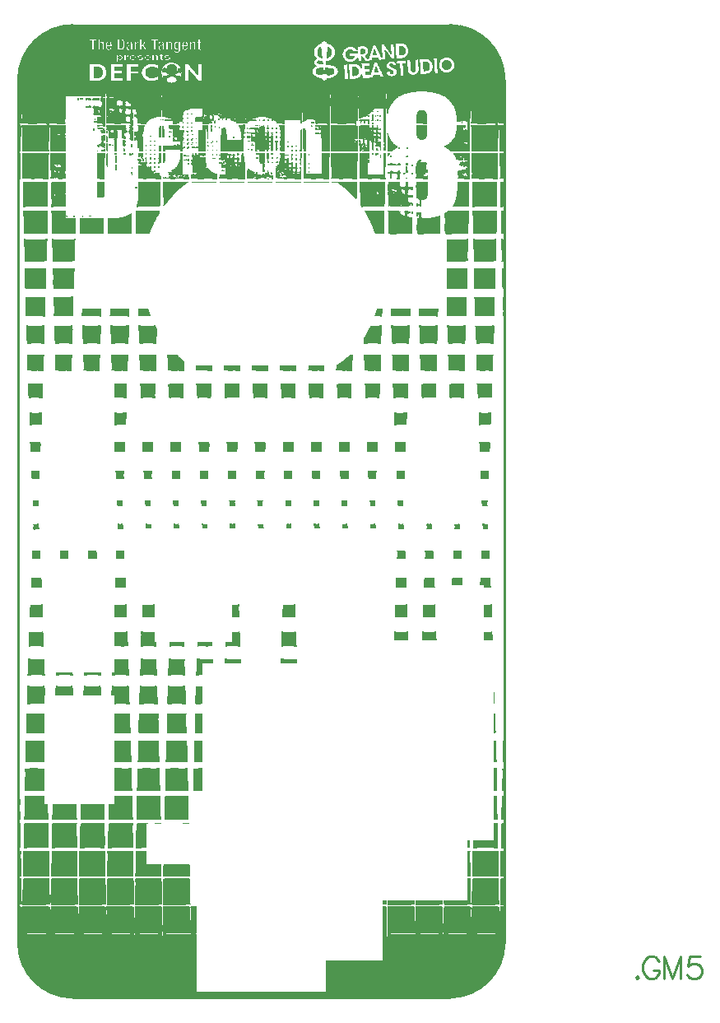
<source format=gto>
%FSLAX24Y24*%
%MOIN*%
G70*
G01*
G75*
G04 Layer_Color=15461320*
%ADD10R,0.0157X0.1575*%
%ADD11R,0.0600X0.0600*%
%ADD12C,0.0500*%
%ADD13R,0.0394X0.1102*%
%ADD14R,0.0600X0.0600*%
%ADD15R,0.1260X0.1654*%
%ADD16R,0.0433X0.0394*%
%ADD17R,0.0394X0.0433*%
%ADD18R,0.0500X0.0600*%
%ADD19R,0.0512X0.0591*%
%ADD20R,0.0315X0.0315*%
%ADD21R,0.0571X0.0217*%
%ADD22R,0.0197X0.0551*%
%ADD23R,0.0984X0.1496*%
%ADD24R,0.0925X0.0315*%
%ADD25R,0.1449X0.0500*%
%ADD26R,0.1449X0.0500*%
%ADD27R,0.0354X0.0374*%
%ADD28O,0.0217X0.0650*%
%ADD29O,0.0650X0.0217*%
%ADD30R,0.0807X0.0157*%
%ADD31C,0.0400*%
%ADD32C,0.0100*%
%ADD33C,0.0160*%
%ADD34C,0.0140*%
%ADD35C,0.0200*%
%ADD36C,0.0080*%
%ADD37C,0.0120*%
%ADD38C,0.0500*%
%ADD39C,0.0180*%
%ADD40C,0.0150*%
%ADD41C,0.0090*%
%ADD42R,0.0453X0.0157*%
G04:AMPARAMS|DCode=43|XSize=910mil|YSize=30mil|CornerRadius=7.5mil|HoleSize=0mil|Usage=FLASHONLY|Rotation=0.000|XOffset=0mil|YOffset=0mil|HoleType=Round|Shape=RoundedRectangle|*
%AMROUNDEDRECTD43*
21,1,0.9100,0.0150,0,0,0.0*
21,1,0.8950,0.0300,0,0,0.0*
1,1,0.0150,0.4475,-0.0075*
1,1,0.0150,-0.4475,-0.0075*
1,1,0.0150,-0.4475,0.0075*
1,1,0.0150,0.4475,0.0075*
%
%ADD43ROUNDEDRECTD43*%
%ADD44C,0.2500*%
%ADD45R,0.0236X0.1654*%
%ADD46R,0.0492X0.0236*%
%ADD47R,0.0236X0.1654*%
%ADD48R,0.0237X0.1655*%
%ADD49R,0.0680X0.0680*%
%ADD50C,0.0580*%
%ADD51R,0.0474X0.1182*%
%ADD52R,0.0680X0.0680*%
%ADD53R,0.1340X0.1734*%
%ADD54R,0.0513X0.0474*%
%ADD55R,0.0474X0.0513*%
%ADD56R,0.0580X0.0680*%
%ADD57R,0.0592X0.0671*%
%ADD58R,0.0395X0.0395*%
%ADD59R,0.0651X0.0297*%
%ADD60R,0.0277X0.0631*%
%ADD61R,0.1064X0.1576*%
%ADD62R,0.1005X0.0395*%
%ADD63R,0.1529X0.0580*%
%ADD64R,0.1529X0.0580*%
%ADD65R,0.0434X0.0454*%
%ADD66O,0.0297X0.0730*%
%ADD67O,0.0730X0.0297*%
%ADD68R,0.0887X0.0237*%
%ADD69C,0.0800*%
G04:AMPARAMS|DCode=70|XSize=918mil|YSize=38mil|CornerRadius=11.5mil|HoleSize=0mil|Usage=FLASHONLY|Rotation=0.000|XOffset=0mil|YOffset=0mil|HoleType=Round|Shape=RoundedRectangle|*
%AMROUNDEDRECTD70*
21,1,0.9180,0.0150,0,0,0.0*
21,1,0.8950,0.0380,0,0,0.0*
1,1,0.0230,0.4475,-0.0075*
1,1,0.0230,-0.4475,-0.0075*
1,1,0.0230,-0.4475,0.0075*
1,1,0.0230,0.4475,0.0075*
%
%ADD70ROUNDEDRECTD70*%
%ADD71C,0.2580*%
%ADD72C,0.0060*%
%ADD73C,0.0010*%
D32*
X-0Y2202D02*
G03*
X2204Y-2I2205J0D01*
G01*
X17480Y3D02*
G03*
X19685Y2208I-0J2205D01*
G01*
Y37165D02*
G03*
X17480Y39370I-2205J-0D01*
G01*
X2205Y39370D02*
G03*
X0Y37165I0J-2205D01*
G01*
X19685Y2208D02*
Y37165D01*
X0Y2202D02*
Y37165D01*
X2205Y39370D02*
X17480D01*
X2202Y0D02*
X17477D01*
D41*
X25063Y846D02*
X25020Y803D01*
X25063Y760D01*
X25106Y803D01*
X25063Y846D01*
X25946Y1446D02*
X25903Y1531D01*
X25817Y1617D01*
X25731Y1660D01*
X25560D01*
X25474Y1617D01*
X25388Y1531D01*
X25346Y1446D01*
X25303Y1317D01*
Y1103D01*
X25346Y974D01*
X25388Y889D01*
X25474Y803D01*
X25560Y760D01*
X25731D01*
X25817Y803D01*
X25903Y889D01*
X25946Y974D01*
Y1103D01*
X25731D02*
X25946D01*
X26151Y1660D02*
Y760D01*
Y1660D02*
X26494Y760D01*
X26837Y1660D02*
X26494Y760D01*
X26837Y1660D02*
Y760D01*
X27608Y1660D02*
X27180D01*
X27137Y1274D01*
X27180Y1317D01*
X27308Y1360D01*
X27437D01*
X27565Y1317D01*
X27651Y1231D01*
X27694Y1103D01*
Y1017D01*
X27651Y889D01*
X27565Y803D01*
X27437Y760D01*
X27308D01*
X27180Y803D01*
X27137Y846D01*
X27094Y931D01*
D73*
X2080Y20D02*
X5370D01*
X1970Y30D02*
X14190D01*
X1850Y40D02*
X17720D01*
X1810Y50D02*
X17790D01*
X1760Y60D02*
X17830D01*
X1730Y70D02*
X17880D01*
X1650Y80D02*
X17960D01*
X1620Y90D02*
X17990D01*
X1600Y100D02*
X18030D01*
X1570Y110D02*
X18060D01*
X1520Y120D02*
X18110D01*
X1490Y130D02*
X18140D01*
X1470Y140D02*
X18160D01*
X1450Y150D02*
X18180D01*
X1410Y160D02*
X18230D01*
X1380Y170D02*
X18260D01*
X1370Y180D02*
X18270D01*
X1340Y190D02*
X18300D01*
X1310Y200D02*
X18340D01*
X1300Y210D02*
X18350D01*
X12450Y220D02*
X18380D01*
X1270D02*
X7190D01*
X12450Y230D02*
X18390D01*
X1260D02*
X7190D01*
X12450Y240D02*
X18420D01*
X1220D02*
X7190D01*
X12450Y250D02*
X18440D01*
X1210D02*
X7190D01*
X12450Y260D02*
X18460D01*
X1190D02*
X7190D01*
X12450Y270D02*
X18470D01*
X1180D02*
X7190D01*
X12450Y280D02*
X18500D01*
X1140D02*
X7190D01*
X12450Y290D02*
X18520D01*
X1140D02*
X7190D01*
X12450Y300D02*
X18540D01*
X1120D02*
X7190D01*
X12450Y310D02*
X18560D01*
X1090D02*
X7190D01*
X12450Y320D02*
X18570D01*
X1080D02*
X7190D01*
X12450Y330D02*
X18590D01*
X1060D02*
X7190D01*
X12450Y340D02*
X18610D01*
X1050D02*
X7190D01*
X12450Y350D02*
X18630D01*
X1020D02*
X7190D01*
X12450Y360D02*
X18650D01*
X1020D02*
X7190D01*
X12450Y370D02*
X18650D01*
X1000D02*
X7190D01*
X12450Y380D02*
X18670D01*
X990D02*
X7190D01*
X12450Y390D02*
X18690D01*
X960D02*
X7190D01*
X12450Y400D02*
X18700D01*
X950D02*
X7190D01*
X12450Y410D02*
X18720D01*
X950D02*
X7190D01*
X12450Y420D02*
X18730D01*
X930D02*
X7190D01*
X12450Y430D02*
X18750D01*
X910D02*
X7190D01*
X12450Y440D02*
X18770D01*
X900D02*
X7190D01*
X12450Y450D02*
X18770D01*
X890D02*
X7190D01*
X12450Y460D02*
X18780D01*
X870D02*
X7190D01*
X12450Y470D02*
X18810D01*
X860D02*
X7190D01*
X12450Y480D02*
X18810D01*
X840D02*
X7190D01*
X12450Y490D02*
X18830D01*
X830D02*
X7190D01*
X12450Y500D02*
X18840D01*
X830D02*
X7190D01*
X12450Y510D02*
X18860D01*
X800D02*
X7190D01*
X12450Y520D02*
X18870D01*
X790D02*
X7190D01*
X12450Y530D02*
X18880D01*
X790D02*
X7190D01*
X12450Y540D02*
X18890D01*
X780D02*
X7190D01*
X12450Y550D02*
X18910D01*
X750D02*
X7190D01*
X12450Y560D02*
X18920D01*
X750D02*
X7190D01*
X12450Y570D02*
X18930D01*
X740D02*
X7190D01*
X12450Y580D02*
X18930D01*
X730D02*
X7190D01*
X12450Y590D02*
X18950D01*
X710D02*
X7190D01*
X12450Y600D02*
X18970D01*
X710D02*
X7190D01*
X12450Y610D02*
X18970D01*
X700D02*
X7190D01*
X12450Y620D02*
X18980D01*
X690D02*
X7190D01*
X12450Y630D02*
X19000D01*
X670D02*
X7190D01*
X12450Y640D02*
X19000D01*
X660D02*
X7190D01*
X12450Y650D02*
X19010D01*
X650D02*
X7190D01*
X12450Y660D02*
X19020D01*
X640D02*
X7190D01*
X12450Y670D02*
X19040D01*
X630D02*
X7190D01*
X12450Y680D02*
X19040D01*
X620D02*
X7190D01*
X12450Y690D02*
X19050D01*
X610D02*
X7190D01*
X12450Y700D02*
X19070D01*
X600D02*
X7190D01*
X12450Y710D02*
X19080D01*
X590D02*
X7190D01*
X12450Y720D02*
X19080D01*
X590D02*
X7190D01*
X12450Y730D02*
X19090D01*
X580D02*
X7190D01*
X12450Y740D02*
X19110D01*
X560D02*
X7190D01*
X12450Y750D02*
X19120D01*
X560D02*
X7190D01*
X12450Y760D02*
X19120D01*
X550D02*
X7190D01*
X12450Y770D02*
X19120D01*
X540D02*
X7190D01*
X12450Y780D02*
X19140D01*
X520D02*
X7190D01*
X12450Y790D02*
X19150D01*
X520D02*
X7190D01*
X12450Y800D02*
X19160D01*
X520D02*
X7190D01*
X12450Y810D02*
X19160D01*
X510D02*
X7190D01*
X12450Y820D02*
X19180D01*
X490D02*
X7190D01*
X12450Y830D02*
X19180D01*
X480D02*
X7190D01*
X12450Y840D02*
X19190D01*
X480D02*
X7190D01*
X12450Y850D02*
X19200D01*
X480D02*
X7190D01*
X12450Y860D02*
X19210D01*
X460D02*
X7190D01*
X12450Y870D02*
X19210D01*
X450D02*
X7190D01*
X12450Y880D02*
X19220D01*
X450D02*
X7190D01*
X12450Y890D02*
X19230D01*
X440D02*
X7190D01*
X12450Y900D02*
X19240D01*
X430D02*
X7190D01*
X12450Y910D02*
X19240D01*
X430D02*
X7190D01*
X12450Y920D02*
X19250D01*
X420D02*
X7190D01*
X12450Y930D02*
X19260D01*
X410D02*
X7190D01*
X12450Y940D02*
X19270D01*
X400D02*
X7190D01*
X12450Y950D02*
X19280D01*
X400D02*
X7190D01*
X12450Y960D02*
X19280D01*
X390D02*
X7190D01*
X12450Y970D02*
X19280D01*
X390D02*
X7190D01*
X12450Y980D02*
X19300D01*
X370D02*
X7190D01*
X12450Y990D02*
X19310D01*
X370D02*
X7190D01*
X12450Y1000D02*
X19310D01*
X360D02*
X7190D01*
X12450Y1010D02*
X19320D01*
X360D02*
X7190D01*
X12450Y1020D02*
X19320D01*
X350D02*
X7190D01*
X12450Y1030D02*
X19330D01*
X340D02*
X7190D01*
X12450Y1040D02*
X19340D01*
X340D02*
X7190D01*
X12450Y1050D02*
X19340D01*
X330D02*
X7190D01*
X12450Y1060D02*
X19350D01*
X320D02*
X7190D01*
X12450Y1070D02*
X19360D01*
X320D02*
X7190D01*
X12450Y1080D02*
X19360D01*
X310D02*
X7190D01*
X12450Y1090D02*
X19360D01*
X310D02*
X7190D01*
X12450Y1100D02*
X19380D01*
X300D02*
X7190D01*
X12450Y1110D02*
X19380D01*
X290D02*
X7190D01*
X12450Y1120D02*
X19390D01*
X280D02*
X7190D01*
X12450Y1130D02*
X19400D01*
X280D02*
X7190D01*
X12450Y1140D02*
X19400D01*
X280D02*
X7190D01*
X12450Y1150D02*
X19400D01*
X270D02*
X7190D01*
X12450Y1160D02*
X19410D01*
X270D02*
X7190D01*
X12450Y1170D02*
X19420D01*
X260D02*
X7190D01*
X12450Y1180D02*
X19420D01*
X250D02*
X7190D01*
X12450Y1190D02*
X19430D01*
X240D02*
X7190D01*
X12450Y1200D02*
X19430D01*
X240D02*
X7190D01*
X12450Y1210D02*
X19440D01*
X240D02*
X7190D01*
X12450Y1220D02*
X19440D01*
X230D02*
X7190D01*
X12450Y1230D02*
X19450D01*
X230D02*
X7190D01*
X12450Y1240D02*
X19450D01*
X220D02*
X7190D01*
X12450Y1250D02*
X19460D01*
X210D02*
X7190D01*
X12450Y1260D02*
X19470D01*
X210D02*
X7190D01*
X12450Y1270D02*
X19470D01*
X200D02*
X7190D01*
X12450Y1280D02*
X19470D01*
X200D02*
X7190D01*
X12450Y1290D02*
X19480D01*
X200D02*
X7190D01*
X12450Y1300D02*
X19480D01*
X190D02*
X7190D01*
X12450Y1310D02*
X19480D01*
X190D02*
X7190D01*
X12450Y1320D02*
X19490D01*
X190D02*
X7190D01*
X12450Y1330D02*
X19500D01*
X180D02*
X7190D01*
X12450Y1340D02*
X19500D01*
X170D02*
X7190D01*
X12450Y1350D02*
X19510D01*
X170D02*
X7190D01*
X12450Y1360D02*
X19510D01*
X160D02*
X7190D01*
X12450Y1370D02*
X19510D01*
X160D02*
X7190D01*
X12450Y1380D02*
X19510D01*
X160D02*
X7190D01*
X18340Y1390D02*
X19520D01*
X12450D02*
X18330D01*
X3550D02*
X7190D01*
X160D02*
X3540D01*
X18340Y1400D02*
X19520D01*
X12650D02*
X18330D01*
X12450D02*
X12640D01*
X3550D02*
X7190D01*
X150D02*
X3540D01*
X18340Y1410D02*
X19530D01*
X17210D02*
X18330D01*
X16070D02*
X17200D01*
X13790D02*
X16060D01*
X12650D02*
X13780D01*
X12450D02*
X12640D01*
X6970D02*
X7190D01*
X3560D02*
X6960D01*
X2420D02*
X3540D01*
X1280D02*
X2410D01*
X140D02*
X1270D01*
X19480Y1420D02*
X19540D01*
X18340D02*
X19470D01*
X17210D02*
X18330D01*
X16070D02*
X17200D01*
X13800D02*
X16060D01*
X12660D02*
X13780D01*
X12450D02*
X12640D01*
X6970D02*
X7190D01*
X3560D02*
X6960D01*
X2420D02*
X3540D01*
X1280D02*
X2410D01*
X150D02*
X1270D01*
X19490Y1430D02*
X19540D01*
X18350D02*
X19470D01*
X17210D02*
X18330D01*
X16070D02*
X17200D01*
X13800D02*
X16060D01*
X12660D02*
X13780D01*
X12450D02*
X12640D01*
X6970D02*
X7190D01*
X3570D02*
X6960D01*
X2430D02*
X3540D01*
X1290D02*
X2410D01*
X150D02*
X1270D01*
X19490Y1440D02*
X19540D01*
X18350D02*
X19470D01*
X17210D02*
X18330D01*
X16080D02*
X17200D01*
X13810D02*
X16060D01*
X12670D02*
X13780D01*
X12450D02*
X12640D01*
X6980D02*
X7190D01*
X3570D02*
X6960D01*
X2430D02*
X3540D01*
X1300D02*
X2410D01*
X160D02*
X1270D01*
X19510Y1450D02*
X19550D01*
X19350D02*
X19430D01*
X18380D02*
X19110D01*
X18210D02*
X18300D01*
X17240D02*
X17970D01*
X17070D02*
X17170D01*
X16100D02*
X16830D01*
X15940D02*
X16030D01*
X15030D02*
X15690D01*
X14890D02*
X15000D01*
X13820D02*
X14580D01*
X13660D02*
X13750D01*
X12680D02*
X13420D01*
X12520D02*
X12610D01*
X7000D02*
X7190D01*
X6840D02*
X6930D01*
X5930D02*
X6600D01*
X5790D02*
X5910D01*
X4790D02*
X5480D01*
X4660D02*
X4770D01*
X3590D02*
X4350D01*
X3420D02*
X3520D01*
X2450D02*
X3180D01*
X2280D02*
X2380D01*
X1310D02*
X2040D01*
X1150D02*
X1240D01*
X170D02*
X910D01*
X18430Y1460D02*
X19530D01*
X18340D02*
X18390D01*
X17290D02*
X18330D01*
X17210D02*
X17250D01*
X16160D02*
X17200D01*
X16070D02*
X16120D01*
X15020D02*
X16060D01*
X14930D02*
X14980D01*
X13880D02*
X14920D01*
X13790D02*
X13850D01*
X12750D02*
X13780D01*
X12650D02*
X12710D01*
X12450D02*
X12640D01*
X7060D02*
X7190D01*
X6970D02*
X7020D01*
X5920D02*
X6960D01*
X5830D02*
X5880D01*
X4780D02*
X5820D01*
X4690D02*
X4740D01*
X3640D02*
X4680D01*
X3560D02*
X3600D01*
X2510D02*
X3540D01*
X2420D02*
X2470D01*
X1380D02*
X2410D01*
X1280D02*
X1340D01*
X240D02*
X1270D01*
X140D02*
X200D01*
X18340Y1470D02*
X19550D01*
X17210D02*
X18330D01*
X16070D02*
X17200D01*
X14930D02*
X16060D01*
X13790D02*
X14920D01*
X12650D02*
X13780D01*
X12450D02*
X12640D01*
X6970D02*
X7190D01*
X5830D02*
X6960D01*
X4690D02*
X5820D01*
X3560D02*
X4680D01*
X2420D02*
X3540D01*
X1280D02*
X2410D01*
X140D02*
X1270D01*
X18340Y1480D02*
X19550D01*
X17210D02*
X18330D01*
X16070D02*
X17190D01*
X14930D02*
X16060D01*
X13790D02*
X14920D01*
X12650D02*
X13780D01*
X12450D02*
X12640D01*
X6970D02*
X7190D01*
X5830D02*
X6960D01*
X4690D02*
X5820D01*
X3560D02*
X4680D01*
X2420D02*
X3540D01*
X1280D02*
X2410D01*
X140D02*
X1270D01*
X120D02*
X130D01*
X18340Y1490D02*
X19560D01*
X17210D02*
X18330D01*
X16070D02*
X17190D01*
X14930D02*
X16060D01*
X13790D02*
X14920D01*
X12650D02*
X13780D01*
X12450D02*
X12640D01*
X6970D02*
X7190D01*
X5830D02*
X6960D01*
X4700D02*
X5820D01*
X3560D02*
X4680D01*
X2420D02*
X3540D01*
X1280D02*
X2400D01*
X140D02*
X1270D01*
X120D02*
X130D01*
X18340Y1500D02*
X19560D01*
X17210D02*
X18330D01*
X16070D02*
X17190D01*
X14930D02*
X16060D01*
X13790D02*
X14920D01*
X12650D02*
X13780D01*
X12450D02*
X12640D01*
X6970D02*
X7190D01*
X5830D02*
X6960D01*
X4700D02*
X5820D01*
X3560D02*
X4680D01*
X2420D02*
X3540D01*
X1280D02*
X2400D01*
X140D02*
X1270D01*
X110D02*
X130D01*
X18340Y1510D02*
X19570D01*
X17210D02*
X18330D01*
X16070D02*
X17190D01*
X14930D02*
X16060D01*
X14770D02*
X14920D01*
X6970D02*
X7190D01*
X5830D02*
X6960D01*
X4700D02*
X5820D01*
X3560D02*
X4680D01*
X2420D02*
X3540D01*
X1280D02*
X2400D01*
X140D02*
X1270D01*
X110D02*
X130D01*
X18340Y1520D02*
X19570D01*
X17210D02*
X18330D01*
X16070D02*
X17190D01*
X14930D02*
X16060D01*
X14770D02*
X14920D01*
X6970D02*
X7190D01*
X5830D02*
X6960D01*
X4700D02*
X5820D01*
X3560D02*
X4680D01*
X2420D02*
X3540D01*
X1280D02*
X2400D01*
X140D02*
X1270D01*
X110D02*
X130D01*
X18340Y1530D02*
X19580D01*
X17210D02*
X18330D01*
X16070D02*
X17190D01*
X14930D02*
X16060D01*
X14770D02*
X14920D01*
X6970D02*
X7190D01*
X5830D02*
X6960D01*
X4700D02*
X5820D01*
X3560D02*
X4680D01*
X2420D02*
X3540D01*
X1280D02*
X2400D01*
X140D02*
X1270D01*
X100D02*
X130D01*
X18340Y1540D02*
X19580D01*
X17210D02*
X18330D01*
X16070D02*
X17190D01*
X14930D02*
X16060D01*
X14770D02*
X14920D01*
X6970D02*
X7190D01*
X5830D02*
X6960D01*
X4700D02*
X5820D01*
X3560D02*
X4680D01*
X2420D02*
X3540D01*
X1280D02*
X2400D01*
X140D02*
X1270D01*
X100D02*
X130D01*
X19480Y1550D02*
X19580D01*
X18340D02*
X19470D01*
X17210D02*
X18330D01*
X16070D02*
X17190D01*
X14930D02*
X16060D01*
X14770D02*
X14920D01*
X6970D02*
X7190D01*
X5830D02*
X6960D01*
X4700D02*
X5820D01*
X3560D02*
X4680D01*
X2420D02*
X3540D01*
X1280D02*
X2400D01*
X140D02*
X1270D01*
X90D02*
X130D01*
X19480Y1560D02*
X19590D01*
X18340D02*
X19470D01*
X17210D02*
X18330D01*
X16070D02*
X17190D01*
X14930D02*
X16060D01*
X14770D02*
X14910D01*
X6970D02*
X7190D01*
X5830D02*
X6960D01*
X4700D02*
X5820D01*
X3560D02*
X4680D01*
X2420D02*
X3540D01*
X1280D02*
X2400D01*
X140D02*
X1270D01*
X90D02*
X130D01*
X19480Y1570D02*
X19590D01*
X18340D02*
X19470D01*
X17210D02*
X18330D01*
X16070D02*
X17190D01*
X14930D02*
X16060D01*
X14770D02*
X14910D01*
X6970D02*
X7190D01*
X5830D02*
X6960D01*
X4700D02*
X5820D01*
X3560D02*
X4680D01*
X2420D02*
X3540D01*
X1280D02*
X2400D01*
X140D02*
X1270D01*
X90D02*
X130D01*
X19480Y1580D02*
X19590D01*
X18340D02*
X19470D01*
X17210D02*
X18330D01*
X16070D02*
X17190D01*
X14930D02*
X16060D01*
X14770D02*
X14910D01*
X6970D02*
X7190D01*
X5830D02*
X6960D01*
X4700D02*
X5820D01*
X3560D02*
X4680D01*
X2420D02*
X3540D01*
X1280D02*
X2400D01*
X140D02*
X1260D01*
X90D02*
X130D01*
X19480Y1590D02*
X19590D01*
X18340D02*
X19470D01*
X17210D02*
X18330D01*
X16070D02*
X17190D01*
X14930D02*
X16060D01*
X14770D02*
X14910D01*
X6970D02*
X7190D01*
X5830D02*
X6960D01*
X4700D02*
X5820D01*
X3560D02*
X4680D01*
X2420D02*
X3540D01*
X1280D02*
X2400D01*
X140D02*
X1260D01*
X90D02*
X130D01*
X19480Y1600D02*
X19600D01*
X18340D02*
X19470D01*
X17210D02*
X18330D01*
X16070D02*
X17190D01*
X14930D02*
X16060D01*
X14770D02*
X14910D01*
X6970D02*
X7190D01*
X5830D02*
X6960D01*
X4700D02*
X5820D01*
X3560D02*
X4680D01*
X2420D02*
X3540D01*
X1280D02*
X2400D01*
X140D02*
X1260D01*
X80D02*
X130D01*
X19480Y1610D02*
X19600D01*
X18340D02*
X19470D01*
X17210D02*
X18330D01*
X16070D02*
X17190D01*
X14930D02*
X16060D01*
X14770D02*
X14910D01*
X6970D02*
X7190D01*
X5830D02*
X6960D01*
X4700D02*
X5820D01*
X3560D02*
X4680D01*
X2420D02*
X3540D01*
X1280D02*
X2400D01*
X140D02*
X1260D01*
X80D02*
X130D01*
X19480Y1620D02*
X19600D01*
X18340D02*
X19470D01*
X17210D02*
X18330D01*
X16070D02*
X17190D01*
X14930D02*
X16060D01*
X14770D02*
X14910D01*
X6970D02*
X7190D01*
X5830D02*
X6960D01*
X4700D02*
X5820D01*
X3560D02*
X4680D01*
X2420D02*
X3540D01*
X1280D02*
X2400D01*
X140D02*
X1260D01*
X80D02*
X130D01*
X19480Y1630D02*
X19610D01*
X18340D02*
X19470D01*
X17210D02*
X18330D01*
X16070D02*
X17190D01*
X14930D02*
X16060D01*
X14770D02*
X14910D01*
X6970D02*
X7190D01*
X5830D02*
X6960D01*
X4700D02*
X5820D01*
X3560D02*
X4680D01*
X2420D02*
X3540D01*
X1280D02*
X2400D01*
X140D02*
X1260D01*
X70D02*
X130D01*
X19480Y1640D02*
X19610D01*
X18340D02*
X19470D01*
X17210D02*
X18330D01*
X16070D02*
X17190D01*
X14930D02*
X16060D01*
X14770D02*
X14910D01*
X6970D02*
X7190D01*
X5830D02*
X6960D01*
X4700D02*
X5820D01*
X3560D02*
X4680D01*
X2420D02*
X3540D01*
X1280D02*
X2400D01*
X140D02*
X1260D01*
X70D02*
X130D01*
X19480Y1650D02*
X19610D01*
X18340D02*
X19470D01*
X17210D02*
X18330D01*
X16070D02*
X17190D01*
X14930D02*
X16060D01*
X14770D02*
X14910D01*
X6970D02*
X7190D01*
X5830D02*
X6960D01*
X4700D02*
X5820D01*
X3560D02*
X4680D01*
X2420D02*
X3540D01*
X1280D02*
X2400D01*
X140D02*
X1260D01*
X60D02*
X130D01*
X19480Y1660D02*
X19620D01*
X18340D02*
X19470D01*
X17210D02*
X18330D01*
X16070D02*
X17190D01*
X14930D02*
X16060D01*
X14770D02*
X14910D01*
X6970D02*
X7190D01*
X5830D02*
X6960D01*
X4700D02*
X5820D01*
X3560D02*
X4680D01*
X2420D02*
X3540D01*
X1280D02*
X2400D01*
X140D02*
X1260D01*
X60D02*
X130D01*
X19480Y1670D02*
X19620D01*
X18340D02*
X19470D01*
X17210D02*
X18330D01*
X16070D02*
X17190D01*
X14930D02*
X16060D01*
X14770D02*
X14910D01*
X6970D02*
X7190D01*
X5830D02*
X6960D01*
X4700D02*
X5820D01*
X3560D02*
X4680D01*
X2420D02*
X3540D01*
X1280D02*
X2400D01*
X140D02*
X1260D01*
X60D02*
X130D01*
X19480Y1680D02*
X19620D01*
X18340D02*
X19470D01*
X17210D02*
X18330D01*
X16070D02*
X17190D01*
X14930D02*
X16060D01*
X14770D02*
X14910D01*
X6970D02*
X7190D01*
X5830D02*
X6960D01*
X4700D02*
X5820D01*
X3560D02*
X4680D01*
X2420D02*
X3540D01*
X1280D02*
X2400D01*
X140D02*
X1260D01*
X50D02*
X130D01*
X19480Y1690D02*
X19630D01*
X18340D02*
X19470D01*
X17210D02*
X18330D01*
X16070D02*
X17190D01*
X14930D02*
X16060D01*
X14770D02*
X14910D01*
X6970D02*
X7190D01*
X5830D02*
X6960D01*
X4700D02*
X5820D01*
X3560D02*
X4680D01*
X2420D02*
X3540D01*
X1280D02*
X2400D01*
X140D02*
X1260D01*
X50D02*
X130D01*
X19480Y1700D02*
X19630D01*
X18340D02*
X19470D01*
X17210D02*
X18330D01*
X16070D02*
X17190D01*
X14930D02*
X16060D01*
X14770D02*
X14910D01*
X6970D02*
X7190D01*
X5830D02*
X6960D01*
X4700D02*
X5820D01*
X3560D02*
X4680D01*
X2420D02*
X3540D01*
X1280D02*
X2400D01*
X140D02*
X1260D01*
X50D02*
X130D01*
X19480Y1710D02*
X19630D01*
X18340D02*
X19470D01*
X17210D02*
X18330D01*
X16070D02*
X17190D01*
X14930D02*
X16060D01*
X14770D02*
X14910D01*
X6970D02*
X7190D01*
X5830D02*
X6960D01*
X4700D02*
X5820D01*
X3560D02*
X4680D01*
X2420D02*
X3540D01*
X1280D02*
X2400D01*
X140D02*
X1260D01*
X50D02*
X130D01*
X19480Y1720D02*
X19630D01*
X18340D02*
X19470D01*
X17210D02*
X18330D01*
X16070D02*
X17190D01*
X14930D02*
X16060D01*
X14770D02*
X14910D01*
X6970D02*
X7190D01*
X5830D02*
X6960D01*
X4700D02*
X5820D01*
X3560D02*
X4680D01*
X2420D02*
X3540D01*
X1280D02*
X2400D01*
X140D02*
X1260D01*
X50D02*
X130D01*
X19480Y1730D02*
X19630D01*
X18340D02*
X19470D01*
X17210D02*
X18330D01*
X16070D02*
X17190D01*
X14930D02*
X16060D01*
X14770D02*
X14910D01*
X6970D02*
X7190D01*
X5830D02*
X6960D01*
X4700D02*
X5820D01*
X3560D02*
X4680D01*
X2420D02*
X3540D01*
X1280D02*
X2400D01*
X140D02*
X1260D01*
X50D02*
X130D01*
X19480Y1740D02*
X19630D01*
X18340D02*
X19470D01*
X17210D02*
X18330D01*
X16070D02*
X17190D01*
X14930D02*
X16060D01*
X14770D02*
X14910D01*
X6970D02*
X7190D01*
X5830D02*
X6960D01*
X4700D02*
X5820D01*
X3560D02*
X4680D01*
X2420D02*
X3540D01*
X1280D02*
X2400D01*
X140D02*
X1260D01*
X50D02*
X130D01*
X19480Y1750D02*
X19630D01*
X18340D02*
X19470D01*
X17210D02*
X18330D01*
X16070D02*
X17190D01*
X14930D02*
X16060D01*
X14770D02*
X14910D01*
X6970D02*
X7190D01*
X5830D02*
X6960D01*
X4700D02*
X5820D01*
X3560D02*
X4680D01*
X2420D02*
X3540D01*
X1280D02*
X2400D01*
X140D02*
X1260D01*
X40D02*
X130D01*
X19480Y1760D02*
X19640D01*
X18340D02*
X19470D01*
X17210D02*
X18330D01*
X16070D02*
X17190D01*
X14930D02*
X16050D01*
X14770D02*
X14910D01*
X6970D02*
X7190D01*
X5830D02*
X6960D01*
X4700D02*
X5820D01*
X3560D02*
X4680D01*
X2420D02*
X3540D01*
X1280D02*
X2400D01*
X140D02*
X1260D01*
X40D02*
X130D01*
X19480Y1770D02*
X19640D01*
X18340D02*
X19470D01*
X17210D02*
X18330D01*
X16070D02*
X17190D01*
X14930D02*
X16050D01*
X14770D02*
X14910D01*
X6970D02*
X7190D01*
X5830D02*
X6960D01*
X4700D02*
X5820D01*
X3560D02*
X4680D01*
X2420D02*
X3540D01*
X1280D02*
X2400D01*
X140D02*
X1260D01*
X40D02*
X130D01*
X19480Y1780D02*
X19640D01*
X18340D02*
X19470D01*
X17210D02*
X18330D01*
X16070D02*
X17190D01*
X14930D02*
X16050D01*
X14770D02*
X14910D01*
X6970D02*
X7190D01*
X5830D02*
X6960D01*
X4700D02*
X5820D01*
X3560D02*
X4680D01*
X2420D02*
X3540D01*
X1280D02*
X2400D01*
X140D02*
X1260D01*
X40D02*
X130D01*
X19480Y1790D02*
X19650D01*
X18340D02*
X19470D01*
X17210D02*
X18330D01*
X16070D02*
X17190D01*
X14930D02*
X16050D01*
X14770D02*
X14910D01*
X6970D02*
X7190D01*
X5830D02*
X6960D01*
X4700D02*
X5810D01*
X3560D02*
X4680D01*
X2420D02*
X3540D01*
X1280D02*
X2400D01*
X140D02*
X1260D01*
X30D02*
X130D01*
X19480Y1800D02*
X19650D01*
X18340D02*
X19470D01*
X17210D02*
X18330D01*
X16070D02*
X17190D01*
X14930D02*
X16050D01*
X14770D02*
X14910D01*
X6970D02*
X7190D01*
X5830D02*
X6960D01*
X4700D02*
X5810D01*
X3560D02*
X4680D01*
X2420D02*
X3540D01*
X1280D02*
X2400D01*
X140D02*
X1260D01*
X30D02*
X130D01*
X19480Y1810D02*
X19650D01*
X18340D02*
X19470D01*
X17210D02*
X18330D01*
X16070D02*
X17190D01*
X14930D02*
X16050D01*
X14770D02*
X14910D01*
X6970D02*
X7190D01*
X5830D02*
X6960D01*
X4700D02*
X5810D01*
X3560D02*
X4680D01*
X2420D02*
X3540D01*
X1280D02*
X2400D01*
X140D02*
X1260D01*
X30D02*
X130D01*
X19480Y1820D02*
X19650D01*
X18340D02*
X19470D01*
X17210D02*
X18330D01*
X16070D02*
X17190D01*
X14930D02*
X16050D01*
X14770D02*
X14910D01*
X6970D02*
X7190D01*
X5830D02*
X6950D01*
X4700D02*
X5810D01*
X3560D02*
X4680D01*
X2420D02*
X3540D01*
X1280D02*
X2400D01*
X140D02*
X1260D01*
X30D02*
X130D01*
X19480Y1830D02*
X19660D01*
X18340D02*
X19470D01*
X17210D02*
X18330D01*
X16070D02*
X17190D01*
X14930D02*
X16050D01*
X14770D02*
X14910D01*
X6970D02*
X7190D01*
X5830D02*
X6950D01*
X4700D02*
X5810D01*
X3560D02*
X4680D01*
X2420D02*
X3540D01*
X1280D02*
X2400D01*
X150D02*
X1260D01*
X20D02*
X130D01*
X19480Y1840D02*
X19660D01*
X18340D02*
X19470D01*
X17210D02*
X18330D01*
X16070D02*
X17190D01*
X14930D02*
X16050D01*
X14770D02*
X14910D01*
X6970D02*
X7190D01*
X5830D02*
X6950D01*
X4700D02*
X5810D01*
X3560D02*
X4680D01*
X2420D02*
X3540D01*
X1280D02*
X2400D01*
X150D02*
X1260D01*
X20D02*
X130D01*
X19480Y1850D02*
X19660D01*
X18340D02*
X19470D01*
X17210D02*
X18330D01*
X16070D02*
X17190D01*
X14930D02*
X16050D01*
X14770D02*
X14910D01*
X6970D02*
X7190D01*
X5830D02*
X6950D01*
X4700D02*
X5810D01*
X3560D02*
X4680D01*
X2420D02*
X3540D01*
X1280D02*
X2400D01*
X150D02*
X1260D01*
X20D02*
X130D01*
X19480Y1860D02*
X19660D01*
X18340D02*
X19470D01*
X17210D02*
X18330D01*
X16070D02*
X17190D01*
X14930D02*
X16050D01*
X14770D02*
X14910D01*
X6970D02*
X7190D01*
X5830D02*
X6950D01*
X4700D02*
X5810D01*
X3560D02*
X4680D01*
X2420D02*
X3540D01*
X1280D02*
X2400D01*
X150D02*
X1260D01*
X20D02*
X130D01*
X19480Y1870D02*
X19660D01*
X18340D02*
X19470D01*
X17210D02*
X18330D01*
X16070D02*
X17190D01*
X14930D02*
X16050D01*
X14770D02*
X14910D01*
X6970D02*
X7190D01*
X5830D02*
X6950D01*
X4700D02*
X5810D01*
X3560D02*
X4680D01*
X2420D02*
X3540D01*
X1280D02*
X2400D01*
X150D02*
X1260D01*
X10D02*
X130D01*
X19480Y1880D02*
X19670D01*
X18340D02*
X19470D01*
X17210D02*
X18330D01*
X16070D02*
X17190D01*
X14930D02*
X16050D01*
X14770D02*
X14910D01*
X6970D02*
X7190D01*
X5830D02*
X6950D01*
X4700D02*
X5810D01*
X3560D02*
X4680D01*
X2420D02*
X3540D01*
X1280D02*
X2400D01*
X150D02*
X1260D01*
X10D02*
X130D01*
X19480Y1890D02*
X19670D01*
X18340D02*
X19470D01*
X17210D02*
X18330D01*
X16070D02*
X17190D01*
X14930D02*
X16050D01*
X14770D02*
X14910D01*
X6970D02*
X7190D01*
X5830D02*
X6950D01*
X4700D02*
X5810D01*
X3560D02*
X4680D01*
X2420D02*
X3540D01*
X1280D02*
X2400D01*
X150D02*
X1260D01*
X10D02*
X130D01*
X19480Y1900D02*
X19670D01*
X18340D02*
X19470D01*
X17210D02*
X18330D01*
X16070D02*
X17190D01*
X14930D02*
X16050D01*
X14770D02*
X14910D01*
X6970D02*
X7190D01*
X5830D02*
X6950D01*
X4700D02*
X5810D01*
X3560D02*
X4680D01*
X2420D02*
X3540D01*
X1280D02*
X2400D01*
X150D02*
X1260D01*
X10D02*
X130D01*
X19480Y1910D02*
X19670D01*
X18340D02*
X19470D01*
X17210D02*
X18330D01*
X16070D02*
X17190D01*
X14940D02*
X16050D01*
X14770D02*
X14910D01*
X6970D02*
X7190D01*
X5830D02*
X6950D01*
X4700D02*
X5810D01*
X3560D02*
X4680D01*
X2420D02*
X3540D01*
X1280D02*
X2400D01*
X150D02*
X1260D01*
X10D02*
X130D01*
X19480Y1920D02*
X19670D01*
X18340D02*
X19470D01*
X17210D02*
X18330D01*
X16070D02*
X17190D01*
X14940D02*
X16050D01*
X14770D02*
X14910D01*
X6970D02*
X7190D01*
X5830D02*
X6950D01*
X4700D02*
X5810D01*
X3560D02*
X4680D01*
X2420D02*
X3540D01*
X1280D02*
X2400D01*
X150D02*
X1260D01*
X10D02*
X130D01*
X19480Y1930D02*
X19670D01*
X18340D02*
X19470D01*
X17210D02*
X18330D01*
X16070D02*
X17190D01*
X14940D02*
X16050D01*
X14770D02*
X14910D01*
X6970D02*
X7190D01*
X5830D02*
X6950D01*
X4700D02*
X5810D01*
X3560D02*
X4680D01*
X2420D02*
X3540D01*
X1280D02*
X2400D01*
X150D02*
X1260D01*
X10D02*
X130D01*
X19480Y1940D02*
X19670D01*
X18340D02*
X19470D01*
X17210D02*
X18330D01*
X16070D02*
X17190D01*
X14940D02*
X16050D01*
X14770D02*
X14910D01*
X6970D02*
X7190D01*
X5830D02*
X6950D01*
X4700D02*
X5810D01*
X3560D02*
X4680D01*
X2420D02*
X3540D01*
X1280D02*
X2400D01*
X150D02*
X1260D01*
X10D02*
X130D01*
X19480Y1950D02*
X19670D01*
X18340D02*
X19470D01*
X17210D02*
X18330D01*
X16070D02*
X17190D01*
X14940D02*
X16050D01*
X14770D02*
X14910D01*
X6970D02*
X7190D01*
X5830D02*
X6950D01*
X4700D02*
X5810D01*
X3560D02*
X4680D01*
X2420D02*
X3540D01*
X1280D02*
X2400D01*
X150D02*
X1260D01*
X10D02*
X130D01*
X19480Y1960D02*
X19670D01*
X18340D02*
X19470D01*
X17210D02*
X18330D01*
X16070D02*
X17190D01*
X14940D02*
X16050D01*
X14770D02*
X14910D01*
X6970D02*
X7190D01*
X5830D02*
X6950D01*
X4700D02*
X5810D01*
X3560D02*
X4680D01*
X2420D02*
X3540D01*
X1280D02*
X2400D01*
X150D02*
X1260D01*
X10D02*
X130D01*
X19480Y1970D02*
X19670D01*
X18340D02*
X19470D01*
X17210D02*
X18330D01*
X16070D02*
X17190D01*
X14940D02*
X16050D01*
X14770D02*
X14910D01*
X6970D02*
X7190D01*
X5830D02*
X6950D01*
X4700D02*
X5810D01*
X3560D02*
X4680D01*
X2420D02*
X3540D01*
X1280D02*
X2400D01*
X150D02*
X1260D01*
X0D02*
X130D01*
X19480Y1980D02*
X19680D01*
X18340D02*
X19470D01*
X17210D02*
X18330D01*
X16070D02*
X17190D01*
X14940D02*
X16050D01*
X14770D02*
X14910D01*
X6970D02*
X7190D01*
X5830D02*
X6950D01*
X4700D02*
X5810D01*
X3560D02*
X4680D01*
X2420D02*
X3540D01*
X1280D02*
X2400D01*
X150D02*
X1260D01*
X0D02*
X130D01*
X19480Y1990D02*
X19680D01*
X18340D02*
X19470D01*
X17210D02*
X18330D01*
X16070D02*
X17190D01*
X14940D02*
X16050D01*
X14770D02*
X14910D01*
X6970D02*
X7190D01*
X5830D02*
X6950D01*
X4700D02*
X5810D01*
X3560D02*
X4680D01*
X2420D02*
X3540D01*
X1280D02*
X2400D01*
X150D02*
X1260D01*
X0D02*
X130D01*
X19480Y2000D02*
X19680D01*
X18340D02*
X19470D01*
X17210D02*
X18330D01*
X16070D02*
X17190D01*
X14940D02*
X16050D01*
X14770D02*
X14910D01*
X6970D02*
X7190D01*
X5830D02*
X6950D01*
X4700D02*
X5810D01*
X3560D02*
X4680D01*
X2420D02*
X3540D01*
X1280D02*
X2400D01*
X150D02*
X1260D01*
X0D02*
X130D01*
X19480Y2010D02*
X19680D01*
X18340D02*
X19470D01*
X17210D02*
X18330D01*
X16070D02*
X17190D01*
X14940D02*
X16050D01*
X14770D02*
X14910D01*
X6970D02*
X7190D01*
X5830D02*
X6950D01*
X4700D02*
X5810D01*
X3560D02*
X4680D01*
X2420D02*
X3540D01*
X1280D02*
X2400D01*
X150D02*
X1260D01*
X0D02*
X130D01*
X19480Y2020D02*
X19680D01*
X18340D02*
X19470D01*
X17210D02*
X18330D01*
X16070D02*
X17190D01*
X14940D02*
X16050D01*
X14770D02*
X14910D01*
X6970D02*
X7190D01*
X5830D02*
X6950D01*
X4700D02*
X5810D01*
X3560D02*
X4680D01*
X2420D02*
X3540D01*
X1280D02*
X2400D01*
X150D02*
X1260D01*
X0D02*
X130D01*
X19480Y2030D02*
X19680D01*
X18340D02*
X19470D01*
X17210D02*
X18330D01*
X16070D02*
X17190D01*
X14940D02*
X16050D01*
X14770D02*
X14910D01*
X6970D02*
X7190D01*
X5830D02*
X6950D01*
X4700D02*
X5810D01*
X3560D02*
X4680D01*
X2430D02*
X3540D01*
X1280D02*
X2400D01*
X150D02*
X1260D01*
X0D02*
X130D01*
X19480Y2040D02*
X19680D01*
X18340D02*
X19470D01*
X17210D02*
X18330D01*
X16070D02*
X17190D01*
X14940D02*
X16050D01*
X14770D02*
X14910D01*
X6970D02*
X7190D01*
X5830D02*
X6950D01*
X4700D02*
X5810D01*
X3560D02*
X4680D01*
X2430D02*
X3540D01*
X1280D02*
X2400D01*
X150D02*
X1260D01*
X0D02*
X130D01*
X19480Y2050D02*
X19680D01*
X18340D02*
X19470D01*
X17210D02*
X18330D01*
X16070D02*
X17190D01*
X14940D02*
X16050D01*
X14770D02*
X14910D01*
X6970D02*
X7190D01*
X5830D02*
X6950D01*
X4700D02*
X5810D01*
X3560D02*
X4680D01*
X2430D02*
X3540D01*
X1290D02*
X2400D01*
X150D02*
X1260D01*
X-10D02*
X130D01*
X19480Y2060D02*
X19690D01*
X18340D02*
X19470D01*
X17210D02*
X18330D01*
X16070D02*
X17190D01*
X14940D02*
X16050D01*
X14770D02*
X14910D01*
X6970D02*
X7190D01*
X5830D02*
X6950D01*
X4700D02*
X5810D01*
X3560D02*
X4680D01*
X2430D02*
X3540D01*
X1290D02*
X2400D01*
X150D02*
X1260D01*
X-10D02*
X130D01*
X19480Y2070D02*
X19690D01*
X18340D02*
X19470D01*
X17210D02*
X18330D01*
X16070D02*
X17190D01*
X14940D02*
X16050D01*
X14770D02*
X14910D01*
X6970D02*
X7190D01*
X5830D02*
X6950D01*
X4700D02*
X5810D01*
X3560D02*
X4680D01*
X2430D02*
X3540D01*
X1290D02*
X2400D01*
X150D02*
X1260D01*
X-10D02*
X130D01*
X19480Y2080D02*
X19690D01*
X18340D02*
X19470D01*
X17210D02*
X18330D01*
X16070D02*
X17190D01*
X14940D02*
X16050D01*
X14770D02*
X14910D01*
X6970D02*
X7190D01*
X5830D02*
X6950D01*
X4700D02*
X5810D01*
X3560D02*
X4680D01*
X2430D02*
X3540D01*
X1290D02*
X2400D01*
X150D02*
X1260D01*
X-10D02*
X130D01*
X19480Y2090D02*
X19690D01*
X18340D02*
X19470D01*
X17210D02*
X18330D01*
X16070D02*
X17190D01*
X14940D02*
X16050D01*
X14770D02*
X14910D01*
X6970D02*
X7190D01*
X5830D02*
X6950D01*
X4700D02*
X5810D01*
X3560D02*
X4680D01*
X2430D02*
X3540D01*
X1290D02*
X2400D01*
X150D02*
X1260D01*
X-10D02*
X130D01*
X19480Y2100D02*
X19690D01*
X18340D02*
X19470D01*
X17210D02*
X18330D01*
X16070D02*
X17190D01*
X14940D02*
X16050D01*
X14770D02*
X14910D01*
X6970D02*
X7190D01*
X5830D02*
X6950D01*
X4700D02*
X5810D01*
X3560D02*
X4680D01*
X2430D02*
X3540D01*
X1290D02*
X2400D01*
X150D02*
X1260D01*
X-10D02*
X130D01*
X19480Y2110D02*
X19690D01*
X18340D02*
X19470D01*
X17210D02*
X18330D01*
X16070D02*
X17190D01*
X14940D02*
X16050D01*
X14770D02*
X14910D01*
X6970D02*
X7190D01*
X5830D02*
X6950D01*
X4700D02*
X5810D01*
X3560D02*
X4680D01*
X2430D02*
X3540D01*
X1290D02*
X2400D01*
X150D02*
X1260D01*
X-10D02*
X130D01*
X19480Y2120D02*
X19690D01*
X18340D02*
X19470D01*
X17210D02*
X18330D01*
X16070D02*
X17190D01*
X14940D02*
X16050D01*
X14770D02*
X14910D01*
X6970D02*
X7190D01*
X5830D02*
X6950D01*
X4700D02*
X5810D01*
X3560D02*
X4680D01*
X2430D02*
X3540D01*
X1290D02*
X2400D01*
X150D02*
X1260D01*
X-10D02*
X130D01*
X19480Y2130D02*
X19690D01*
X18340D02*
X19470D01*
X17210D02*
X18330D01*
X16070D02*
X17190D01*
X14940D02*
X16050D01*
X14770D02*
X14910D01*
X6970D02*
X7190D01*
X5830D02*
X6950D01*
X4700D02*
X5810D01*
X3560D02*
X4680D01*
X2430D02*
X3540D01*
X1290D02*
X2400D01*
X150D02*
X1260D01*
X-10D02*
X130D01*
X19480Y2140D02*
X19690D01*
X18340D02*
X19470D01*
X17210D02*
X18330D01*
X16070D02*
X17190D01*
X14940D02*
X16050D01*
X14770D02*
X14910D01*
X6970D02*
X7190D01*
X5830D02*
X6950D01*
X4700D02*
X5810D01*
X3560D02*
X4680D01*
X2430D02*
X3540D01*
X1290D02*
X2400D01*
X150D02*
X1260D01*
X-10D02*
X130D01*
X19480Y2150D02*
X19690D01*
X18340D02*
X19470D01*
X17210D02*
X18330D01*
X16070D02*
X17190D01*
X14940D02*
X16050D01*
X14770D02*
X14910D01*
X6970D02*
X7190D01*
X5830D02*
X6950D01*
X4700D02*
X5810D01*
X3560D02*
X4680D01*
X2430D02*
X3540D01*
X1290D02*
X2400D01*
X150D02*
X1260D01*
X-10D02*
X130D01*
X19480Y2160D02*
X19690D01*
X18340D02*
X19470D01*
X17210D02*
X18330D01*
X16070D02*
X17190D01*
X14940D02*
X16050D01*
X14770D02*
X14910D01*
X6970D02*
X7190D01*
X5830D02*
X6950D01*
X4700D02*
X5810D01*
X3560D02*
X4680D01*
X2430D02*
X3540D01*
X1290D02*
X2400D01*
X150D02*
X1260D01*
X-10D02*
X130D01*
X19480Y2170D02*
X19690D01*
X18340D02*
X19470D01*
X17210D02*
X18330D01*
X16070D02*
X17190D01*
X14940D02*
X16050D01*
X14770D02*
X14910D01*
X6970D02*
X7190D01*
X5830D02*
X6950D01*
X4700D02*
X5810D01*
X3560D02*
X4680D01*
X2430D02*
X3540D01*
X1290D02*
X2400D01*
X150D02*
X1260D01*
X-10D02*
X130D01*
X19480Y2180D02*
X19690D01*
X18340D02*
X19470D01*
X17210D02*
X18330D01*
X16070D02*
X17190D01*
X14940D02*
X16050D01*
X14770D02*
X14910D01*
X6970D02*
X7190D01*
X5830D02*
X6950D01*
X4700D02*
X5810D01*
X3560D02*
X4680D01*
X2430D02*
X3540D01*
X1290D02*
X2400D01*
X150D02*
X1260D01*
X-10D02*
X130D01*
X19480Y2190D02*
X19690D01*
X18340D02*
X19470D01*
X17210D02*
X18330D01*
X16070D02*
X17190D01*
X14940D02*
X16050D01*
X14770D02*
X14910D01*
X6970D02*
X7190D01*
X5830D02*
X6950D01*
X4700D02*
X5810D01*
X3570D02*
X4680D01*
X2430D02*
X3540D01*
X1290D02*
X2400D01*
X150D02*
X1260D01*
X-10D02*
X130D01*
X19480Y2200D02*
X19690D01*
X18340D02*
X19470D01*
X17210D02*
X18330D01*
X16070D02*
X17190D01*
X14940D02*
X16050D01*
X14770D02*
X14910D01*
X6970D02*
X7190D01*
X5830D02*
X6950D01*
X4700D02*
X5810D01*
X3570D02*
X4680D01*
X2430D02*
X3540D01*
X1290D02*
X2400D01*
X150D02*
X1260D01*
X-10D02*
X130D01*
X19480Y2210D02*
X19690D01*
X18340D02*
X19470D01*
X17210D02*
X18330D01*
X16070D02*
X17190D01*
X14940D02*
X16050D01*
X14770D02*
X14910D01*
X6970D02*
X7190D01*
X5830D02*
X6950D01*
X4700D02*
X5810D01*
X3570D02*
X4680D01*
X2430D02*
X3540D01*
X1290D02*
X2400D01*
X150D02*
X1260D01*
X-10D02*
X130D01*
X19480Y2220D02*
X19690D01*
X18340D02*
X19470D01*
X17210D02*
X18330D01*
X16070D02*
X17190D01*
X14940D02*
X16050D01*
X14770D02*
X14910D01*
X6970D02*
X7190D01*
X5830D02*
X6950D01*
X4700D02*
X5810D01*
X3570D02*
X4680D01*
X2430D02*
X3540D01*
X1290D02*
X2400D01*
X150D02*
X1260D01*
X-10D02*
X130D01*
X19480Y2230D02*
X19690D01*
X18350D02*
X19470D01*
X17210D02*
X18330D01*
X16070D02*
X17190D01*
X14940D02*
X16050D01*
X14770D02*
X14910D01*
X6970D02*
X7190D01*
X5830D02*
X6950D01*
X4700D02*
X5810D01*
X3570D02*
X4680D01*
X2430D02*
X3540D01*
X1290D02*
X2400D01*
X150D02*
X1260D01*
X-10D02*
X130D01*
X19480Y2240D02*
X19690D01*
X18350D02*
X19470D01*
X17210D02*
X18330D01*
X16070D02*
X17190D01*
X14940D02*
X16050D01*
X14770D02*
X14910D01*
X6970D02*
X7190D01*
X5830D02*
X6950D01*
X4700D02*
X5810D01*
X3570D02*
X4680D01*
X2430D02*
X3540D01*
X1290D02*
X2400D01*
X150D02*
X1260D01*
X-10D02*
X130D01*
X19480Y2250D02*
X19690D01*
X18350D02*
X19470D01*
X17210D02*
X18330D01*
X16070D02*
X17190D01*
X14940D02*
X16050D01*
X14770D02*
X14910D01*
X6970D02*
X7190D01*
X5830D02*
X6950D01*
X4700D02*
X5810D01*
X3570D02*
X4680D01*
X2430D02*
X3540D01*
X1290D02*
X2400D01*
X150D02*
X1260D01*
X-10D02*
X130D01*
X19480Y2260D02*
X19690D01*
X18350D02*
X19460D01*
X17210D02*
X18330D01*
X16070D02*
X17190D01*
X14940D02*
X16050D01*
X14770D02*
X14910D01*
X6970D02*
X7190D01*
X5830D02*
X6950D01*
X4700D02*
X5810D01*
X3570D02*
X4680D01*
X2430D02*
X3540D01*
X1290D02*
X2400D01*
X150D02*
X1260D01*
X-10D02*
X130D01*
X19480Y2270D02*
X19690D01*
X18350D02*
X19460D01*
X17210D02*
X18330D01*
X16070D02*
X17190D01*
X14940D02*
X16050D01*
X14770D02*
X14910D01*
X6970D02*
X7190D01*
X5830D02*
X6950D01*
X4700D02*
X5810D01*
X3570D02*
X4680D01*
X2430D02*
X3540D01*
X1290D02*
X2400D01*
X150D02*
X1260D01*
X-10D02*
X130D01*
X19480Y2280D02*
X19690D01*
X18350D02*
X19460D01*
X17210D02*
X18330D01*
X16070D02*
X17190D01*
X14940D02*
X16050D01*
X14770D02*
X14910D01*
X6970D02*
X7190D01*
X5830D02*
X6950D01*
X4700D02*
X5810D01*
X3570D02*
X4680D01*
X2430D02*
X3540D01*
X1290D02*
X2400D01*
X150D02*
X1260D01*
X-10D02*
X130D01*
X19480Y2290D02*
X19690D01*
X18350D02*
X19460D01*
X17210D02*
X18330D01*
X16070D02*
X17190D01*
X14940D02*
X16050D01*
X14770D02*
X14910D01*
X6970D02*
X7190D01*
X5830D02*
X6950D01*
X4700D02*
X5810D01*
X3570D02*
X4680D01*
X2430D02*
X3540D01*
X1290D02*
X2400D01*
X150D02*
X1260D01*
X-10D02*
X130D01*
X19490Y2300D02*
X19690D01*
X18350D02*
X19460D01*
X17210D02*
X18330D01*
X16070D02*
X17190D01*
X14940D02*
X16050D01*
X14770D02*
X14910D01*
X6970D02*
X7190D01*
X5830D02*
X6950D01*
X4700D02*
X5810D01*
X3570D02*
X4680D01*
X2430D02*
X3540D01*
X1290D02*
X2400D01*
X150D02*
X1260D01*
X-10D02*
X130D01*
X19490Y2310D02*
X19690D01*
X18350D02*
X19460D01*
X17210D02*
X18320D01*
X16070D02*
X17190D01*
X14940D02*
X16050D01*
X14770D02*
X14910D01*
X6970D02*
X7190D01*
X5830D02*
X6950D01*
X4700D02*
X5810D01*
X3570D02*
X4670D01*
X2430D02*
X3540D01*
X1290D02*
X2400D01*
X150D02*
X1260D01*
X-10D02*
X130D01*
X19490Y2320D02*
X19690D01*
X18350D02*
X19460D01*
X17210D02*
X18320D01*
X16070D02*
X17190D01*
X14940D02*
X16050D01*
X14770D02*
X14910D01*
X6970D02*
X7190D01*
X5830D02*
X6950D01*
X4700D02*
X5810D01*
X3570D02*
X4670D01*
X2430D02*
X3540D01*
X1290D02*
X2400D01*
X150D02*
X1260D01*
X-10D02*
X130D01*
X19490Y2330D02*
X19690D01*
X18350D02*
X19460D01*
X17210D02*
X18320D01*
X16070D02*
X17190D01*
X14940D02*
X16050D01*
X14770D02*
X14910D01*
X6970D02*
X7190D01*
X5840D02*
X6950D01*
X4700D02*
X5810D01*
X3570D02*
X4670D01*
X2430D02*
X3540D01*
X1290D02*
X2400D01*
X150D02*
X1260D01*
X-10D02*
X130D01*
X19490Y2340D02*
X19690D01*
X18350D02*
X19460D01*
X17210D02*
X18320D01*
X16070D02*
X17190D01*
X14940D02*
X16050D01*
X14770D02*
X14910D01*
X6970D02*
X7190D01*
X5840D02*
X6950D01*
X4700D02*
X5810D01*
X3570D02*
X4670D01*
X2430D02*
X3540D01*
X1290D02*
X2400D01*
X150D02*
X1260D01*
X-10D02*
X130D01*
X19490Y2350D02*
X19690D01*
X18350D02*
X19460D01*
X17210D02*
X18320D01*
X16070D02*
X17190D01*
X14940D02*
X16050D01*
X14770D02*
X14910D01*
X6970D02*
X7190D01*
X5840D02*
X6950D01*
X4700D02*
X5810D01*
X3570D02*
X4670D01*
X2430D02*
X3540D01*
X1290D02*
X2400D01*
X150D02*
X1260D01*
X-10D02*
X130D01*
X19490Y2360D02*
X19690D01*
X18350D02*
X19460D01*
X17210D02*
X18320D01*
X16070D02*
X17190D01*
X14940D02*
X16050D01*
X14770D02*
X14910D01*
X6970D02*
X7190D01*
X5840D02*
X6950D01*
X4700D02*
X5810D01*
X3570D02*
X4670D01*
X2430D02*
X3540D01*
X1290D02*
X2400D01*
X150D02*
X1260D01*
X-10D02*
X130D01*
X19490Y2370D02*
X19690D01*
X18350D02*
X19460D01*
X17210D02*
X18320D01*
X16070D02*
X17190D01*
X14940D02*
X16050D01*
X14770D02*
X14910D01*
X6980D02*
X7190D01*
X5840D02*
X6950D01*
X4700D02*
X5810D01*
X3570D02*
X4670D01*
X2430D02*
X3540D01*
X1290D02*
X2400D01*
X150D02*
X1260D01*
X-10D02*
X130D01*
X19490Y2380D02*
X19690D01*
X18350D02*
X19460D01*
X17210D02*
X18320D01*
X16070D02*
X17190D01*
X14940D02*
X16050D01*
X14770D02*
X14910D01*
X6980D02*
X7190D01*
X5840D02*
X6950D01*
X4700D02*
X5810D01*
X3570D02*
X4670D01*
X2430D02*
X3530D01*
X1290D02*
X2400D01*
X150D02*
X1260D01*
X-10D02*
X130D01*
X19490Y2390D02*
X19690D01*
X18350D02*
X19460D01*
X17210D02*
X18320D01*
X16070D02*
X17190D01*
X14940D02*
X16050D01*
X14770D02*
X14910D01*
X6980D02*
X7190D01*
X5840D02*
X6950D01*
X4700D02*
X5810D01*
X3570D02*
X4670D01*
X2430D02*
X3530D01*
X1290D02*
X2400D01*
X160D02*
X1260D01*
X-10D02*
X130D01*
X19490Y2400D02*
X19690D01*
X18350D02*
X19460D01*
X17210D02*
X18320D01*
X16070D02*
X17190D01*
X14940D02*
X16050D01*
X14770D02*
X14910D01*
X6980D02*
X7190D01*
X5840D02*
X6950D01*
X4700D02*
X5810D01*
X3570D02*
X4670D01*
X2430D02*
X3530D01*
X1290D02*
X2390D01*
X160D02*
X1260D01*
X-10D02*
X130D01*
X19490Y2410D02*
X19690D01*
X18350D02*
X19460D01*
X17210D02*
X18320D01*
X16070D02*
X17190D01*
X14940D02*
X16050D01*
X14770D02*
X14910D01*
X6980D02*
X7190D01*
X5840D02*
X6950D01*
X4700D02*
X5810D01*
X3570D02*
X4670D01*
X2430D02*
X3530D01*
X1290D02*
X2390D01*
X160D02*
X1260D01*
X-10D02*
X130D01*
X19490Y2420D02*
X19690D01*
X18350D02*
X19460D01*
X17210D02*
X18320D01*
X16070D02*
X17180D01*
X14940D02*
X16050D01*
X14770D02*
X14910D01*
X6980D02*
X7190D01*
X5840D02*
X6950D01*
X4700D02*
X5810D01*
X3570D02*
X4670D01*
X2430D02*
X3530D01*
X1290D02*
X2390D01*
X160D02*
X1260D01*
X-10D02*
X130D01*
X19490Y2430D02*
X19690D01*
X18350D02*
X19460D01*
X17210D02*
X18320D01*
X16070D02*
X17180D01*
X14940D02*
X16050D01*
X14770D02*
X14910D01*
X6980D02*
X7190D01*
X5840D02*
X6950D01*
X4700D02*
X5810D01*
X3570D02*
X4670D01*
X2430D02*
X3530D01*
X1300D02*
X2390D01*
X160D02*
X1260D01*
X-10D02*
X130D01*
X19490Y2440D02*
X19690D01*
X18350D02*
X19460D01*
X17210D02*
X18320D01*
X16070D02*
X17180D01*
X14940D02*
X16050D01*
X14770D02*
X14910D01*
X6980D02*
X7190D01*
X5840D02*
X6950D01*
X4700D02*
X5810D01*
X3570D02*
X4670D01*
X2430D02*
X3530D01*
X1300D02*
X2390D01*
X160D02*
X1260D01*
X-10D02*
X130D01*
X19490Y2450D02*
X19690D01*
X18350D02*
X19460D01*
X17210D02*
X18320D01*
X16070D02*
X17180D01*
X14940D02*
X16050D01*
X14770D02*
X14910D01*
X6980D02*
X7190D01*
X5840D02*
X6950D01*
X4700D02*
X5810D01*
X3570D02*
X4670D01*
X2430D02*
X3530D01*
X1300D02*
X2390D01*
X160D02*
X1260D01*
X-10D02*
X130D01*
X19490Y2460D02*
X19690D01*
X18350D02*
X19460D01*
X17210D02*
X18320D01*
X16080D02*
X17180D01*
X14940D02*
X16050D01*
X14770D02*
X14910D01*
X6980D02*
X7190D01*
X5840D02*
X6950D01*
X4700D02*
X5810D01*
X3570D02*
X4670D01*
X2430D02*
X3530D01*
X1300D02*
X2390D01*
X160D02*
X1260D01*
X-10D02*
X130D01*
X19490Y2470D02*
X19690D01*
X18350D02*
X19460D01*
X17210D02*
X18320D01*
X16080D02*
X17180D01*
X14940D02*
X16050D01*
X14770D02*
X14900D01*
X6980D02*
X7190D01*
X5840D02*
X6950D01*
X4700D02*
X5810D01*
X3570D02*
X4670D01*
X2430D02*
X3530D01*
X1300D02*
X2390D01*
X160D02*
X1260D01*
X-10D02*
X120D01*
X19490Y2480D02*
X19690D01*
X18350D02*
X19460D01*
X17210D02*
X18320D01*
X16080D02*
X17180D01*
X14940D02*
X16050D01*
X14770D02*
X14900D01*
X6980D02*
X7190D01*
X5840D02*
X6950D01*
X4700D02*
X5810D01*
X3570D02*
X4670D01*
X2430D02*
X3530D01*
X1300D02*
X2390D01*
X160D02*
X1260D01*
X-10D02*
X120D01*
X19490Y2490D02*
X19690D01*
X18350D02*
X19460D01*
X17210D02*
X18320D01*
X16080D02*
X17180D01*
X14940D02*
X16050D01*
X14770D02*
X14900D01*
X6980D02*
X7190D01*
X5840D02*
X6960D01*
X4700D02*
X5810D01*
X3570D02*
X4670D01*
X2430D02*
X3530D01*
X1300D02*
X2390D01*
X160D02*
X1260D01*
X-10D02*
X120D01*
X19490Y2500D02*
X19690D01*
X18350D02*
X19460D01*
X17220D02*
X18320D01*
X16080D02*
X17180D01*
X14940D02*
X16050D01*
X14770D02*
X14900D01*
X6980D02*
X7190D01*
X5840D02*
X6960D01*
X4700D02*
X5810D01*
X3570D02*
X4670D01*
X2430D02*
X3530D01*
X1300D02*
X2390D01*
X160D02*
X1260D01*
X-10D02*
X120D01*
X19490Y2510D02*
X19690D01*
X18350D02*
X19460D01*
X17220D02*
X18320D01*
X16080D02*
X17180D01*
X14940D02*
X16050D01*
X14770D02*
X14900D01*
X6980D02*
X7190D01*
X5840D02*
X6960D01*
X4700D02*
X5800D01*
X3570D02*
X4670D01*
X2430D02*
X3530D01*
X1300D02*
X2390D01*
X160D02*
X1260D01*
X-10D02*
X120D01*
X19490Y2520D02*
X19690D01*
X18350D02*
X19460D01*
X17220D02*
X18320D01*
X16080D02*
X17180D01*
X14940D02*
X16050D01*
X14770D02*
X14900D01*
X6980D02*
X7190D01*
X5840D02*
X6960D01*
X4700D02*
X5800D01*
X3570D02*
X4670D01*
X2430D02*
X3530D01*
X1300D02*
X2390D01*
X160D02*
X1260D01*
X-10D02*
X120D01*
X19490Y2530D02*
X19690D01*
X18360D02*
X19450D01*
X17220D02*
X18320D01*
X16080D02*
X17180D01*
X14940D02*
X16050D01*
X14770D02*
X14900D01*
X6980D02*
X7190D01*
X5840D02*
X6960D01*
X4700D02*
X5800D01*
X3570D02*
X4670D01*
X2430D02*
X3530D01*
X1300D02*
X2390D01*
X160D02*
X1260D01*
X-10D02*
X120D01*
X19490Y2540D02*
X19690D01*
X18360D02*
X19450D01*
X17220D02*
X18310D01*
X16080D02*
X17180D01*
X14940D02*
X16060D01*
X14770D02*
X14900D01*
X6980D02*
X7190D01*
X5840D02*
X6960D01*
X4700D02*
X5800D01*
X3570D02*
X4660D01*
X2430D02*
X3530D01*
X1300D02*
X2390D01*
X160D02*
X1260D01*
X-10D02*
X120D01*
X19490Y2550D02*
X19690D01*
X18360D02*
X19450D01*
X17220D02*
X18310D01*
X16080D02*
X17180D01*
X14940D02*
X16060D01*
X14770D02*
X14900D01*
X6980D02*
X7190D01*
X5840D02*
X6960D01*
X4710D02*
X5800D01*
X3570D02*
X4660D01*
X2430D02*
X3530D01*
X1300D02*
X2390D01*
X160D02*
X1260D01*
X-10D02*
X120D01*
X19500Y2560D02*
X19690D01*
X18360D02*
X19450D01*
X17220D02*
X18310D01*
X16080D02*
X17180D01*
X14940D02*
X16060D01*
X14770D02*
X14900D01*
X6980D02*
X7190D01*
X5840D02*
X6960D01*
X4710D02*
X5800D01*
X3570D02*
X4660D01*
X2430D02*
X3530D01*
X1300D02*
X2390D01*
X160D02*
X1260D01*
X-10D02*
X120D01*
X19500Y2570D02*
X19690D01*
X18360D02*
X19450D01*
X17220D02*
X18310D01*
X16080D02*
X17170D01*
X14940D02*
X16060D01*
X14770D02*
X14900D01*
X6980D02*
X7190D01*
X5840D02*
X6960D01*
X4710D02*
X5800D01*
X3570D02*
X4660D01*
X2430D02*
X3530D01*
X1300D02*
X2390D01*
X160D02*
X1260D01*
X-10D02*
X120D01*
X19500Y2580D02*
X19670D01*
X19320D02*
X19450D01*
X18360D02*
X18540D01*
X18170D02*
X18310D01*
X17220D02*
X17400D01*
X17030D02*
X17170D01*
X16080D02*
X16260D01*
X14940D02*
X15060D01*
X14770D02*
X14900D01*
X6980D02*
X7160D01*
X5850D02*
X5950D01*
X5670D02*
X5800D01*
X4710D02*
X4890D01*
X4530D02*
X4660D01*
X3570D02*
X3750D01*
X3380D02*
X3530D01*
X2430D02*
X2610D01*
X2260D02*
X2390D01*
X1300D02*
X1470D01*
X1120D02*
X1260D01*
X160D02*
X330D01*
X-10D02*
X120D01*
X19500Y2600D02*
X19520D01*
X18360D02*
X18380D01*
X17220D02*
X17250D01*
X16080D02*
X16110D01*
X14940D02*
X14970D01*
X6980D02*
X7010D01*
X5850D02*
X5870D01*
X4710D02*
X4740D01*
X3570D02*
X3600D01*
X2430D02*
X2460D01*
X1300D02*
X1330D01*
X160D02*
X180D01*
X19500Y2610D02*
X19660D01*
X18360D02*
X18510D01*
X17970D02*
X18060D01*
X17220D02*
X17380D01*
X16840D02*
X16920D01*
X16080D02*
X16240D01*
X15700D02*
X15780D01*
X14940D02*
X15100D01*
X6980D02*
X7160D01*
X5840D02*
X6020D01*
X5400D02*
X5590D01*
X4710D02*
X4880D01*
X3570D02*
X3720D01*
X2430D02*
X2590D01*
X1980D02*
X2170D01*
X1300D02*
X1460D01*
X160D02*
X320D01*
X19500Y2620D02*
X19690D01*
X18360D02*
X19450D01*
X17220D02*
X18310D01*
X16080D02*
X17170D01*
X14940D02*
X16030D01*
X14770D02*
X14900D01*
X6980D02*
X7190D01*
X5840D02*
X6940D01*
X4710D02*
X5800D01*
X3570D02*
X4660D01*
X2430D02*
X3530D01*
X1300D02*
X2390D01*
X160D02*
X1260D01*
X-10D02*
X120D01*
X19490Y2630D02*
X19690D01*
X18360D02*
X19450D01*
X17220D02*
X18310D01*
X16080D02*
X17170D01*
X14940D02*
X16040D01*
X14770D02*
X14900D01*
X6980D02*
X7190D01*
X5840D02*
X6940D01*
X4700D02*
X5800D01*
X3570D02*
X4660D01*
X2430D02*
X3530D01*
X1300D02*
X2390D01*
X160D02*
X1260D01*
X-10D02*
X120D01*
X19490Y2640D02*
X19690D01*
X18360D02*
X19450D01*
X17220D02*
X18310D01*
X16080D02*
X17170D01*
X14940D02*
X16040D01*
X14770D02*
X14900D01*
X6980D02*
X7190D01*
X5840D02*
X6940D01*
X4700D02*
X5800D01*
X3570D02*
X4660D01*
X2430D02*
X3530D01*
X1300D02*
X2390D01*
X160D02*
X1260D01*
X-10D02*
X120D01*
X19490Y2650D02*
X19690D01*
X18360D02*
X19450D01*
X17220D02*
X18310D01*
X16080D02*
X17180D01*
X14940D02*
X16040D01*
X14770D02*
X14900D01*
X6980D02*
X7190D01*
X5840D02*
X6940D01*
X4700D02*
X5800D01*
X3570D02*
X4660D01*
X2430D02*
X3530D01*
X1300D02*
X2390D01*
X160D02*
X1260D01*
X-10D02*
X120D01*
X19490Y2660D02*
X19690D01*
X18350D02*
X19450D01*
X17220D02*
X18320D01*
X16080D02*
X17180D01*
X14940D02*
X16040D01*
X14770D02*
X14900D01*
X6980D02*
X7190D01*
X5840D02*
X6940D01*
X4700D02*
X5800D01*
X3570D02*
X4660D01*
X2430D02*
X3530D01*
X1300D02*
X2390D01*
X160D02*
X1260D01*
X-10D02*
X120D01*
X19490Y2670D02*
X19690D01*
X18350D02*
X19450D01*
X17220D02*
X18320D01*
X16080D02*
X17180D01*
X14940D02*
X16040D01*
X14770D02*
X14900D01*
X6980D02*
X7190D01*
X5840D02*
X6940D01*
X4700D02*
X5800D01*
X3570D02*
X4670D01*
X2430D02*
X3530D01*
X1300D02*
X2390D01*
X160D02*
X1260D01*
X-10D02*
X120D01*
X19490Y2680D02*
X19690D01*
X18350D02*
X19450D01*
X17220D02*
X18320D01*
X16080D02*
X17180D01*
X14940D02*
X16040D01*
X14770D02*
X14900D01*
X6980D02*
X7190D01*
X5840D02*
X6940D01*
X4700D02*
X5800D01*
X3570D02*
X4670D01*
X2430D02*
X3530D01*
X1300D02*
X2390D01*
X160D02*
X1260D01*
X-10D02*
X120D01*
X19490Y2690D02*
X19690D01*
X18350D02*
X19460D01*
X17220D02*
X18320D01*
X16080D02*
X17180D01*
X14940D02*
X16040D01*
X14770D02*
X14900D01*
X6980D02*
X7190D01*
X5840D02*
X6940D01*
X4700D02*
X5800D01*
X3570D02*
X4670D01*
X2430D02*
X3530D01*
X1300D02*
X2390D01*
X160D02*
X1260D01*
X-10D02*
X120D01*
X19490Y2700D02*
X19690D01*
X18350D02*
X19460D01*
X17220D02*
X18320D01*
X16080D02*
X17180D01*
X14940D02*
X16040D01*
X14770D02*
X14900D01*
X6980D02*
X7190D01*
X5840D02*
X6940D01*
X4700D02*
X5810D01*
X3570D02*
X4670D01*
X2430D02*
X3530D01*
X1300D02*
X2390D01*
X160D02*
X1260D01*
X-10D02*
X120D01*
X19490Y2710D02*
X19690D01*
X18350D02*
X19460D01*
X17220D02*
X18320D01*
X16080D02*
X17180D01*
X14940D02*
X16040D01*
X14770D02*
X14900D01*
X6980D02*
X7190D01*
X5840D02*
X6940D01*
X4700D02*
X5810D01*
X3570D02*
X4670D01*
X2430D02*
X3530D01*
X1300D02*
X2390D01*
X160D02*
X1260D01*
X-10D02*
X120D01*
X19490Y2720D02*
X19690D01*
X18350D02*
X19460D01*
X17210D02*
X18320D01*
X16080D02*
X17180D01*
X14940D02*
X16040D01*
X14770D02*
X14900D01*
X6980D02*
X7190D01*
X5840D02*
X6940D01*
X4700D02*
X5810D01*
X3570D02*
X4670D01*
X2430D02*
X3530D01*
X1300D02*
X2390D01*
X160D02*
X1260D01*
X-10D02*
X120D01*
X19490Y2730D02*
X19690D01*
X18350D02*
X19460D01*
X17210D02*
X18320D01*
X16080D02*
X17180D01*
X14940D02*
X16040D01*
X14770D02*
X14900D01*
X6980D02*
X7190D01*
X5840D02*
X6940D01*
X4700D02*
X5810D01*
X3570D02*
X4670D01*
X2430D02*
X3530D01*
X1300D02*
X2390D01*
X160D02*
X1260D01*
X-10D02*
X120D01*
X19490Y2740D02*
X19690D01*
X18350D02*
X19460D01*
X17210D02*
X18320D01*
X16080D02*
X17180D01*
X14940D02*
X16040D01*
X14770D02*
X14900D01*
X6980D02*
X7190D01*
X5840D02*
X6940D01*
X4700D02*
X5810D01*
X3570D02*
X4670D01*
X2430D02*
X3530D01*
X1300D02*
X2390D01*
X160D02*
X1260D01*
X-10D02*
X120D01*
X19490Y2750D02*
X19690D01*
X18350D02*
X19460D01*
X17210D02*
X18320D01*
X16080D02*
X17180D01*
X14940D02*
X16040D01*
X14770D02*
X14900D01*
X6980D02*
X7190D01*
X5840D02*
X6940D01*
X4700D02*
X5810D01*
X3570D02*
X4670D01*
X2430D02*
X3530D01*
X1300D02*
X2390D01*
X160D02*
X1260D01*
X-10D02*
X120D01*
X19490Y2760D02*
X19690D01*
X18350D02*
X19460D01*
X17210D02*
X18320D01*
X16080D02*
X17180D01*
X14940D02*
X16040D01*
X14770D02*
X14900D01*
X6980D02*
X7190D01*
X5840D02*
X6940D01*
X4700D02*
X5810D01*
X3570D02*
X4670D01*
X2430D02*
X3530D01*
X1300D02*
X2390D01*
X160D02*
X1260D01*
X-10D02*
X120D01*
X19490Y2770D02*
X19690D01*
X18350D02*
X19460D01*
X17210D02*
X18320D01*
X16080D02*
X17180D01*
X14940D02*
X16040D01*
X14770D02*
X14900D01*
X6980D02*
X7190D01*
X5840D02*
X6940D01*
X4700D02*
X5810D01*
X3570D02*
X4670D01*
X2430D02*
X3530D01*
X1300D02*
X2390D01*
X160D02*
X1260D01*
X-10D02*
X120D01*
X19490Y2780D02*
X19690D01*
X18350D02*
X19460D01*
X17210D02*
X18320D01*
X16080D02*
X17180D01*
X14940D02*
X16040D01*
X14770D02*
X14900D01*
X6980D02*
X7190D01*
X5840D02*
X6940D01*
X4700D02*
X5810D01*
X3570D02*
X4670D01*
X2430D02*
X3530D01*
X1300D02*
X2390D01*
X160D02*
X1260D01*
X-10D02*
X120D01*
X19490Y2790D02*
X19690D01*
X18350D02*
X19460D01*
X17210D02*
X18320D01*
X16080D02*
X17180D01*
X14940D02*
X16040D01*
X14770D02*
X14900D01*
X6980D02*
X7190D01*
X5840D02*
X6940D01*
X4700D02*
X5810D01*
X3570D02*
X4670D01*
X2430D02*
X3530D01*
X1300D02*
X2390D01*
X160D02*
X1260D01*
X-10D02*
X120D01*
X19490Y2800D02*
X19690D01*
X18350D02*
X19460D01*
X17210D02*
X18320D01*
X16080D02*
X17180D01*
X14940D02*
X16040D01*
X14770D02*
X14900D01*
X6980D02*
X7190D01*
X5840D02*
X6940D01*
X4700D02*
X5810D01*
X3570D02*
X4670D01*
X2430D02*
X3530D01*
X1300D02*
X2390D01*
X160D02*
X1260D01*
X-10D02*
X120D01*
X19490Y2810D02*
X19690D01*
X18350D02*
X19460D01*
X17210D02*
X18320D01*
X16080D02*
X17180D01*
X14940D02*
X16040D01*
X14770D02*
X14900D01*
X6980D02*
X7190D01*
X5840D02*
X6940D01*
X4700D02*
X5810D01*
X3570D02*
X4670D01*
X2430D02*
X3530D01*
X1300D02*
X2390D01*
X160D02*
X1260D01*
X-10D02*
X120D01*
X19490Y2820D02*
X19690D01*
X18350D02*
X19460D01*
X17210D02*
X18320D01*
X16080D02*
X17180D01*
X14940D02*
X16040D01*
X14770D02*
X14900D01*
X6980D02*
X7190D01*
X5840D02*
X6940D01*
X4700D02*
X5810D01*
X3570D02*
X4670D01*
X2430D02*
X3530D01*
X1300D02*
X2390D01*
X160D02*
X1260D01*
X-10D02*
X120D01*
X19490Y2830D02*
X19690D01*
X18350D02*
X19460D01*
X17210D02*
X18320D01*
X16080D02*
X17180D01*
X14940D02*
X16040D01*
X14770D02*
X14900D01*
X6980D02*
X7190D01*
X5840D02*
X6940D01*
X4700D02*
X5810D01*
X3570D02*
X4670D01*
X2430D02*
X3530D01*
X1300D02*
X2390D01*
X160D02*
X1260D01*
X-10D02*
X120D01*
X19490Y2840D02*
X19690D01*
X18350D02*
X19460D01*
X17210D02*
X18320D01*
X16080D02*
X17180D01*
X14940D02*
X16040D01*
X14770D02*
X14900D01*
X6980D02*
X7190D01*
X5840D02*
X6940D01*
X4700D02*
X5810D01*
X3570D02*
X4670D01*
X2430D02*
X3530D01*
X1300D02*
X2390D01*
X160D02*
X1260D01*
X-10D02*
X120D01*
X19490Y2850D02*
X19690D01*
X18350D02*
X19460D01*
X17210D02*
X18320D01*
X16080D02*
X17180D01*
X14940D02*
X16040D01*
X14770D02*
X14900D01*
X6980D02*
X7190D01*
X5840D02*
X6940D01*
X4700D02*
X5810D01*
X3570D02*
X4670D01*
X2430D02*
X3530D01*
X1300D02*
X2390D01*
X160D02*
X1260D01*
X-10D02*
X120D01*
X19490Y2860D02*
X19690D01*
X18350D02*
X19460D01*
X17210D02*
X18320D01*
X16080D02*
X17180D01*
X14940D02*
X16040D01*
X14770D02*
X14900D01*
X6980D02*
X7190D01*
X5840D02*
X6940D01*
X4700D02*
X5810D01*
X3570D02*
X4670D01*
X2430D02*
X3530D01*
X1300D02*
X2390D01*
X160D02*
X1260D01*
X-10D02*
X120D01*
X19490Y2870D02*
X19690D01*
X18350D02*
X19460D01*
X17210D02*
X18320D01*
X16080D02*
X17180D01*
X14940D02*
X16040D01*
X14770D02*
X14900D01*
X6980D02*
X7190D01*
X5840D02*
X6940D01*
X4700D02*
X5810D01*
X3570D02*
X4670D01*
X2430D02*
X3530D01*
X1300D02*
X2390D01*
X160D02*
X1260D01*
X-10D02*
X120D01*
X19490Y2880D02*
X19690D01*
X18350D02*
X19460D01*
X17210D02*
X18320D01*
X16080D02*
X17180D01*
X14940D02*
X16040D01*
X14770D02*
X14900D01*
X6980D02*
X7190D01*
X5840D02*
X6940D01*
X4700D02*
X5810D01*
X3570D02*
X4670D01*
X2430D02*
X3530D01*
X1300D02*
X2390D01*
X160D02*
X1260D01*
X-10D02*
X120D01*
X19490Y2890D02*
X19690D01*
X18350D02*
X19460D01*
X17210D02*
X18320D01*
X16080D02*
X17180D01*
X14940D02*
X16040D01*
X14770D02*
X14900D01*
X6980D02*
X7190D01*
X5840D02*
X6940D01*
X4700D02*
X5810D01*
X3570D02*
X4670D01*
X2430D02*
X3530D01*
X1300D02*
X2390D01*
X160D02*
X1260D01*
X-10D02*
X120D01*
X19490Y2900D02*
X19690D01*
X18350D02*
X19460D01*
X17210D02*
X18320D01*
X16080D02*
X17180D01*
X14940D02*
X16040D01*
X14770D02*
X14900D01*
X6980D02*
X7190D01*
X5840D02*
X6940D01*
X4700D02*
X5810D01*
X3570D02*
X4670D01*
X2430D02*
X3530D01*
X1300D02*
X2390D01*
X160D02*
X1260D01*
X-10D02*
X120D01*
X19490Y2910D02*
X19690D01*
X18350D02*
X19460D01*
X17210D02*
X18320D01*
X16080D02*
X17180D01*
X14940D02*
X16040D01*
X14770D02*
X14900D01*
X6980D02*
X7190D01*
X5840D02*
X6940D01*
X4700D02*
X5810D01*
X3570D02*
X4670D01*
X2430D02*
X3530D01*
X1300D02*
X2390D01*
X160D02*
X1260D01*
X-10D02*
X120D01*
X19490Y2920D02*
X19690D01*
X18350D02*
X19460D01*
X17210D02*
X18320D01*
X16080D02*
X17180D01*
X14940D02*
X16040D01*
X14770D02*
X14900D01*
X6980D02*
X7190D01*
X5840D02*
X6940D01*
X4700D02*
X5810D01*
X3570D02*
X4670D01*
X2430D02*
X3530D01*
X1300D02*
X2390D01*
X160D02*
X1260D01*
X-10D02*
X120D01*
X19490Y2930D02*
X19690D01*
X18350D02*
X19460D01*
X17210D02*
X18320D01*
X16080D02*
X17180D01*
X14940D02*
X16040D01*
X14770D02*
X14900D01*
X6980D02*
X7190D01*
X5840D02*
X6940D01*
X4700D02*
X5810D01*
X3570D02*
X4670D01*
X2430D02*
X3530D01*
X1300D02*
X2390D01*
X160D02*
X1260D01*
X-10D02*
X120D01*
X19490Y2940D02*
X19690D01*
X18350D02*
X19460D01*
X17210D02*
X18320D01*
X16080D02*
X17180D01*
X14940D02*
X16040D01*
X14770D02*
X14900D01*
X6980D02*
X7190D01*
X5840D02*
X6940D01*
X4700D02*
X5810D01*
X3570D02*
X4670D01*
X2430D02*
X3530D01*
X1300D02*
X2390D01*
X160D02*
X1260D01*
X-10D02*
X120D01*
X19490Y2950D02*
X19690D01*
X18350D02*
X19450D01*
X17210D02*
X18320D01*
X16080D02*
X17180D01*
X14940D02*
X16040D01*
X14770D02*
X14900D01*
X6980D02*
X7190D01*
X5840D02*
X6940D01*
X4700D02*
X5800D01*
X3570D02*
X4670D01*
X2430D02*
X3530D01*
X1300D02*
X2390D01*
X160D02*
X1260D01*
X-10D02*
X120D01*
X19490Y2960D02*
X19690D01*
X18350D02*
X19450D01*
X17210D02*
X18320D01*
X16080D02*
X17180D01*
X14940D02*
X16040D01*
X14770D02*
X14900D01*
X6980D02*
X7190D01*
X5840D02*
X6940D01*
X4700D02*
X5800D01*
X3570D02*
X4660D01*
X2430D02*
X3530D01*
X1300D02*
X2390D01*
X160D02*
X1260D01*
X-10D02*
X120D01*
X19490Y2970D02*
X19690D01*
X18350D02*
X19450D01*
X17210D02*
X18320D01*
X16080D02*
X17180D01*
X14940D02*
X16040D01*
X14770D02*
X14900D01*
X6980D02*
X7190D01*
X5840D02*
X6940D01*
X4700D02*
X5800D01*
X3570D02*
X4660D01*
X2430D02*
X3530D01*
X1300D02*
X2390D01*
X160D02*
X1260D01*
X-10D02*
X120D01*
X19490Y2980D02*
X19690D01*
X18350D02*
X19450D01*
X17210D02*
X18310D01*
X16080D02*
X17180D01*
X14940D02*
X16040D01*
X14770D02*
X14900D01*
X6980D02*
X7190D01*
X5840D02*
X6940D01*
X4700D02*
X5800D01*
X3570D02*
X4660D01*
X2430D02*
X3530D01*
X1300D02*
X2390D01*
X160D02*
X1260D01*
X-10D02*
X120D01*
X19490Y2990D02*
X19690D01*
X18350D02*
X19450D01*
X17210D02*
X18310D01*
X16080D02*
X17180D01*
X14940D02*
X16040D01*
X14770D02*
X14900D01*
X6980D02*
X7190D01*
X5840D02*
X6940D01*
X4700D02*
X5800D01*
X3570D02*
X4660D01*
X2430D02*
X3530D01*
X1300D02*
X2390D01*
X160D02*
X1260D01*
X-10D02*
X120D01*
X19490Y3000D02*
X19690D01*
X18350D02*
X19450D01*
X17210D02*
X18310D01*
X16080D02*
X17180D01*
X14940D02*
X16040D01*
X14770D02*
X14900D01*
X6980D02*
X7190D01*
X5840D02*
X6940D01*
X4700D02*
X5800D01*
X3570D02*
X4660D01*
X2430D02*
X3530D01*
X1300D02*
X2390D01*
X160D02*
X1260D01*
X-10D02*
X120D01*
X19490Y3010D02*
X19690D01*
X18350D02*
X19450D01*
X17210D02*
X18310D01*
X16080D02*
X17170D01*
X14940D02*
X16040D01*
X14770D02*
X14900D01*
X6980D02*
X7190D01*
X5840D02*
X6940D01*
X4700D02*
X5800D01*
X3570D02*
X4660D01*
X2430D02*
X3530D01*
X1300D02*
X2390D01*
X160D02*
X1260D01*
X-10D02*
X120D01*
X19490Y3020D02*
X19690D01*
X18350D02*
X19450D01*
X17210D02*
X18310D01*
X16080D02*
X17170D01*
X14940D02*
X16040D01*
X14770D02*
X14900D01*
X6980D02*
X7190D01*
X5840D02*
X6940D01*
X4700D02*
X5800D01*
X3570D02*
X4660D01*
X2430D02*
X3530D01*
X1300D02*
X2390D01*
X160D02*
X1260D01*
X-10D02*
X120D01*
X19490Y3030D02*
X19690D01*
X18350D02*
X19450D01*
X17210D02*
X18310D01*
X16080D02*
X17170D01*
X14940D02*
X16040D01*
X14770D02*
X14900D01*
X6980D02*
X7190D01*
X5840D02*
X6940D01*
X4700D02*
X5800D01*
X3570D02*
X4660D01*
X2430D02*
X3530D01*
X1300D02*
X2390D01*
X160D02*
X1260D01*
X-10D02*
X120D01*
X19490Y3040D02*
X19690D01*
X18350D02*
X19450D01*
X17220D02*
X18310D01*
X16080D02*
X17170D01*
X14940D02*
X16040D01*
X14770D02*
X14900D01*
X6980D02*
X7190D01*
X5840D02*
X6940D01*
X4700D02*
X5800D01*
X3570D02*
X4660D01*
X2430D02*
X3530D01*
X1300D02*
X2390D01*
X160D02*
X1260D01*
X-10D02*
X120D01*
X19490Y3050D02*
X19690D01*
X18350D02*
X19450D01*
X17220D02*
X18310D01*
X16080D02*
X17170D01*
X14940D02*
X16040D01*
X14770D02*
X14900D01*
X6980D02*
X7190D01*
X5840D02*
X6940D01*
X4700D02*
X5800D01*
X3570D02*
X4660D01*
X2430D02*
X3530D01*
X1300D02*
X2390D01*
X160D02*
X1260D01*
X-10D02*
X120D01*
X19490Y3060D02*
X19690D01*
X18350D02*
X19450D01*
X17220D02*
X18310D01*
X16080D02*
X17170D01*
X14940D02*
X16040D01*
X14770D02*
X14900D01*
X6980D02*
X7190D01*
X5840D02*
X6940D01*
X4700D02*
X5800D01*
X3570D02*
X4660D01*
X2430D02*
X3530D01*
X1300D02*
X2390D01*
X160D02*
X1260D01*
X-10D02*
X120D01*
X19490Y3070D02*
X19690D01*
X18350D02*
X19450D01*
X17220D02*
X18310D01*
X16080D02*
X17170D01*
X14940D02*
X16040D01*
X14770D02*
X14900D01*
X6980D02*
X7190D01*
X5840D02*
X6940D01*
X4700D02*
X5800D01*
X3570D02*
X4660D01*
X2430D02*
X3530D01*
X1300D02*
X2390D01*
X160D02*
X1260D01*
X-10D02*
X120D01*
X19490Y3080D02*
X19690D01*
X18350D02*
X19450D01*
X17220D02*
X18310D01*
X16080D02*
X17170D01*
X14940D02*
X16040D01*
X14770D02*
X14900D01*
X6980D02*
X7190D01*
X5840D02*
X6940D01*
X4700D02*
X5800D01*
X3570D02*
X4660D01*
X2430D02*
X3530D01*
X1300D02*
X2390D01*
X160D02*
X1260D01*
X-10D02*
X120D01*
X19490Y3090D02*
X19690D01*
X18350D02*
X19450D01*
X17220D02*
X18310D01*
X16080D02*
X17170D01*
X14940D02*
X16030D01*
X14770D02*
X14900D01*
X6980D02*
X7190D01*
X5840D02*
X6940D01*
X4700D02*
X5800D01*
X3570D02*
X4660D01*
X2430D02*
X3530D01*
X1300D02*
X2390D01*
X160D02*
X1250D01*
X-10D02*
X120D01*
X19490Y3100D02*
X19690D01*
X18350D02*
X19450D01*
X17220D02*
X18310D01*
X16080D02*
X17170D01*
X14940D02*
X16030D01*
X14770D02*
X14900D01*
X6980D02*
X7190D01*
X5840D02*
X6940D01*
X4700D02*
X5800D01*
X3570D02*
X4660D01*
X2430D02*
X3530D01*
X1300D02*
X2390D01*
X160D02*
X1250D01*
X-10D02*
X120D01*
X19490Y3110D02*
X19690D01*
X18350D02*
X19450D01*
X17220D02*
X18310D01*
X16080D02*
X17170D01*
X14940D02*
X16030D01*
X14770D02*
X14900D01*
X6980D02*
X7190D01*
X5840D02*
X6940D01*
X4700D02*
X5800D01*
X3570D02*
X4660D01*
X2430D02*
X3530D01*
X1300D02*
X2390D01*
X160D02*
X1250D01*
X-10D02*
X110D01*
X19490Y3120D02*
X19690D01*
X18350D02*
X19450D01*
X17220D02*
X18310D01*
X16080D02*
X17170D01*
X14940D02*
X16030D01*
X14770D02*
X14900D01*
X6980D02*
X7190D01*
X5840D02*
X6940D01*
X4700D02*
X5800D01*
X3570D02*
X4660D01*
X2430D02*
X3530D01*
X1300D02*
X2390D01*
X160D02*
X1250D01*
X-10D02*
X110D01*
X19490Y3130D02*
X19690D01*
X18350D02*
X19450D01*
X17220D02*
X18310D01*
X16080D02*
X17170D01*
X14940D02*
X16030D01*
X14770D02*
X14900D01*
X6980D02*
X7190D01*
X5840D02*
X6930D01*
X4700D02*
X5800D01*
X3570D02*
X4660D01*
X2430D02*
X3530D01*
X1300D02*
X2390D01*
X160D02*
X1250D01*
X-10D02*
X110D01*
X19490Y3140D02*
X19690D01*
X18350D02*
X19450D01*
X17220D02*
X18310D01*
X16080D02*
X17170D01*
X14940D02*
X16030D01*
X14770D02*
X14900D01*
X6980D02*
X7190D01*
X5840D02*
X6930D01*
X4700D02*
X5800D01*
X3570D02*
X4660D01*
X2430D02*
X3530D01*
X1300D02*
X2390D01*
X160D02*
X1250D01*
X-10D02*
X110D01*
X19490Y3150D02*
X19690D01*
X18350D02*
X19450D01*
X17220D02*
X18310D01*
X16080D02*
X17170D01*
X14940D02*
X16030D01*
X14770D02*
X14900D01*
X6980D02*
X7190D01*
X5840D02*
X6930D01*
X4700D02*
X5800D01*
X3570D02*
X4660D01*
X2430D02*
X3530D01*
X1300D02*
X2390D01*
X160D02*
X1250D01*
X-10D02*
X110D01*
X19490Y3160D02*
X19690D01*
X18350D02*
X19450D01*
X17220D02*
X18310D01*
X16080D02*
X17170D01*
X14940D02*
X16030D01*
X14770D02*
X14900D01*
X6980D02*
X7190D01*
X5840D02*
X6930D01*
X4700D02*
X5800D01*
X3570D02*
X4660D01*
X2430D02*
X3530D01*
X1300D02*
X2390D01*
X160D02*
X1250D01*
X-10D02*
X110D01*
X19490Y3170D02*
X19690D01*
X18360D02*
X19450D01*
X17220D02*
X18310D01*
X16080D02*
X17170D01*
X14940D02*
X16030D01*
X14770D02*
X14900D01*
X6980D02*
X7190D01*
X5840D02*
X6930D01*
X4700D02*
X5800D01*
X3570D02*
X4660D01*
X2430D02*
X3530D01*
X1300D02*
X2390D01*
X160D02*
X1250D01*
X-10D02*
X110D01*
X19490Y3180D02*
X19690D01*
X18360D02*
X19450D01*
X17220D02*
X18310D01*
X16080D02*
X17170D01*
X14940D02*
X16030D01*
X14770D02*
X14900D01*
X6980D02*
X7190D01*
X5840D02*
X6930D01*
X4700D02*
X5800D01*
X3570D02*
X4660D01*
X2430D02*
X3530D01*
X1300D02*
X2390D01*
X160D02*
X1250D01*
X-10D02*
X110D01*
X19490Y3190D02*
X19690D01*
X18360D02*
X19450D01*
X17220D02*
X18310D01*
X16080D02*
X17170D01*
X14940D02*
X16030D01*
X14770D02*
X14900D01*
X6980D02*
X7190D01*
X5840D02*
X6930D01*
X4700D02*
X5800D01*
X3570D02*
X4660D01*
X2430D02*
X3530D01*
X1300D02*
X2390D01*
X160D02*
X1250D01*
X-10D02*
X110D01*
X19490Y3200D02*
X19690D01*
X18360D02*
X19450D01*
X17220D02*
X18310D01*
X16080D02*
X17170D01*
X14940D02*
X16030D01*
X14770D02*
X14900D01*
X6980D02*
X7190D01*
X5840D02*
X6930D01*
X4700D02*
X5800D01*
X3570D02*
X4660D01*
X2430D02*
X3530D01*
X1300D02*
X2390D01*
X160D02*
X1250D01*
X-10D02*
X110D01*
X19490Y3210D02*
X19690D01*
X18360D02*
X19450D01*
X17220D02*
X18310D01*
X16080D02*
X17170D01*
X14940D02*
X16030D01*
X14770D02*
X14900D01*
X6980D02*
X7190D01*
X5840D02*
X6930D01*
X4700D02*
X5800D01*
X3570D02*
X4660D01*
X2430D02*
X3530D01*
X1300D02*
X2390D01*
X160D02*
X1250D01*
X-10D02*
X110D01*
X19490Y3220D02*
X19690D01*
X18360D02*
X19450D01*
X17220D02*
X18310D01*
X16080D02*
X17170D01*
X14940D02*
X16030D01*
X14770D02*
X14900D01*
X6980D02*
X7190D01*
X5840D02*
X6930D01*
X4700D02*
X5800D01*
X3570D02*
X4660D01*
X2430D02*
X3530D01*
X1300D02*
X2390D01*
X160D02*
X1250D01*
X-10D02*
X110D01*
X19500Y3230D02*
X19690D01*
X18360D02*
X19440D01*
X17220D02*
X18310D01*
X16080D02*
X17170D01*
X14940D02*
X16030D01*
X14770D02*
X14900D01*
X6980D02*
X7190D01*
X5840D02*
X6930D01*
X4700D02*
X5790D01*
X3570D02*
X4660D01*
X2430D02*
X3530D01*
X1300D02*
X2390D01*
X160D02*
X1250D01*
X-10D02*
X110D01*
X19500Y3240D02*
X19690D01*
X18360D02*
X19440D01*
X17220D02*
X18310D01*
X16080D02*
X17170D01*
X14940D02*
X16030D01*
X14770D02*
X14900D01*
X6980D02*
X7190D01*
X5840D02*
X6930D01*
X4710D02*
X5790D01*
X3570D02*
X4660D01*
X2430D02*
X3530D01*
X1300D02*
X2390D01*
X160D02*
X1250D01*
X-10D02*
X110D01*
X19500Y3250D02*
X19690D01*
X18360D02*
X19440D01*
X17220D02*
X18310D01*
X16080D02*
X17170D01*
X14940D02*
X16030D01*
X14770D02*
X14900D01*
X6980D02*
X7190D01*
X5850D02*
X6930D01*
X4710D02*
X5790D01*
X3570D02*
X4660D01*
X2430D02*
X3530D01*
X1300D02*
X2390D01*
X160D02*
X1250D01*
X-10D02*
X110D01*
X19500Y3260D02*
X19690D01*
X18360D02*
X19440D01*
X17220D02*
X18310D01*
X16080D02*
X17170D01*
X14940D02*
X16030D01*
X14770D02*
X14900D01*
X6980D02*
X7190D01*
X5850D02*
X6930D01*
X4710D02*
X5790D01*
X3570D02*
X4660D01*
X2430D02*
X3530D01*
X1300D02*
X2390D01*
X160D02*
X1250D01*
X-10D02*
X110D01*
X19500Y3270D02*
X19690D01*
X18360D02*
X19440D01*
X17220D02*
X18300D01*
X16080D02*
X17170D01*
X14940D02*
X16030D01*
X14770D02*
X14900D01*
X6980D02*
X7190D01*
X5850D02*
X6930D01*
X4710D02*
X5790D01*
X3570D02*
X4660D01*
X2430D02*
X3530D01*
X1300D02*
X2390D01*
X160D02*
X1250D01*
X-10D02*
X110D01*
X19500Y3280D02*
X19690D01*
X18360D02*
X19440D01*
X17220D02*
X18300D01*
X16080D02*
X17170D01*
X14940D02*
X16030D01*
X14770D02*
X14900D01*
X6990D02*
X7190D01*
X5850D02*
X6930D01*
X4710D02*
X5790D01*
X3570D02*
X4660D01*
X2430D02*
X3530D01*
X1300D02*
X2390D01*
X160D02*
X1250D01*
X-10D02*
X110D01*
X19500Y3290D02*
X19690D01*
X18360D02*
X19440D01*
X17220D02*
X18300D01*
X16080D02*
X17170D01*
X14940D02*
X16030D01*
X14770D02*
X14900D01*
X6990D02*
X7190D01*
X5850D02*
X6930D01*
X4710D02*
X5790D01*
X3570D02*
X4660D01*
X2430D02*
X3520D01*
X1300D02*
X2390D01*
X160D02*
X1250D01*
X-10D02*
X110D01*
X19500Y3300D02*
X19690D01*
X18360D02*
X19440D01*
X17220D02*
X18300D01*
X16080D02*
X17170D01*
X14940D02*
X16030D01*
X14770D02*
X14900D01*
X6990D02*
X7190D01*
X5850D02*
X6930D01*
X4710D02*
X5790D01*
X3570D02*
X4660D01*
X2430D02*
X3520D01*
X1300D02*
X2390D01*
X160D02*
X1250D01*
X-10D02*
X110D01*
X19500Y3310D02*
X19690D01*
X18360D02*
X19440D01*
X17220D02*
X18300D01*
X16080D02*
X17170D01*
X14940D02*
X16030D01*
X14770D02*
X14900D01*
X6990D02*
X7190D01*
X5850D02*
X6930D01*
X4710D02*
X5790D01*
X3570D02*
X4660D01*
X2430D02*
X3520D01*
X1300D02*
X2390D01*
X160D02*
X1250D01*
X-10D02*
X110D01*
X19500Y3320D02*
X19690D01*
X18360D02*
X19440D01*
X17220D02*
X18300D01*
X16080D02*
X17170D01*
X14950D02*
X16030D01*
X14770D02*
X14900D01*
X6990D02*
X7190D01*
X5850D02*
X6930D01*
X4710D02*
X5790D01*
X3570D02*
X4660D01*
X2430D02*
X3520D01*
X1300D02*
X2390D01*
X160D02*
X1250D01*
X-10D02*
X110D01*
X19500Y3330D02*
X19690D01*
X18360D02*
X19440D01*
X17220D02*
X18300D01*
X16080D02*
X17170D01*
X14950D02*
X16030D01*
X14770D02*
X14900D01*
X6990D02*
X7190D01*
X5850D02*
X6930D01*
X4710D02*
X5790D01*
X3570D02*
X4660D01*
X2430D02*
X3520D01*
X1300D02*
X2390D01*
X160D02*
X1250D01*
X-10D02*
X110D01*
X19500Y3340D02*
X19690D01*
X18360D02*
X19440D01*
X17220D02*
X18300D01*
X16080D02*
X17170D01*
X14950D02*
X16030D01*
X14770D02*
X14900D01*
X6990D02*
X7190D01*
X5850D02*
X6930D01*
X4710D02*
X5790D01*
X3570D02*
X4660D01*
X2430D02*
X3520D01*
X1300D02*
X2390D01*
X160D02*
X1250D01*
X-10D02*
X110D01*
X19500Y3350D02*
X19690D01*
X18360D02*
X19440D01*
X17220D02*
X18300D01*
X16080D02*
X17170D01*
X14950D02*
X16030D01*
X14770D02*
X14900D01*
X6990D02*
X7190D01*
X5850D02*
X6930D01*
X4710D02*
X5790D01*
X3570D02*
X4660D01*
X2430D02*
X3520D01*
X1300D02*
X2390D01*
X160D02*
X1250D01*
X-10D02*
X110D01*
X19500Y3360D02*
X19690D01*
X18360D02*
X19440D01*
X17220D02*
X18300D01*
X16090D02*
X17170D01*
X14950D02*
X16030D01*
X14770D02*
X14900D01*
X6990D02*
X7190D01*
X5850D02*
X6930D01*
X4710D02*
X5790D01*
X3570D02*
X4660D01*
X2430D02*
X3520D01*
X1300D02*
X2390D01*
X160D02*
X1250D01*
X-10D02*
X110D01*
X19500Y3370D02*
X19690D01*
X18360D02*
X19440D01*
X17220D02*
X18300D01*
X16090D02*
X17170D01*
X14950D02*
X16030D01*
X14770D02*
X14900D01*
X6990D02*
X7190D01*
X5850D02*
X6930D01*
X4710D02*
X5790D01*
X3570D02*
X4660D01*
X2430D02*
X3520D01*
X1300D02*
X2390D01*
X160D02*
X1250D01*
X-10D02*
X110D01*
X19500Y3380D02*
X19690D01*
X18360D02*
X19440D01*
X17220D02*
X18300D01*
X16090D02*
X17170D01*
X14950D02*
X16030D01*
X14770D02*
X14900D01*
X6990D02*
X7190D01*
X5850D02*
X6930D01*
X4710D02*
X5790D01*
X3580D02*
X4660D01*
X2430D02*
X3520D01*
X1300D02*
X2390D01*
X160D02*
X1250D01*
X-10D02*
X110D01*
X19500Y3390D02*
X19690D01*
X18360D02*
X19440D01*
X17220D02*
X18300D01*
X16090D02*
X17170D01*
X14950D02*
X16030D01*
X14770D02*
X14900D01*
X6990D02*
X7190D01*
X5850D02*
X6930D01*
X4710D02*
X5790D01*
X3580D02*
X4660D01*
X2430D02*
X3520D01*
X1300D02*
X2390D01*
X160D02*
X1250D01*
X-10D02*
X110D01*
X19500Y3400D02*
X19690D01*
X18360D02*
X19440D01*
X17220D02*
X18300D01*
X16090D02*
X17170D01*
X14950D02*
X16030D01*
X14770D02*
X14900D01*
X6990D02*
X7190D01*
X5850D02*
X6930D01*
X4710D02*
X5790D01*
X3580D02*
X4660D01*
X2440D02*
X3520D01*
X1300D02*
X2390D01*
X160D02*
X1250D01*
X-10D02*
X110D01*
X19500Y3410D02*
X19690D01*
X18360D02*
X19440D01*
X17220D02*
X18300D01*
X16090D02*
X17170D01*
X14950D02*
X16030D01*
X14770D02*
X14900D01*
X6990D02*
X7190D01*
X5850D02*
X6930D01*
X4710D02*
X5790D01*
X3580D02*
X4660D01*
X2440D02*
X3520D01*
X1300D02*
X2390D01*
X160D02*
X1250D01*
X-10D02*
X110D01*
X19500Y3420D02*
X19690D01*
X18360D02*
X19440D01*
X17230D02*
X18300D01*
X16090D02*
X17170D01*
X14950D02*
X16030D01*
X14770D02*
X14900D01*
X6990D02*
X7190D01*
X5850D02*
X6930D01*
X4710D02*
X5790D01*
X3580D02*
X4660D01*
X2440D02*
X3520D01*
X1300D02*
X2390D01*
X160D02*
X1250D01*
X-10D02*
X110D01*
X19500Y3430D02*
X19690D01*
X18360D02*
X19440D01*
X17230D02*
X18300D01*
X16090D02*
X17170D01*
X14950D02*
X16030D01*
X14770D02*
X14900D01*
X6990D02*
X7190D01*
X5850D02*
X6930D01*
X4710D02*
X5790D01*
X3580D02*
X4660D01*
X2440D02*
X3520D01*
X1300D02*
X2390D01*
X160D02*
X1250D01*
X-10D02*
X110D01*
X19500Y3440D02*
X19690D01*
X18360D02*
X19440D01*
X17230D02*
X18300D01*
X16090D02*
X17170D01*
X14950D02*
X16030D01*
X14770D02*
X14900D01*
X6990D02*
X7190D01*
X5850D02*
X6930D01*
X4710D02*
X5790D01*
X3580D02*
X4660D01*
X2440D02*
X3520D01*
X1300D02*
X2390D01*
X160D02*
X1250D01*
X-10D02*
X110D01*
X19500Y3450D02*
X19690D01*
X18370D02*
X19440D01*
X17230D02*
X18300D01*
X16090D02*
X17170D01*
X14950D02*
X16030D01*
X14770D02*
X14900D01*
X6990D02*
X7190D01*
X5850D02*
X6930D01*
X4710D02*
X5790D01*
X3580D02*
X4660D01*
X2440D02*
X3520D01*
X1300D02*
X2390D01*
X160D02*
X1250D01*
X-10D02*
X110D01*
X19500Y3460D02*
X19690D01*
X18370D02*
X19440D01*
X17230D02*
X18300D01*
X16090D02*
X17170D01*
X14950D02*
X16030D01*
X14770D02*
X14900D01*
X6990D02*
X7190D01*
X5850D02*
X6930D01*
X4710D02*
X5790D01*
X3580D02*
X4660D01*
X2440D02*
X3520D01*
X1300D02*
X2390D01*
X160D02*
X1250D01*
X-10D02*
X110D01*
X19500Y3470D02*
X19690D01*
X18370D02*
X19440D01*
X17230D02*
X18300D01*
X16090D02*
X17170D01*
X14950D02*
X16030D01*
X14770D02*
X14900D01*
X6990D02*
X7190D01*
X5850D02*
X6930D01*
X4710D02*
X5790D01*
X3580D02*
X4660D01*
X2440D02*
X3520D01*
X1300D02*
X2390D01*
X160D02*
X1250D01*
X-10D02*
X110D01*
X19500Y3480D02*
X19690D01*
X18370D02*
X19440D01*
X17230D02*
X18300D01*
X16090D02*
X17170D01*
X14950D02*
X16030D01*
X14770D02*
X14900D01*
X6990D02*
X7190D01*
X5850D02*
X6930D01*
X4710D02*
X5790D01*
X3580D02*
X4660D01*
X2440D02*
X3520D01*
X1300D02*
X2390D01*
X160D02*
X1250D01*
X-10D02*
X110D01*
X19510Y3490D02*
X19690D01*
X18370D02*
X19440D01*
X17230D02*
X18300D01*
X16090D02*
X17170D01*
X14950D02*
X16030D01*
X14770D02*
X14900D01*
X6990D02*
X7190D01*
X5850D02*
X6930D01*
X4710D02*
X5790D01*
X3580D02*
X4660D01*
X2440D02*
X3520D01*
X1300D02*
X2390D01*
X160D02*
X1250D01*
X-10D02*
X110D01*
X19510Y3500D02*
X19690D01*
X18370D02*
X19440D01*
X17230D02*
X18300D01*
X16090D02*
X17170D01*
X14950D02*
X16030D01*
X14770D02*
X14900D01*
X6990D02*
X7190D01*
X5860D02*
X6930D01*
X4720D02*
X5790D01*
X3580D02*
X4660D01*
X2440D02*
X3520D01*
X1300D02*
X2390D01*
X160D02*
X1250D01*
X-10D02*
X110D01*
X19510Y3510D02*
X19690D01*
X18370D02*
X19440D01*
X17230D02*
X18300D01*
X16090D02*
X17170D01*
X14950D02*
X16030D01*
X14770D02*
X14900D01*
X6990D02*
X7190D01*
X5860D02*
X6930D01*
X4720D02*
X5790D01*
X3580D02*
X4660D01*
X2440D02*
X3520D01*
X1300D02*
X2390D01*
X160D02*
X1250D01*
X-10D02*
X110D01*
X19510Y3520D02*
X19690D01*
X18370D02*
X19440D01*
X17230D02*
X18300D01*
X16090D02*
X17170D01*
X14950D02*
X16030D01*
X14770D02*
X14900D01*
X6990D02*
X7190D01*
X5860D02*
X6930D01*
X4720D02*
X5790D01*
X3580D02*
X4660D01*
X2440D02*
X3520D01*
X1300D02*
X2390D01*
X160D02*
X1250D01*
X-10D02*
X110D01*
X19510Y3530D02*
X19690D01*
X18370D02*
X19440D01*
X17230D02*
X18300D01*
X16090D02*
X17170D01*
X14950D02*
X16030D01*
X14770D02*
X14900D01*
X7000D02*
X7190D01*
X5860D02*
X6930D01*
X4720D02*
X5790D01*
X3580D02*
X4660D01*
X2440D02*
X3520D01*
X1300D02*
X2390D01*
X160D02*
X1250D01*
X-10D02*
X110D01*
X19510Y3540D02*
X19690D01*
X18370D02*
X19440D01*
X17230D02*
X18300D01*
X16090D02*
X17170D01*
X14950D02*
X16030D01*
X14770D02*
X14900D01*
X7000D02*
X7190D01*
X5860D02*
X6930D01*
X4720D02*
X5790D01*
X3580D02*
X4660D01*
X2440D02*
X3520D01*
X1300D02*
X2390D01*
X160D02*
X1250D01*
X-10D02*
X110D01*
X19510Y3550D02*
X19690D01*
X18370D02*
X19440D01*
X17230D02*
X18300D01*
X16090D02*
X17170D01*
X14950D02*
X16030D01*
X14770D02*
X14900D01*
X7000D02*
X7190D01*
X5860D02*
X6930D01*
X4720D02*
X5790D01*
X3580D02*
X4660D01*
X2440D02*
X3520D01*
X1300D02*
X2390D01*
X170D02*
X1250D01*
X-10D02*
X110D01*
X19510Y3560D02*
X19690D01*
X18370D02*
X19440D01*
X17230D02*
X18300D01*
X16090D02*
X17170D01*
X14960D02*
X16030D01*
X14770D02*
X14900D01*
X7000D02*
X7190D01*
X5860D02*
X6930D01*
X4720D02*
X5790D01*
X3570D02*
X4660D01*
X2440D02*
X3530D01*
X1300D02*
X2390D01*
X170D02*
X1250D01*
X-10D02*
X110D01*
X19510Y3570D02*
X19690D01*
X18370D02*
X19440D01*
X17230D02*
X18300D01*
X16090D02*
X17170D01*
X14960D02*
X16030D01*
X14770D02*
X14900D01*
X7000D02*
X7190D01*
X5860D02*
X6930D01*
X4720D02*
X5790D01*
X3570D02*
X4660D01*
X2440D02*
X3530D01*
X1310D02*
X2390D01*
X170D02*
X1250D01*
X-10D02*
X110D01*
X19510Y3580D02*
X19690D01*
X18370D02*
X19440D01*
X17230D02*
X18310D01*
X16100D02*
X17170D01*
X14960D02*
X16030D01*
X14770D02*
X14900D01*
X7000D02*
X7190D01*
X5860D02*
X6930D01*
X4720D02*
X5790D01*
X3570D02*
X4660D01*
X2440D02*
X3530D01*
X1310D02*
X2390D01*
X170D02*
X1250D01*
X-10D02*
X110D01*
X19510Y3590D02*
X19690D01*
X18370D02*
X19440D01*
X17230D02*
X18310D01*
X16100D02*
X17170D01*
X14960D02*
X16030D01*
X14770D02*
X14900D01*
X7000D02*
X7190D01*
X5860D02*
X6930D01*
X4720D02*
X5790D01*
X3570D02*
X4660D01*
X2440D02*
X3530D01*
X1310D02*
X2390D01*
X170D02*
X1250D01*
X-10D02*
X110D01*
X19510Y3600D02*
X19690D01*
X18370D02*
X19440D01*
X17230D02*
X18310D01*
X16100D02*
X17170D01*
X14960D02*
X16030D01*
X14770D02*
X14900D01*
X7000D02*
X7190D01*
X5860D02*
X6930D01*
X4720D02*
X5790D01*
X3570D02*
X4660D01*
X2450D02*
X3530D01*
X1310D02*
X2390D01*
X170D02*
X1250D01*
X-10D02*
X110D01*
X19510Y3610D02*
X19690D01*
X18370D02*
X19450D01*
X17230D02*
X18310D01*
X16100D02*
X17170D01*
X14960D02*
X16030D01*
X14770D02*
X14900D01*
X7000D02*
X7190D01*
X5860D02*
X6930D01*
X4720D02*
X5790D01*
X3570D02*
X4660D01*
X2450D02*
X3530D01*
X1310D02*
X2390D01*
X170D02*
X1250D01*
X-10D02*
X110D01*
X19510Y3620D02*
X19690D01*
X18370D02*
X19450D01*
X17240D02*
X18310D01*
X16100D02*
X17170D01*
X14960D02*
X16030D01*
X14770D02*
X14900D01*
X7000D02*
X7190D01*
X5860D02*
X6930D01*
X4720D02*
X5790D01*
X3570D02*
X4660D01*
X2450D02*
X3530D01*
X1310D02*
X2390D01*
X170D02*
X1250D01*
X-10D02*
X110D01*
X19510Y3630D02*
X19690D01*
X18370D02*
X19450D01*
X17240D02*
X18310D01*
X16100D02*
X17170D01*
X14960D02*
X16030D01*
X14770D02*
X14900D01*
X7000D02*
X7190D01*
X5860D02*
X6930D01*
X4720D02*
X5800D01*
X3570D02*
X4660D01*
X2450D02*
X3530D01*
X1310D02*
X2390D01*
X170D02*
X1250D01*
X-10D02*
X110D01*
X19510Y3640D02*
X19690D01*
X18380D02*
X19450D01*
X17240D02*
X18310D01*
X16100D02*
X17170D01*
X14960D02*
X16030D01*
X14770D02*
X14900D01*
X7000D02*
X7190D01*
X5860D02*
X6930D01*
X4720D02*
X5800D01*
X3570D02*
X4660D01*
X2450D02*
X3530D01*
X1310D02*
X2390D01*
X170D02*
X1250D01*
X-10D02*
X110D01*
X19510Y3650D02*
X19690D01*
X18380D02*
X19450D01*
X17240D02*
X18310D01*
X16100D02*
X17170D01*
X14960D02*
X16030D01*
X14770D02*
X14900D01*
X7000D02*
X7190D01*
X5860D02*
X6940D01*
X4720D02*
X5800D01*
X3570D02*
X4660D01*
X2450D02*
X3530D01*
X1310D02*
X2390D01*
X170D02*
X1250D01*
X-10D02*
X110D01*
X19510Y3660D02*
X19690D01*
X18380D02*
X19450D01*
X17240D02*
X18310D01*
X16100D02*
X17170D01*
X14960D02*
X16030D01*
X14770D02*
X14900D01*
X7000D02*
X7190D01*
X5860D02*
X6940D01*
X4730D02*
X5800D01*
X3570D02*
X4660D01*
X2450D02*
X3530D01*
X1310D02*
X2390D01*
X170D02*
X1250D01*
X-10D02*
X120D01*
X19510Y3670D02*
X19690D01*
X18380D02*
X19440D01*
X17240D02*
X18300D01*
X16100D02*
X17170D01*
X14960D02*
X16030D01*
X14770D02*
X14890D01*
X7000D02*
X7190D01*
X5870D02*
X6930D01*
X4730D02*
X5790D01*
X3570D02*
X4650D01*
X2450D02*
X3520D01*
X1310D02*
X2380D01*
X170D02*
X1240D01*
X-10D02*
X100D01*
X19510Y3680D02*
X19690D01*
X18380D02*
X19390D01*
X17240D02*
X18250D01*
X16100D02*
X17120D01*
X14960D02*
X15980D01*
X14770D02*
X14840D01*
X7000D02*
X7190D01*
X5870D02*
X6880D01*
X4730D02*
X5740D01*
X3570D02*
X4590D01*
X2450D02*
X3460D01*
X1310D02*
X2330D01*
X170D02*
X1190D01*
X-10D02*
X50D01*
X19510Y3690D02*
X19690D01*
X18380D02*
X19330D01*
X17240D02*
X18190D01*
X16100D02*
X17050D01*
X14960D02*
X15920D01*
X14770D02*
X14780D01*
X7010D02*
X7190D01*
X5870D02*
X6810D01*
X4730D02*
X5680D01*
X3590D02*
X4520D01*
X2450D02*
X3410D01*
X1310D02*
X2270D01*
X170D02*
X1130D01*
X19510Y3700D02*
X19690D01*
X18720D02*
X19240D01*
X18380D02*
X18560D01*
X17570D02*
X18110D01*
X17240D02*
X17430D01*
X16440D02*
X16970D01*
X16100D02*
X16280D01*
X15310D02*
X15840D01*
X14960D02*
X15140D01*
X7010D02*
X7190D01*
X6190D02*
X6730D01*
X5870D02*
X6060D01*
X5070D02*
X5600D01*
X4730D02*
X4910D01*
X3850D02*
X4430D01*
X2790D02*
X3320D01*
X2450D02*
X2630D01*
X1650D02*
X2180D01*
X1310D02*
X1490D01*
X520D02*
X1050D01*
X180D02*
X360D01*
X19510Y3750D02*
X19530D01*
X18380D02*
X18390D01*
X17240D02*
X17260D01*
X16100D02*
X16120D01*
X14960D02*
X14980D01*
X5870D02*
X5880D01*
X4730D02*
X4740D01*
X3590D02*
X3600D01*
X2450D02*
X2470D01*
X1310D02*
X1340D01*
X180D02*
X200D01*
X19510Y3760D02*
X19690D01*
X18780D02*
X19160D01*
X18380D02*
X18530D01*
X17640D02*
X18030D01*
X17240D02*
X17400D01*
X16500D02*
X16890D01*
X16100D02*
X16250D01*
X15380D02*
X15750D01*
X14960D02*
X15140D01*
X6260D02*
X6650D01*
X5870D02*
X6050D01*
X5130D02*
X5520D01*
X4730D02*
X4880D01*
X4010D02*
X4370D01*
X3590D02*
X3740D01*
X2860D02*
X3240D01*
X2450D02*
X2600D01*
X1710D02*
X2110D01*
X1310D02*
X1490D01*
X590D02*
X960D01*
X170D02*
X350D01*
X19510Y3770D02*
X19690D01*
X18380D02*
X19290D01*
X17240D02*
X18150D01*
X16100D02*
X17010D01*
X14960D02*
X15880D01*
X5870D02*
X6770D01*
X4730D02*
X5640D01*
X3590D02*
X4500D01*
X2450D02*
X3370D01*
X1310D02*
X2240D01*
X170D02*
X1090D01*
X19510Y3780D02*
X19690D01*
X18380D02*
X19370D01*
X17240D02*
X18230D01*
X16100D02*
X17090D01*
X14960D02*
X15960D01*
X14770D02*
X14820D01*
X5860D02*
X6850D01*
X4730D02*
X5720D01*
X3590D02*
X4580D01*
X2450D02*
X3450D01*
X1310D02*
X2310D01*
X170D02*
X1170D01*
X-10D02*
X30D01*
X19510Y3790D02*
X19690D01*
X18380D02*
X19450D01*
X17240D02*
X18310D01*
X16100D02*
X17170D01*
X14960D02*
X16030D01*
X14770D02*
X14900D01*
X5860D02*
X6940D01*
X4720D02*
X5800D01*
X3590D02*
X4660D01*
X2450D02*
X3530D01*
X1310D02*
X2390D01*
X170D02*
X1250D01*
X-10D02*
X120D01*
X19510Y3800D02*
X19690D01*
X18370D02*
X19450D01*
X17240D02*
X18310D01*
X16100D02*
X17170D01*
X14960D02*
X16030D01*
X14770D02*
X14900D01*
X5860D02*
X6940D01*
X4720D02*
X5800D01*
X3580D02*
X4660D01*
X2450D02*
X3530D01*
X1310D02*
X2390D01*
X170D02*
X1250D01*
X-10D02*
X120D01*
X19510Y3810D02*
X19690D01*
X18370D02*
X19450D01*
X17240D02*
X18310D01*
X16100D02*
X17170D01*
X14960D02*
X16030D01*
X14770D02*
X14900D01*
X5860D02*
X6930D01*
X4720D02*
X5800D01*
X3580D02*
X4660D01*
X2450D02*
X3530D01*
X1310D02*
X2390D01*
X170D02*
X1250D01*
X-10D02*
X110D01*
X19510Y3820D02*
X19690D01*
X18370D02*
X19450D01*
X17240D02*
X18310D01*
X16100D02*
X17170D01*
X14960D02*
X16030D01*
X14770D02*
X14900D01*
X5860D02*
X6930D01*
X4720D02*
X5800D01*
X3580D02*
X4660D01*
X2450D02*
X3530D01*
X1310D02*
X2390D01*
X170D02*
X1250D01*
X-10D02*
X110D01*
X19510Y3830D02*
X19690D01*
X18370D02*
X19440D01*
X17230D02*
X18300D01*
X16090D02*
X17170D01*
X14960D02*
X16030D01*
X14770D02*
X14900D01*
X5860D02*
X6930D01*
X4720D02*
X5790D01*
X3580D02*
X4660D01*
X2440D02*
X3530D01*
X1310D02*
X2390D01*
X170D02*
X1250D01*
X-10D02*
X110D01*
X19510Y3840D02*
X19690D01*
X18370D02*
X19440D01*
X17230D02*
X18300D01*
X16090D02*
X17170D01*
X14960D02*
X16030D01*
X14770D02*
X14900D01*
X5860D02*
X6930D01*
X4720D02*
X5790D01*
X3580D02*
X4660D01*
X2440D02*
X3520D01*
X1310D02*
X2390D01*
X170D02*
X1250D01*
X-10D02*
X110D01*
X19510Y3850D02*
X19690D01*
X18370D02*
X19440D01*
X17230D02*
X18300D01*
X16090D02*
X17170D01*
X14960D02*
X16030D01*
X14770D02*
X14900D01*
X5860D02*
X6930D01*
X4720D02*
X5790D01*
X3580D02*
X4660D01*
X2440D02*
X3520D01*
X1300D02*
X2390D01*
X170D02*
X1250D01*
X-10D02*
X110D01*
X19510Y3860D02*
X19690D01*
X18370D02*
X19440D01*
X17230D02*
X18300D01*
X16090D02*
X17170D01*
X14950D02*
X16030D01*
X14770D02*
X14900D01*
X5860D02*
X6930D01*
X4720D02*
X5790D01*
X3580D02*
X4660D01*
X2440D02*
X3520D01*
X1300D02*
X2390D01*
X170D02*
X1250D01*
X-10D02*
X110D01*
X19510Y3870D02*
X19690D01*
X18370D02*
X19440D01*
X17230D02*
X18300D01*
X16090D02*
X17170D01*
X14950D02*
X16030D01*
X14770D02*
X14900D01*
X5860D02*
X6930D01*
X4720D02*
X5790D01*
X3580D02*
X4660D01*
X2440D02*
X3520D01*
X1300D02*
X2380D01*
X160D02*
X1240D01*
X-10D02*
X110D01*
X19510Y3880D02*
X19690D01*
X18370D02*
X19440D01*
X17230D02*
X18300D01*
X16090D02*
X17170D01*
X14950D02*
X16030D01*
X14770D02*
X14890D01*
X5860D02*
X6930D01*
X4720D02*
X5790D01*
X3580D02*
X4660D01*
X2440D02*
X3520D01*
X1300D02*
X2380D01*
X160D02*
X1240D01*
X-10D02*
X110D01*
X19510Y3890D02*
X19690D01*
X18370D02*
X19440D01*
X17230D02*
X18300D01*
X16090D02*
X17170D01*
X14950D02*
X16030D01*
X14770D02*
X14890D01*
X5860D02*
X6930D01*
X4720D02*
X5790D01*
X3580D02*
X4660D01*
X2440D02*
X3520D01*
X1300D02*
X2380D01*
X160D02*
X1240D01*
X-10D02*
X110D01*
X19510Y3900D02*
X19690D01*
X18370D02*
X19440D01*
X17230D02*
X18300D01*
X16090D02*
X17170D01*
X14950D02*
X16030D01*
X14770D02*
X14890D01*
X5860D02*
X6930D01*
X4720D02*
X5790D01*
X3580D02*
X4660D01*
X2440D02*
X3520D01*
X1300D02*
X2380D01*
X160D02*
X1240D01*
X-10D02*
X110D01*
X19510Y3910D02*
X19690D01*
X18370D02*
X19440D01*
X17230D02*
X18300D01*
X16090D02*
X17170D01*
X14950D02*
X16030D01*
X14770D02*
X14890D01*
X5860D02*
X6930D01*
X4720D02*
X5790D01*
X3580D02*
X4660D01*
X2440D02*
X3520D01*
X1300D02*
X2380D01*
X160D02*
X1240D01*
X-10D02*
X100D01*
X19510Y3920D02*
X19690D01*
X18370D02*
X19440D01*
X17230D02*
X18300D01*
X16090D02*
X17170D01*
X14950D02*
X16030D01*
X14770D02*
X14890D01*
X5860D02*
X6930D01*
X4720D02*
X5790D01*
X3580D02*
X4660D01*
X2440D02*
X3520D01*
X1300D02*
X2380D01*
X160D02*
X1240D01*
X-10D02*
X100D01*
X19510Y3930D02*
X19690D01*
X18370D02*
X19440D01*
X18190D02*
X18300D01*
X5860D02*
X6930D01*
X4720D02*
X5790D01*
X3580D02*
X4660D01*
X2440D02*
X3520D01*
X1300D02*
X2380D01*
X160D02*
X1240D01*
X-10D02*
X100D01*
X19510Y3940D02*
X19690D01*
X18370D02*
X19440D01*
X18190D02*
X18300D01*
X5860D02*
X6930D01*
X4720D02*
X5790D01*
X3580D02*
X4660D01*
X2440D02*
X3520D01*
X1300D02*
X2380D01*
X160D02*
X1240D01*
X-10D02*
X100D01*
X19510Y3950D02*
X19690D01*
X18370D02*
X19430D01*
X18190D02*
X18300D01*
X5860D02*
X6930D01*
X4720D02*
X5790D01*
X3580D02*
X4660D01*
X2440D02*
X3520D01*
X1300D02*
X2380D01*
X160D02*
X1240D01*
X-10D02*
X100D01*
X19510Y3960D02*
X19690D01*
X18370D02*
X19430D01*
X18190D02*
X18300D01*
X5860D02*
X6930D01*
X4720D02*
X5790D01*
X3580D02*
X4650D01*
X2440D02*
X3520D01*
X1300D02*
X2380D01*
X160D02*
X1240D01*
X-10D02*
X100D01*
X19510Y3970D02*
X19690D01*
X18370D02*
X19430D01*
X18190D02*
X18300D01*
X5860D02*
X6930D01*
X4720D02*
X5790D01*
X3580D02*
X4650D01*
X2440D02*
X3520D01*
X1300D02*
X2380D01*
X160D02*
X1240D01*
X-10D02*
X100D01*
X19510Y3980D02*
X19690D01*
X18370D02*
X19430D01*
X18190D02*
X18300D01*
X5860D02*
X6930D01*
X4720D02*
X5790D01*
X3580D02*
X4650D01*
X2440D02*
X3520D01*
X1300D02*
X2380D01*
X160D02*
X1240D01*
X-10D02*
X100D01*
X19510Y3990D02*
X19690D01*
X18370D02*
X19430D01*
X18190D02*
X18300D01*
X5860D02*
X6930D01*
X4720D02*
X5790D01*
X3580D02*
X4650D01*
X2440D02*
X3520D01*
X1300D02*
X2380D01*
X160D02*
X1240D01*
X-10D02*
X100D01*
X19510Y4000D02*
X19690D01*
X18370D02*
X19430D01*
X18190D02*
X18300D01*
X5860D02*
X6930D01*
X4720D02*
X5790D01*
X3580D02*
X4650D01*
X2440D02*
X3520D01*
X1300D02*
X2380D01*
X160D02*
X1240D01*
X-10D02*
X100D01*
X19510Y4010D02*
X19690D01*
X18370D02*
X19430D01*
X18190D02*
X18300D01*
X5860D02*
X6930D01*
X4720D02*
X5790D01*
X3580D02*
X4650D01*
X2440D02*
X3520D01*
X1300D02*
X2380D01*
X160D02*
X1240D01*
X-10D02*
X100D01*
X19510Y4020D02*
X19690D01*
X18370D02*
X19430D01*
X18190D02*
X18300D01*
X5860D02*
X6930D01*
X4720D02*
X5790D01*
X3580D02*
X4650D01*
X2440D02*
X3520D01*
X1300D02*
X2380D01*
X160D02*
X1240D01*
X-10D02*
X100D01*
X19510Y4030D02*
X19690D01*
X18370D02*
X19430D01*
X18190D02*
X18300D01*
X5860D02*
X6930D01*
X4720D02*
X5790D01*
X3580D02*
X4650D01*
X2440D02*
X3520D01*
X1300D02*
X2380D01*
X160D02*
X1240D01*
X-10D02*
X100D01*
X19510Y4040D02*
X19690D01*
X18370D02*
X19430D01*
X18190D02*
X18300D01*
X5860D02*
X6930D01*
X4720D02*
X5790D01*
X3580D02*
X4650D01*
X2440D02*
X3520D01*
X1300D02*
X2380D01*
X160D02*
X1240D01*
X-10D02*
X100D01*
X19510Y4050D02*
X19690D01*
X18370D02*
X19430D01*
X18190D02*
X18300D01*
X5860D02*
X6930D01*
X4720D02*
X5790D01*
X3580D02*
X4650D01*
X2440D02*
X3510D01*
X1300D02*
X2380D01*
X160D02*
X1240D01*
X-10D02*
X100D01*
X19510Y4060D02*
X19690D01*
X18370D02*
X19430D01*
X18190D02*
X18300D01*
X5860D02*
X6930D01*
X4720D02*
X5790D01*
X3580D02*
X4650D01*
X2440D02*
X3510D01*
X1300D02*
X2380D01*
X160D02*
X1240D01*
X-10D02*
X100D01*
X19510Y4070D02*
X19690D01*
X18370D02*
X19430D01*
X18190D02*
X18300D01*
X5860D02*
X6930D01*
X4720D02*
X5790D01*
X3580D02*
X4650D01*
X2440D02*
X3510D01*
X1300D02*
X2380D01*
X160D02*
X1240D01*
X-10D02*
X100D01*
X19510Y4080D02*
X19690D01*
X18370D02*
X19430D01*
X18190D02*
X18300D01*
X5860D02*
X6930D01*
X4720D02*
X5790D01*
X3580D02*
X4650D01*
X2440D02*
X3510D01*
X1300D02*
X2380D01*
X160D02*
X1240D01*
X-10D02*
X100D01*
X19510Y4090D02*
X19690D01*
X18370D02*
X19430D01*
X18190D02*
X18300D01*
X5860D02*
X6930D01*
X4720D02*
X5790D01*
X3580D02*
X4650D01*
X2440D02*
X3510D01*
X1300D02*
X2380D01*
X160D02*
X1240D01*
X-10D02*
X100D01*
X19510Y4100D02*
X19690D01*
X18370D02*
X19430D01*
X18190D02*
X18300D01*
X5860D02*
X6930D01*
X4720D02*
X5790D01*
X3580D02*
X4650D01*
X2440D02*
X3510D01*
X1300D02*
X2380D01*
X170D02*
X1240D01*
X-10D02*
X100D01*
X19510Y4110D02*
X19690D01*
X18370D02*
X19430D01*
X18190D02*
X18300D01*
X5860D02*
X6930D01*
X4720D02*
X5790D01*
X3580D02*
X4650D01*
X2440D02*
X3510D01*
X1300D02*
X2380D01*
X170D02*
X1240D01*
X-10D02*
X100D01*
X19510Y4120D02*
X19690D01*
X18370D02*
X19430D01*
X18190D02*
X18300D01*
X5860D02*
X6930D01*
X4720D02*
X5790D01*
X3580D02*
X4650D01*
X2440D02*
X3510D01*
X1300D02*
X2380D01*
X170D02*
X1240D01*
X-10D02*
X100D01*
X19510Y4130D02*
X19690D01*
X18370D02*
X19430D01*
X18190D02*
X18300D01*
X5860D02*
X6930D01*
X4720D02*
X5790D01*
X3580D02*
X4650D01*
X2440D02*
X3510D01*
X1300D02*
X2380D01*
X170D02*
X1240D01*
X-10D02*
X100D01*
X19510Y4140D02*
X19690D01*
X18370D02*
X19430D01*
X18190D02*
X18300D01*
X5860D02*
X6930D01*
X4720D02*
X5790D01*
X3580D02*
X4650D01*
X2440D02*
X3510D01*
X1300D02*
X2370D01*
X170D02*
X1240D01*
X-10D02*
X100D01*
X19510Y4150D02*
X19690D01*
X18370D02*
X19430D01*
X18190D02*
X18300D01*
X5860D02*
X6930D01*
X4720D02*
X5790D01*
X3580D02*
X4650D01*
X2440D02*
X3510D01*
X1300D02*
X2370D01*
X170D02*
X1240D01*
X-10D02*
X100D01*
X19510Y4160D02*
X19690D01*
X18370D02*
X19430D01*
X18190D02*
X18300D01*
X5860D02*
X6930D01*
X4720D02*
X5790D01*
X3580D02*
X4650D01*
X2440D02*
X3510D01*
X1300D02*
X2370D01*
X170D02*
X1240D01*
X-10D02*
X100D01*
X19510Y4170D02*
X19690D01*
X18370D02*
X19430D01*
X18190D02*
X18300D01*
X5860D02*
X6930D01*
X4720D02*
X5790D01*
X3580D02*
X4650D01*
X2440D02*
X3510D01*
X1310D02*
X2370D01*
X170D02*
X1230D01*
X-10D02*
X100D01*
X19510Y4180D02*
X19690D01*
X18370D02*
X19430D01*
X18190D02*
X18300D01*
X5860D02*
X6930D01*
X4720D02*
X5790D01*
X3580D02*
X4650D01*
X2440D02*
X3510D01*
X1310D02*
X2370D01*
X170D02*
X1230D01*
X-10D02*
X100D01*
X19510Y4190D02*
X19690D01*
X18370D02*
X19430D01*
X18190D02*
X18300D01*
X5860D02*
X6930D01*
X4720D02*
X5790D01*
X3580D02*
X4650D01*
X2440D02*
X3510D01*
X1310D02*
X2370D01*
X170D02*
X1230D01*
X-10D02*
X100D01*
X19510Y4200D02*
X19690D01*
X18370D02*
X19430D01*
X18190D02*
X18300D01*
X5860D02*
X6930D01*
X4720D02*
X5790D01*
X3580D02*
X4650D01*
X2440D02*
X3510D01*
X1310D02*
X2370D01*
X170D02*
X1230D01*
X-10D02*
X100D01*
X19510Y4210D02*
X19690D01*
X18370D02*
X19430D01*
X18190D02*
X18300D01*
X5860D02*
X6930D01*
X4720D02*
X5790D01*
X3580D02*
X4650D01*
X2440D02*
X3510D01*
X1310D02*
X2370D01*
X170D02*
X1230D01*
X-10D02*
X100D01*
X19510Y4220D02*
X19690D01*
X18370D02*
X19430D01*
X18190D02*
X18300D01*
X5860D02*
X6930D01*
X4720D02*
X5790D01*
X3580D02*
X4650D01*
X2450D02*
X3510D01*
X1310D02*
X2370D01*
X170D02*
X1230D01*
X-10D02*
X100D01*
X19510Y4230D02*
X19690D01*
X18370D02*
X19430D01*
X18190D02*
X18300D01*
X5860D02*
X6930D01*
X4720D02*
X5790D01*
X3580D02*
X4650D01*
X2450D02*
X3510D01*
X1310D02*
X2370D01*
X170D02*
X1230D01*
X-10D02*
X100D01*
X19510Y4240D02*
X19690D01*
X18370D02*
X19430D01*
X18190D02*
X18300D01*
X5860D02*
X6930D01*
X4720D02*
X5790D01*
X3580D02*
X4650D01*
X2450D02*
X3510D01*
X1310D02*
X2370D01*
X170D02*
X1230D01*
X-10D02*
X100D01*
X19510Y4250D02*
X19690D01*
X18370D02*
X19430D01*
X18190D02*
X18300D01*
X5860D02*
X6930D01*
X4720D02*
X5790D01*
X3590D02*
X4650D01*
X2450D02*
X3510D01*
X1310D02*
X2370D01*
X170D02*
X1230D01*
X-10D02*
X100D01*
X19510Y4260D02*
X19690D01*
X18370D02*
X19430D01*
X18190D02*
X18300D01*
X5860D02*
X6930D01*
X4730D02*
X5790D01*
X3590D02*
X4650D01*
X2450D02*
X3510D01*
X1310D02*
X2370D01*
X170D02*
X1230D01*
X-10D02*
X100D01*
X19510Y4270D02*
X19690D01*
X18370D02*
X19430D01*
X18190D02*
X18300D01*
X5860D02*
X6930D01*
X4730D02*
X5790D01*
X3590D02*
X4650D01*
X2450D02*
X3510D01*
X1310D02*
X2370D01*
X170D02*
X1230D01*
X-10D02*
X100D01*
X19510Y4280D02*
X19690D01*
X18370D02*
X19430D01*
X18190D02*
X18300D01*
X5860D02*
X6930D01*
X4730D02*
X5790D01*
X3590D02*
X4650D01*
X2450D02*
X3510D01*
X1310D02*
X2370D01*
X170D02*
X1230D01*
X-10D02*
X90D01*
X19510Y4290D02*
X19690D01*
X18380D02*
X19430D01*
X18190D02*
X18300D01*
X5860D02*
X6930D01*
X4730D02*
X5790D01*
X3590D02*
X4650D01*
X2450D02*
X3510D01*
X1310D02*
X2370D01*
X170D02*
X1230D01*
X-10D02*
X90D01*
X19510Y4300D02*
X19690D01*
X18380D02*
X19430D01*
X18190D02*
X18300D01*
X5860D02*
X6930D01*
X4730D02*
X5790D01*
X3590D02*
X4650D01*
X2450D02*
X3510D01*
X1310D02*
X2370D01*
X170D02*
X1230D01*
X-10D02*
X90D01*
X19510Y4310D02*
X19690D01*
X18380D02*
X19430D01*
X18190D02*
X18300D01*
X5860D02*
X6930D01*
X4730D02*
X5790D01*
X3590D02*
X4650D01*
X2450D02*
X3510D01*
X1310D02*
X2370D01*
X170D02*
X1230D01*
X-10D02*
X90D01*
X19510Y4320D02*
X19690D01*
X18380D02*
X19430D01*
X18190D02*
X18300D01*
X5860D02*
X6930D01*
X4730D02*
X5790D01*
X3590D02*
X4650D01*
X2450D02*
X3510D01*
X1310D02*
X2370D01*
X170D02*
X1230D01*
X-10D02*
X90D01*
X19510Y4330D02*
X19690D01*
X18380D02*
X19430D01*
X18190D02*
X18300D01*
X5870D02*
X6930D01*
X4730D02*
X5790D01*
X3590D02*
X4650D01*
X2450D02*
X3510D01*
X1310D02*
X2370D01*
X170D02*
X1230D01*
X-10D02*
X90D01*
X19510Y4340D02*
X19690D01*
X18380D02*
X19430D01*
X18190D02*
X18300D01*
X5870D02*
X6920D01*
X4730D02*
X5790D01*
X3590D02*
X4650D01*
X2450D02*
X3510D01*
X1310D02*
X2370D01*
X170D02*
X1230D01*
X-10D02*
X90D01*
X19510Y4350D02*
X19690D01*
X18380D02*
X19430D01*
X18190D02*
X18300D01*
X5870D02*
X6920D01*
X4730D02*
X5790D01*
X3590D02*
X4650D01*
X2450D02*
X3510D01*
X1310D02*
X2370D01*
X170D02*
X1230D01*
X-10D02*
X90D01*
X19510Y4360D02*
X19690D01*
X18380D02*
X19430D01*
X18190D02*
X18300D01*
X5870D02*
X6920D01*
X4730D02*
X5790D01*
X3590D02*
X4650D01*
X2450D02*
X3510D01*
X1310D02*
X2370D01*
X170D02*
X1230D01*
X-10D02*
X90D01*
X19510Y4370D02*
X19690D01*
X18380D02*
X19430D01*
X18190D02*
X18300D01*
X5870D02*
X6920D01*
X4730D02*
X5790D01*
X3590D02*
X4650D01*
X2450D02*
X3510D01*
X1310D02*
X2370D01*
X180D02*
X1230D01*
X-10D02*
X90D01*
X19510Y4380D02*
X19690D01*
X18380D02*
X19430D01*
X18190D02*
X18300D01*
X5870D02*
X6920D01*
X4730D02*
X5790D01*
X3590D02*
X4650D01*
X2450D02*
X3510D01*
X1310D02*
X2370D01*
X180D02*
X1230D01*
X-10D02*
X90D01*
X19510Y4390D02*
X19690D01*
X18380D02*
X19430D01*
X18190D02*
X18300D01*
X5870D02*
X6920D01*
X4730D02*
X5790D01*
X3590D02*
X4650D01*
X2450D02*
X3510D01*
X1310D02*
X2370D01*
X180D02*
X1230D01*
X-10D02*
X90D01*
X19510Y4400D02*
X19690D01*
X18380D02*
X19430D01*
X18190D02*
X18300D01*
X5870D02*
X6920D01*
X4730D02*
X5790D01*
X3590D02*
X4650D01*
X2450D02*
X3510D01*
X1310D02*
X2370D01*
X180D02*
X1230D01*
X-10D02*
X90D01*
X19510Y4410D02*
X19690D01*
X18380D02*
X19430D01*
X18190D02*
X18300D01*
X5870D02*
X6920D01*
X4730D02*
X5780D01*
X3590D02*
X4650D01*
X2450D02*
X3510D01*
X1310D02*
X2370D01*
X180D02*
X1230D01*
X-10D02*
X90D01*
X19510Y4420D02*
X19690D01*
X18380D02*
X19430D01*
X18190D02*
X18300D01*
X5870D02*
X6920D01*
X4730D02*
X5780D01*
X3590D02*
X4650D01*
X2450D02*
X3510D01*
X1310D02*
X2370D01*
X180D02*
X1230D01*
X-10D02*
X90D01*
X19510Y4430D02*
X19690D01*
X18380D02*
X19430D01*
X18190D02*
X18300D01*
X5870D02*
X6920D01*
X4730D02*
X5780D01*
X3590D02*
X4650D01*
X2450D02*
X3510D01*
X1310D02*
X2370D01*
X180D02*
X1230D01*
X-10D02*
X90D01*
X19510Y4440D02*
X19690D01*
X18380D02*
X19430D01*
X18190D02*
X18300D01*
X5870D02*
X6920D01*
X4730D02*
X5780D01*
X3590D02*
X4650D01*
X2450D02*
X3510D01*
X1320D02*
X2370D01*
X180D02*
X1230D01*
X-10D02*
X90D01*
X19510Y4450D02*
X19690D01*
X18380D02*
X19430D01*
X18190D02*
X18300D01*
X5870D02*
X6920D01*
X4730D02*
X5780D01*
X3590D02*
X4650D01*
X2450D02*
X3510D01*
X1320D02*
X2370D01*
X180D02*
X1230D01*
X-10D02*
X90D01*
X19510Y4460D02*
X19690D01*
X18380D02*
X19430D01*
X18190D02*
X18300D01*
X5870D02*
X6920D01*
X4730D02*
X5780D01*
X3590D02*
X4650D01*
X2450D02*
X3510D01*
X1320D02*
X2370D01*
X180D02*
X1230D01*
X-10D02*
X90D01*
X19510Y4470D02*
X19690D01*
X18380D02*
X19430D01*
X18190D02*
X18300D01*
X5870D02*
X6920D01*
X4730D02*
X5780D01*
X3590D02*
X4650D01*
X2450D02*
X3510D01*
X1320D02*
X2370D01*
X180D02*
X1230D01*
X-10D02*
X90D01*
X19510Y4480D02*
X19690D01*
X18380D02*
X19430D01*
X18190D02*
X18300D01*
X5870D02*
X6920D01*
X4730D02*
X5780D01*
X3590D02*
X4650D01*
X2450D02*
X3510D01*
X1320D02*
X2370D01*
X180D02*
X1230D01*
X-10D02*
X90D01*
X19510Y4490D02*
X19690D01*
X18380D02*
X19430D01*
X18190D02*
X18300D01*
X5870D02*
X6920D01*
X4730D02*
X5780D01*
X3590D02*
X4650D01*
X2450D02*
X3510D01*
X1320D02*
X2370D01*
X180D02*
X1230D01*
X-10D02*
X90D01*
X19510Y4500D02*
X19690D01*
X18380D02*
X19430D01*
X18190D02*
X18300D01*
X5870D02*
X6920D01*
X4730D02*
X5780D01*
X3590D02*
X4650D01*
X2460D02*
X3510D01*
X1320D02*
X2370D01*
X180D02*
X1230D01*
X-10D02*
X90D01*
X19510Y4510D02*
X19690D01*
X18380D02*
X19430D01*
X18190D02*
X18300D01*
X5870D02*
X6920D01*
X4730D02*
X5780D01*
X3590D02*
X4650D01*
X2460D02*
X3510D01*
X1320D02*
X2370D01*
X180D02*
X1230D01*
X-10D02*
X90D01*
X19510Y4520D02*
X19690D01*
X18380D02*
X19430D01*
X18190D02*
X18300D01*
X5870D02*
X6920D01*
X4730D02*
X5780D01*
X3590D02*
X4640D01*
X2460D02*
X3510D01*
X1320D02*
X2370D01*
X180D02*
X1230D01*
X-10D02*
X90D01*
X19510Y4530D02*
X19690D01*
X18380D02*
X19430D01*
X18190D02*
X18300D01*
X5870D02*
X6920D01*
X4730D02*
X5780D01*
X3600D02*
X4640D01*
X2460D02*
X3510D01*
X1320D02*
X2370D01*
X180D02*
X1230D01*
X-10D02*
X90D01*
X19510Y4540D02*
X19690D01*
X18380D02*
X19430D01*
X18190D02*
X18290D01*
X5870D02*
X6920D01*
X4730D02*
X5780D01*
X3600D02*
X4640D01*
X2460D02*
X3510D01*
X1320D02*
X2370D01*
X180D02*
X1230D01*
X-10D02*
X90D01*
X19510Y4550D02*
X19690D01*
X18380D02*
X19430D01*
X18190D02*
X18290D01*
X5870D02*
X6920D01*
X4740D02*
X5780D01*
X3600D02*
X4640D01*
X2460D02*
X3510D01*
X1320D02*
X2370D01*
X180D02*
X1230D01*
X-10D02*
X90D01*
X19510Y4560D02*
X19690D01*
X18380D02*
X19430D01*
X18190D02*
X18290D01*
X5870D02*
X6920D01*
X4740D02*
X5780D01*
X3600D02*
X4640D01*
X2460D02*
X3500D01*
X1320D02*
X2370D01*
X180D02*
X1230D01*
X-10D02*
X90D01*
X19510Y4570D02*
X19690D01*
X18380D02*
X19430D01*
X18190D02*
X18290D01*
X5870D02*
X6920D01*
X4740D02*
X5780D01*
X3600D02*
X4640D01*
X2460D02*
X3500D01*
X1320D02*
X2370D01*
X180D02*
X1230D01*
X-10D02*
X90D01*
X19510Y4580D02*
X19690D01*
X18380D02*
X19430D01*
X18190D02*
X18290D01*
X5870D02*
X6920D01*
X4740D02*
X5780D01*
X3600D02*
X4640D01*
X2460D02*
X3500D01*
X1320D02*
X2370D01*
X180D02*
X1230D01*
X-10D02*
X90D01*
X19510Y4590D02*
X19690D01*
X18380D02*
X19430D01*
X18190D02*
X18290D01*
X5870D02*
X6920D01*
X4740D02*
X5780D01*
X3600D02*
X4640D01*
X2460D02*
X3500D01*
X1320D02*
X2370D01*
X180D02*
X1230D01*
X-10D02*
X90D01*
X19510Y4600D02*
X19690D01*
X18380D02*
X19430D01*
X18190D02*
X18290D01*
X5870D02*
X6920D01*
X4740D02*
X5780D01*
X3600D02*
X4640D01*
X2460D02*
X3500D01*
X1320D02*
X2370D01*
X180D02*
X1230D01*
X-10D02*
X90D01*
X19510Y4610D02*
X19690D01*
X18380D02*
X19430D01*
X18190D02*
X18290D01*
X5870D02*
X6920D01*
X4740D02*
X5780D01*
X3600D02*
X4640D01*
X2460D02*
X3500D01*
X1320D02*
X2360D01*
X180D02*
X1230D01*
X-10D02*
X90D01*
X19510Y4620D02*
X19690D01*
X18380D02*
X19430D01*
X18190D02*
X18290D01*
X5870D02*
X6920D01*
X4740D02*
X5780D01*
X3600D02*
X4640D01*
X2460D02*
X3500D01*
X1320D02*
X2360D01*
X180D02*
X1230D01*
X-10D02*
X90D01*
X19510Y4630D02*
X19690D01*
X18380D02*
X19430D01*
X18190D02*
X18290D01*
X5870D02*
X6920D01*
X4740D02*
X5780D01*
X3600D02*
X4640D01*
X2460D02*
X3500D01*
X1320D02*
X2360D01*
X180D02*
X1230D01*
X-10D02*
X90D01*
X19510Y4640D02*
X19690D01*
X18380D02*
X19430D01*
X18190D02*
X18290D01*
X5870D02*
X6920D01*
X4740D02*
X5780D01*
X3600D02*
X4640D01*
X2460D02*
X3500D01*
X1320D02*
X2360D01*
X180D02*
X1230D01*
X-10D02*
X90D01*
X19510Y4650D02*
X19690D01*
X18380D02*
X19430D01*
X18190D02*
X18290D01*
X5870D02*
X6920D01*
X4740D02*
X5780D01*
X3600D02*
X4640D01*
X2460D02*
X3500D01*
X1320D02*
X2360D01*
X180D02*
X1220D01*
X-10D02*
X90D01*
X19510Y4660D02*
X19690D01*
X18380D02*
X19430D01*
X18190D02*
X18290D01*
X5870D02*
X6920D01*
X4740D02*
X5780D01*
X3600D02*
X4640D01*
X2460D02*
X3500D01*
X1320D02*
X2360D01*
X180D02*
X1220D01*
X-10D02*
X90D01*
X19510Y4670D02*
X19690D01*
X18380D02*
X19430D01*
X18190D02*
X18290D01*
X5870D02*
X6920D01*
X4740D02*
X5780D01*
X3600D02*
X4640D01*
X2460D02*
X3500D01*
X1320D02*
X2360D01*
X180D02*
X1220D01*
X-10D02*
X90D01*
X19510Y4680D02*
X19690D01*
X18380D02*
X19430D01*
X18190D02*
X18290D01*
X5870D02*
X6920D01*
X4740D02*
X5780D01*
X3600D02*
X4640D01*
X2460D02*
X3500D01*
X1320D02*
X2360D01*
X180D02*
X1220D01*
X-10D02*
X90D01*
X19510Y4690D02*
X19690D01*
X18380D02*
X19430D01*
X18190D02*
X18290D01*
X5870D02*
X6920D01*
X4740D02*
X5780D01*
X3600D02*
X4640D01*
X2460D02*
X3500D01*
X1320D02*
X2360D01*
X180D02*
X1220D01*
X-10D02*
X90D01*
X19510Y4700D02*
X19690D01*
X18380D02*
X19430D01*
X18190D02*
X18290D01*
X5870D02*
X6920D01*
X4730D02*
X5780D01*
X3600D02*
X4640D01*
X2460D02*
X3500D01*
X1320D02*
X2360D01*
X180D02*
X1220D01*
X-10D02*
X90D01*
X19510Y4710D02*
X19690D01*
X18380D02*
X19430D01*
X18190D02*
X18290D01*
X5870D02*
X6910D01*
X4730D02*
X5770D01*
X3600D02*
X4640D01*
X2460D02*
X3500D01*
X1320D02*
X2360D01*
X180D02*
X1220D01*
X-10D02*
X90D01*
X19510Y4720D02*
X19690D01*
X18380D02*
X19430D01*
X18190D02*
X18290D01*
X5870D02*
X6910D01*
X4730D02*
X5770D01*
X3600D02*
X4640D01*
X2460D02*
X3500D01*
X1320D02*
X2360D01*
X180D02*
X1220D01*
X-10D02*
X90D01*
X19510Y4730D02*
X19690D01*
X18380D02*
X19420D01*
X18190D02*
X18290D01*
X5870D02*
X6910D01*
X4730D02*
X5770D01*
X3600D02*
X4640D01*
X2460D02*
X3500D01*
X1320D02*
X2360D01*
X180D02*
X1220D01*
X-10D02*
X90D01*
X19510Y4740D02*
X19690D01*
X18380D02*
X19420D01*
X18190D02*
X18290D01*
X5870D02*
X6910D01*
X4730D02*
X5770D01*
X3600D02*
X4640D01*
X2460D02*
X3500D01*
X1320D02*
X2360D01*
X180D02*
X1220D01*
X-10D02*
X90D01*
X19510Y4750D02*
X19690D01*
X18380D02*
X19420D01*
X18190D02*
X18290D01*
X5870D02*
X6910D01*
X4730D02*
X5770D01*
X3600D02*
X4630D01*
X2460D02*
X3490D01*
X1320D02*
X2360D01*
X180D02*
X1220D01*
X-10D02*
X90D01*
X19510Y4760D02*
X19690D01*
X18380D02*
X19420D01*
X18190D02*
X18280D01*
X5870D02*
X6910D01*
X4730D02*
X5770D01*
X3590D02*
X4630D01*
X2460D02*
X3490D01*
X1320D02*
X2360D01*
X180D02*
X1220D01*
X-10D02*
X90D01*
X19510Y4770D02*
X19690D01*
X18380D02*
X19420D01*
X18190D02*
X18280D01*
X5870D02*
X6910D01*
X4730D02*
X5770D01*
X3590D02*
X4630D01*
X2450D02*
X3490D01*
X1320D02*
X2350D01*
X180D02*
X1220D01*
X-10D02*
X90D01*
X19510Y4780D02*
X19690D01*
X18380D02*
X19420D01*
X18190D02*
X18280D01*
X5870D02*
X6910D01*
X4730D02*
X5770D01*
X3590D02*
X4630D01*
X2450D02*
X3490D01*
X1320D02*
X2350D01*
X180D02*
X1220D01*
X-10D02*
X90D01*
X19510Y4790D02*
X19690D01*
X18380D02*
X19420D01*
X18190D02*
X18280D01*
X5870D02*
X6910D01*
X4730D02*
X5770D01*
X3590D02*
X4630D01*
X2450D02*
X3490D01*
X1320D02*
X2350D01*
X180D02*
X1220D01*
X-10D02*
X90D01*
X19510Y4800D02*
X19690D01*
X18380D02*
X19420D01*
X18190D02*
X18280D01*
X5870D02*
X6910D01*
X4730D02*
X5770D01*
X3590D02*
X4630D01*
X2450D02*
X3490D01*
X1310D02*
X2350D01*
X180D02*
X1220D01*
X-10D02*
X90D01*
X19550Y4810D02*
X19690D01*
X18420D02*
X19420D01*
X18190D02*
X18280D01*
X5910D02*
X6900D01*
X4770D02*
X5770D01*
X3630D02*
X4630D01*
X2490D02*
X3490D01*
X1350D02*
X2350D01*
X210D02*
X1220D01*
X-10D02*
X80D01*
X19320Y4820D02*
X19420D01*
X18590D02*
X18800D01*
X18190D02*
X18280D01*
X6810D02*
X6900D01*
X6110D02*
X6260D01*
X5680D02*
X5760D01*
X4930D02*
X5130D01*
X4540D02*
X4630D01*
X3840D02*
X3980D01*
X3400D02*
X3490D01*
X2670D02*
X2870D01*
X2260D02*
X2350D01*
X1530D02*
X1730D01*
X1120D02*
X1220D01*
X390D02*
X590D01*
X-10D02*
X80D01*
X19510Y4920D02*
X19690D01*
X19150D02*
X19420D01*
X18380D02*
X18780D01*
X18190D02*
X18280D01*
X6530D02*
X6900D01*
X5870D02*
X6300D01*
X5440D02*
X5760D01*
X4730D02*
X5150D01*
X4260D02*
X4630D01*
X3590D02*
X4030D01*
X3130D02*
X3490D01*
X2450D02*
X2820D01*
X2010D02*
X2350D01*
X1310D02*
X1700D01*
X970D02*
X1220D01*
X180D02*
X590D01*
X-10D02*
X80D01*
X19510Y4930D02*
X19690D01*
X18380D02*
X19420D01*
X18190D02*
X18280D01*
X5870D02*
X6900D01*
X4730D02*
X5770D01*
X3590D02*
X4630D01*
X2450D02*
X3490D01*
X1310D02*
X2350D01*
X180D02*
X1220D01*
X-10D02*
X80D01*
X19510Y4940D02*
X19690D01*
X18380D02*
X19420D01*
X18190D02*
X18280D01*
X5870D02*
X6910D01*
X4730D02*
X5770D01*
X3590D02*
X4630D01*
X2450D02*
X3490D01*
X1320D02*
X2350D01*
X180D02*
X1220D01*
X-10D02*
X80D01*
X19510Y4950D02*
X19690D01*
X18380D02*
X19420D01*
X18190D02*
X18280D01*
X5870D02*
X6910D01*
X4730D02*
X5770D01*
X3590D02*
X4630D01*
X2450D02*
X3490D01*
X1320D02*
X2350D01*
X180D02*
X1220D01*
X-10D02*
X80D01*
X19510Y4960D02*
X19690D01*
X18380D02*
X19420D01*
X18190D02*
X18280D01*
X5870D02*
X6910D01*
X4730D02*
X5770D01*
X3590D02*
X4630D01*
X2450D02*
X3490D01*
X1320D02*
X2350D01*
X180D02*
X1220D01*
X-10D02*
X90D01*
X19510Y4970D02*
X19690D01*
X18380D02*
X19420D01*
X18190D02*
X18280D01*
X5870D02*
X6910D01*
X4730D02*
X5770D01*
X3590D02*
X4630D01*
X2460D02*
X3490D01*
X1320D02*
X2350D01*
X180D02*
X1220D01*
X-10D02*
X90D01*
X19510Y4980D02*
X19690D01*
X18380D02*
X19420D01*
X18190D02*
X18280D01*
X5870D02*
X6910D01*
X4730D02*
X5770D01*
X3590D02*
X4630D01*
X2460D02*
X3490D01*
X1320D02*
X2350D01*
X180D02*
X1220D01*
X-10D02*
X90D01*
X19510Y4990D02*
X19690D01*
X18380D02*
X19420D01*
X18190D02*
X18280D01*
X5870D02*
X6910D01*
X4730D02*
X5770D01*
X3590D02*
X4630D01*
X2460D02*
X3490D01*
X1320D02*
X2350D01*
X180D02*
X1220D01*
X-10D02*
X90D01*
X19510Y5000D02*
X19690D01*
X18380D02*
X19420D01*
X18190D02*
X18280D01*
X5870D02*
X6910D01*
X4730D02*
X5770D01*
X3590D02*
X4630D01*
X2460D02*
X3490D01*
X1320D02*
X2360D01*
X180D02*
X1220D01*
X-10D02*
X90D01*
X19510Y5010D02*
X19690D01*
X18380D02*
X19420D01*
X18190D02*
X18280D01*
X5870D02*
X6910D01*
X4730D02*
X5770D01*
X3600D02*
X4630D01*
X2460D02*
X3490D01*
X1320D02*
X2360D01*
X180D02*
X1220D01*
X-10D02*
X90D01*
X19510Y5020D02*
X19690D01*
X18380D02*
X19420D01*
X18190D02*
X18280D01*
X5870D02*
X6910D01*
X4730D02*
X5770D01*
X3600D02*
X4630D01*
X2460D02*
X3490D01*
X1320D02*
X2360D01*
X180D02*
X1220D01*
X-10D02*
X90D01*
X19510Y5030D02*
X19690D01*
X18380D02*
X19420D01*
X18190D02*
X18280D01*
X5870D02*
X6910D01*
X4740D02*
X5770D01*
X3600D02*
X4630D01*
X2460D02*
X3490D01*
X1320D02*
X2360D01*
X180D02*
X1220D01*
X-10D02*
X90D01*
X19510Y5040D02*
X19690D01*
X18380D02*
X19420D01*
X18190D02*
X18280D01*
X5870D02*
X6910D01*
X4740D02*
X5770D01*
X3600D02*
X4630D01*
X2460D02*
X3490D01*
X1320D02*
X2360D01*
X180D02*
X1220D01*
X-10D02*
X90D01*
X19510Y5050D02*
X19690D01*
X18380D02*
X19420D01*
X18190D02*
X18280D01*
X5870D02*
X6910D01*
X4740D02*
X5770D01*
X3600D02*
X4630D01*
X2460D02*
X3490D01*
X1320D02*
X2360D01*
X180D02*
X1220D01*
X-10D02*
X90D01*
X19510Y5060D02*
X19690D01*
X18380D02*
X19420D01*
X18190D02*
X18280D01*
X5870D02*
X6910D01*
X4740D02*
X5770D01*
X3600D02*
X4630D01*
X2460D02*
X3490D01*
X1320D02*
X2360D01*
X180D02*
X1220D01*
X-10D02*
X90D01*
X19510Y5070D02*
X19690D01*
X18380D02*
X19420D01*
X18190D02*
X18280D01*
X5870D02*
X6910D01*
X4740D02*
X5770D01*
X3600D02*
X4630D01*
X2460D02*
X3490D01*
X1320D02*
X2360D01*
X180D02*
X1220D01*
X-10D02*
X90D01*
X19520Y5080D02*
X19690D01*
X18380D02*
X19420D01*
X18190D02*
X18280D01*
X5870D02*
X6910D01*
X4740D02*
X5770D01*
X3600D02*
X4630D01*
X2460D02*
X3490D01*
X1320D02*
X2360D01*
X180D02*
X1220D01*
X-10D02*
X90D01*
X19520Y5090D02*
X19690D01*
X18380D02*
X19420D01*
X18190D02*
X18280D01*
X5870D02*
X6910D01*
X4740D02*
X5770D01*
X3600D02*
X4630D01*
X2460D02*
X3490D01*
X1320D02*
X2360D01*
X180D02*
X1220D01*
X-10D02*
X90D01*
X19520Y5100D02*
X19690D01*
X18380D02*
X19420D01*
X18190D02*
X18280D01*
X5870D02*
X6910D01*
X4740D02*
X5770D01*
X3600D02*
X4630D01*
X2460D02*
X3490D01*
X1320D02*
X2360D01*
X180D02*
X1220D01*
X-10D02*
X90D01*
X19520Y5110D02*
X19690D01*
X18380D02*
X19420D01*
X18190D02*
X18290D01*
X5870D02*
X6910D01*
X4740D02*
X5770D01*
X3600D02*
X4630D01*
X2460D02*
X3490D01*
X1320D02*
X2360D01*
X190D02*
X1220D01*
X-10D02*
X90D01*
X19520Y5120D02*
X19690D01*
X18380D02*
X19420D01*
X18190D02*
X18290D01*
X5870D02*
X6910D01*
X4740D02*
X5770D01*
X3600D02*
X4630D01*
X2460D02*
X3490D01*
X1320D02*
X2360D01*
X190D02*
X1220D01*
X-10D02*
X90D01*
X19520Y5130D02*
X19690D01*
X18380D02*
X19420D01*
X18190D02*
X18290D01*
X5870D02*
X6910D01*
X4740D02*
X5770D01*
X3600D02*
X4630D01*
X2460D02*
X3490D01*
X1320D02*
X2360D01*
X190D02*
X1220D01*
X-10D02*
X90D01*
X19520Y5140D02*
X19690D01*
X18380D02*
X19420D01*
X18190D02*
X18290D01*
X5870D02*
X6910D01*
X4740D02*
X5770D01*
X3600D02*
X4630D01*
X2460D02*
X3490D01*
X1320D02*
X2360D01*
X190D02*
X1220D01*
X-10D02*
X90D01*
X19520Y5150D02*
X19690D01*
X18380D02*
X19420D01*
X18190D02*
X18290D01*
X5870D02*
X6910D01*
X4740D02*
X5770D01*
X3600D02*
X4630D01*
X2460D02*
X3490D01*
X1320D02*
X2360D01*
X190D02*
X1220D01*
X-10D02*
X90D01*
X19520Y5160D02*
X19690D01*
X18380D02*
X19420D01*
X18190D02*
X18280D01*
X5870D02*
X6910D01*
X4740D02*
X5770D01*
X3600D02*
X4630D01*
X2460D02*
X3490D01*
X1330D02*
X2360D01*
X190D02*
X1220D01*
X-10D02*
X90D01*
X19520Y5170D02*
X19690D01*
X18380D02*
X19420D01*
X18190D02*
X18280D01*
X5870D02*
X6910D01*
X4740D02*
X5770D01*
X3600D02*
X4630D01*
X2460D02*
X3490D01*
X1330D02*
X2360D01*
X190D02*
X1220D01*
X-10D02*
X90D01*
X19520Y5180D02*
X19690D01*
X18380D02*
X19420D01*
X18190D02*
X18280D01*
X5870D02*
X6910D01*
X4740D02*
X5770D01*
X3600D02*
X4630D01*
X2460D02*
X3490D01*
X1330D02*
X2360D01*
X190D02*
X1220D01*
X-10D02*
X90D01*
X19520Y5190D02*
X19690D01*
X18380D02*
X19420D01*
X18190D02*
X18280D01*
X5870D02*
X6910D01*
X4740D02*
X5770D01*
X3600D02*
X4630D01*
X2460D02*
X3490D01*
X1330D02*
X2360D01*
X190D02*
X1220D01*
X-10D02*
X90D01*
X19520Y5200D02*
X19690D01*
X18380D02*
X19420D01*
X18190D02*
X18280D01*
X5870D02*
X6910D01*
X4740D02*
X5770D01*
X3600D02*
X4630D01*
X2470D02*
X3490D01*
X1330D02*
X2360D01*
X190D02*
X1220D01*
X-10D02*
X90D01*
X19520Y5210D02*
X19690D01*
X18380D02*
X19420D01*
X18190D02*
X18280D01*
X5870D02*
X6910D01*
X4740D02*
X5770D01*
X3600D02*
X4630D01*
X2470D02*
X3490D01*
X1330D02*
X2360D01*
X190D02*
X1220D01*
X-10D02*
X90D01*
X19520Y5220D02*
X19690D01*
X18380D02*
X19420D01*
X18190D02*
X18280D01*
X5870D02*
X6910D01*
X4740D02*
X5770D01*
X3600D02*
X4630D01*
X2470D02*
X3490D01*
X1330D02*
X2360D01*
X190D02*
X1220D01*
X-10D02*
X90D01*
X19520Y5230D02*
X19690D01*
X18380D02*
X19420D01*
X18190D02*
X18280D01*
X5870D02*
X6910D01*
X4740D02*
X5770D01*
X3600D02*
X4630D01*
X2470D02*
X3490D01*
X1330D02*
X2360D01*
X190D02*
X1220D01*
X-10D02*
X90D01*
X19520Y5240D02*
X19690D01*
X18380D02*
X19420D01*
X18190D02*
X18280D01*
X5870D02*
X6910D01*
X4740D02*
X5770D01*
X3600D02*
X4630D01*
X2470D02*
X3490D01*
X1330D02*
X2360D01*
X190D02*
X1220D01*
X-10D02*
X90D01*
X19520Y5250D02*
X19690D01*
X18380D02*
X19420D01*
X18190D02*
X18280D01*
X5870D02*
X6910D01*
X4740D02*
X5770D01*
X3600D02*
X4630D01*
X2470D02*
X3490D01*
X1330D02*
X2360D01*
X190D02*
X1220D01*
X-10D02*
X90D01*
X19520Y5260D02*
X19690D01*
X18390D02*
X19420D01*
X18190D02*
X18280D01*
X5870D02*
X6910D01*
X4740D02*
X5770D01*
X3600D02*
X4630D01*
X2470D02*
X3490D01*
X1330D02*
X2360D01*
X190D02*
X1220D01*
X-10D02*
X90D01*
X19520Y5270D02*
X19690D01*
X18390D02*
X19420D01*
X18190D02*
X18280D01*
X5870D02*
X6910D01*
X4740D02*
X5770D01*
X3600D02*
X4630D01*
X2470D02*
X3490D01*
X1330D02*
X2360D01*
X190D02*
X1220D01*
X-10D02*
X90D01*
X19520Y5280D02*
X19690D01*
X18390D02*
X19420D01*
X18190D02*
X18280D01*
X5870D02*
X6910D01*
X4740D02*
X5770D01*
X3600D02*
X4630D01*
X2470D02*
X3490D01*
X1330D02*
X2350D01*
X190D02*
X1220D01*
X-10D02*
X90D01*
X19520Y5290D02*
X19690D01*
X18390D02*
X19420D01*
X18190D02*
X18280D01*
X5870D02*
X6910D01*
X4740D02*
X5770D01*
X3600D02*
X4630D01*
X2470D02*
X3490D01*
X1330D02*
X2350D01*
X190D02*
X1220D01*
X-10D02*
X90D01*
X19520Y5300D02*
X19690D01*
X18390D02*
X19420D01*
X18190D02*
X18280D01*
X5870D02*
X6910D01*
X4740D02*
X5770D01*
X3600D02*
X4630D01*
X2470D02*
X3490D01*
X1330D02*
X2350D01*
X190D02*
X1220D01*
X-10D02*
X90D01*
X19530Y5310D02*
X19690D01*
X18390D02*
X19420D01*
X18190D02*
X18280D01*
X5870D02*
X6910D01*
X4740D02*
X5770D01*
X3600D02*
X4630D01*
X2470D02*
X3490D01*
X1330D02*
X2350D01*
X190D02*
X1220D01*
X-10D02*
X90D01*
X19530Y5320D02*
X19690D01*
X18390D02*
X19420D01*
X18190D02*
X18280D01*
X5880D02*
X6910D01*
X4740D02*
X5770D01*
X3600D02*
X4630D01*
X2470D02*
X3490D01*
X1330D02*
X2350D01*
X190D02*
X1220D01*
X-10D02*
X90D01*
X19530Y5330D02*
X19690D01*
X18390D02*
X19420D01*
X18190D02*
X18280D01*
X5880D02*
X6910D01*
X4740D02*
X5770D01*
X3600D02*
X4630D01*
X2470D02*
X3490D01*
X1330D02*
X2350D01*
X190D02*
X1220D01*
X-10D02*
X90D01*
X19530Y5340D02*
X19690D01*
X18390D02*
X19420D01*
X18190D02*
X18280D01*
X5880D02*
X6910D01*
X4740D02*
X5770D01*
X3600D02*
X4630D01*
X2470D02*
X3490D01*
X1330D02*
X2350D01*
X190D02*
X1220D01*
X-10D02*
X90D01*
X19530Y5350D02*
X19690D01*
X18390D02*
X19420D01*
X18190D02*
X18280D01*
X5880D02*
X6910D01*
X4740D02*
X5770D01*
X3600D02*
X4630D01*
X2470D02*
X3490D01*
X1330D02*
X2350D01*
X200D02*
X1220D01*
X-10D02*
X90D01*
X19530Y5360D02*
X19690D01*
X18390D02*
X19420D01*
X18190D02*
X18280D01*
X5880D02*
X6910D01*
X4740D02*
X5770D01*
X3600D02*
X4630D01*
X2470D02*
X3490D01*
X1330D02*
X2350D01*
X200D02*
X1220D01*
X-10D02*
X90D01*
X19530Y5370D02*
X19690D01*
X18390D02*
X19420D01*
X18190D02*
X18280D01*
X5880D02*
X6910D01*
X4740D02*
X5770D01*
X3600D02*
X4630D01*
X2470D02*
X3490D01*
X1330D02*
X2350D01*
X200D02*
X1220D01*
X-10D02*
X80D01*
X19530Y5380D02*
X19690D01*
X18390D02*
X19420D01*
X18190D02*
X18280D01*
X5880D02*
X6900D01*
X4740D02*
X5770D01*
X3600D02*
X4630D01*
X2470D02*
X3490D01*
X1330D02*
X2350D01*
X200D02*
X1220D01*
X-10D02*
X80D01*
X19530Y5390D02*
X19690D01*
X18390D02*
X19420D01*
X18190D02*
X18280D01*
X4740D02*
X5150D01*
X3600D02*
X4630D01*
X2470D02*
X3490D01*
X1330D02*
X2350D01*
X200D02*
X1220D01*
X-10D02*
X80D01*
X19530Y5400D02*
X19690D01*
X18390D02*
X19420D01*
X18190D02*
X18280D01*
X4740D02*
X5150D01*
X3600D02*
X4630D01*
X2470D02*
X3490D01*
X1330D02*
X2350D01*
X200D02*
X1220D01*
X-10D02*
X80D01*
X19530Y5410D02*
X19690D01*
X18390D02*
X19420D01*
X18190D02*
X18280D01*
X4740D02*
X5150D01*
X3600D02*
X4630D01*
X2470D02*
X3490D01*
X1330D02*
X2350D01*
X200D02*
X1220D01*
X-10D02*
X80D01*
X19530Y5420D02*
X19690D01*
X18390D02*
X19420D01*
X18190D02*
X18280D01*
X4740D02*
X5150D01*
X3600D02*
X4630D01*
X2470D02*
X3490D01*
X1340D02*
X2350D01*
X200D02*
X1220D01*
X-10D02*
X80D01*
X19530Y5430D02*
X19690D01*
X18390D02*
X19420D01*
X18190D02*
X18280D01*
X4740D02*
X5150D01*
X3600D02*
X4630D01*
X2470D02*
X3490D01*
X1340D02*
X2350D01*
X200D02*
X1220D01*
X-10D02*
X80D01*
X19530Y5440D02*
X19690D01*
X18390D02*
X19420D01*
X18190D02*
X18280D01*
X4740D02*
X5150D01*
X3600D02*
X4620D01*
X2470D02*
X3490D01*
X1340D02*
X2350D01*
X200D02*
X1220D01*
X-10D02*
X80D01*
X19530Y5450D02*
X19690D01*
X18390D02*
X19410D01*
X18190D02*
X18280D01*
X4740D02*
X5150D01*
X3600D02*
X4620D01*
X2470D02*
X3490D01*
X1340D02*
X2350D01*
X200D02*
X1220D01*
X-10D02*
X80D01*
X19530Y5460D02*
X19690D01*
X18390D02*
X19410D01*
X18190D02*
X18280D01*
X4740D02*
X5150D01*
X3600D02*
X4620D01*
X2470D02*
X3490D01*
X1340D02*
X2350D01*
X200D02*
X1220D01*
X-10D02*
X80D01*
X19530Y5470D02*
X19690D01*
X18390D02*
X19410D01*
X18190D02*
X18270D01*
X4740D02*
X5150D01*
X3600D02*
X4620D01*
X2470D02*
X3490D01*
X1340D02*
X2350D01*
X200D02*
X1220D01*
X-10D02*
X80D01*
X19530Y5480D02*
X19690D01*
X18390D02*
X19410D01*
X18190D02*
X18270D01*
X4740D02*
X5150D01*
X3600D02*
X4620D01*
X2470D02*
X3490D01*
X1340D02*
X2350D01*
X200D02*
X1220D01*
X-10D02*
X80D01*
X19530Y5490D02*
X19690D01*
X18390D02*
X19410D01*
X18190D02*
X18270D01*
X4740D02*
X5150D01*
X3600D02*
X4620D01*
X2470D02*
X3490D01*
X1340D02*
X2350D01*
X200D02*
X1220D01*
X-10D02*
X80D01*
X19530Y5500D02*
X19690D01*
X18390D02*
X19410D01*
X18190D02*
X18270D01*
X4740D02*
X5150D01*
X3600D02*
X4620D01*
X2470D02*
X3490D01*
X1340D02*
X2350D01*
X200D02*
X1220D01*
X-10D02*
X80D01*
X19530Y5510D02*
X19690D01*
X18390D02*
X19410D01*
X18190D02*
X18270D01*
X4740D02*
X5150D01*
X3600D02*
X4620D01*
X2470D02*
X3490D01*
X1340D02*
X2350D01*
X200D02*
X1220D01*
X-10D02*
X80D01*
X19530Y5520D02*
X19690D01*
X18390D02*
X19410D01*
X18190D02*
X18270D01*
X4740D02*
X5150D01*
X3600D02*
X4620D01*
X2470D02*
X3490D01*
X1340D02*
X2350D01*
X200D02*
X1220D01*
X-10D02*
X80D01*
X19530Y5530D02*
X19690D01*
X18390D02*
X19410D01*
X18190D02*
X18270D01*
X4740D02*
X5150D01*
X3600D02*
X4620D01*
X2470D02*
X3490D01*
X1340D02*
X2350D01*
X200D02*
X1220D01*
X-10D02*
X80D01*
X19530Y5540D02*
X19690D01*
X18390D02*
X19410D01*
X18190D02*
X18270D01*
X4740D02*
X5150D01*
X3600D02*
X4620D01*
X2470D02*
X3490D01*
X1340D02*
X2350D01*
X200D02*
X1220D01*
X-10D02*
X80D01*
X19530Y5550D02*
X19690D01*
X18400D02*
X19410D01*
X18190D02*
X18270D01*
X4740D02*
X5150D01*
X3610D02*
X4620D01*
X2470D02*
X3490D01*
X1340D02*
X2350D01*
X200D02*
X1220D01*
X-10D02*
X80D01*
X19530Y5560D02*
X19690D01*
X18400D02*
X19410D01*
X18190D02*
X18270D01*
X4740D02*
X5150D01*
X3610D02*
X4620D01*
X2470D02*
X3490D01*
X1340D02*
X2350D01*
X200D02*
X1220D01*
X-10D02*
X80D01*
X19530Y5570D02*
X19690D01*
X18400D02*
X19410D01*
X18190D02*
X18270D01*
X4740D02*
X5150D01*
X3610D02*
X4620D01*
X2470D02*
X3490D01*
X1340D02*
X2350D01*
X200D02*
X1220D01*
X-10D02*
X80D01*
X19530Y5580D02*
X19690D01*
X18400D02*
X19410D01*
X18190D02*
X18270D01*
X4740D02*
X5150D01*
X3610D02*
X4620D01*
X2470D02*
X3490D01*
X1340D02*
X2350D01*
X200D02*
X1210D01*
X-10D02*
X80D01*
X19530Y5590D02*
X19690D01*
X18400D02*
X19410D01*
X18190D02*
X18270D01*
X4740D02*
X5150D01*
X3610D02*
X4620D01*
X2470D02*
X3490D01*
X1340D02*
X2350D01*
X200D02*
X1210D01*
X-10D02*
X80D01*
X19530Y5600D02*
X19690D01*
X18400D02*
X19410D01*
X18190D02*
X18270D01*
X4740D02*
X5150D01*
X3610D02*
X4620D01*
X2470D02*
X3490D01*
X1340D02*
X2350D01*
X200D02*
X1210D01*
X-10D02*
X80D01*
X19530Y5610D02*
X19690D01*
X18400D02*
X19410D01*
X18190D02*
X18270D01*
X4740D02*
X5150D01*
X3610D02*
X4620D01*
X2470D02*
X3490D01*
X1340D02*
X2350D01*
X200D02*
X1210D01*
X-10D02*
X80D01*
X19530Y5620D02*
X19690D01*
X18400D02*
X19410D01*
X18190D02*
X18270D01*
X4740D02*
X5150D01*
X3610D02*
X4620D01*
X2470D02*
X3490D01*
X1340D02*
X2350D01*
X200D02*
X1210D01*
X-10D02*
X80D01*
X19530Y5630D02*
X19690D01*
X18400D02*
X19410D01*
X18190D02*
X18270D01*
X4740D02*
X5150D01*
X3610D02*
X4620D01*
X2470D02*
X3490D01*
X1340D02*
X2350D01*
X200D02*
X1210D01*
X-10D02*
X80D01*
X19530Y5640D02*
X19690D01*
X18400D02*
X19410D01*
X18190D02*
X18270D01*
X4740D02*
X5150D01*
X3610D02*
X4620D01*
X2470D02*
X3490D01*
X1340D02*
X2350D01*
X200D02*
X1210D01*
X-10D02*
X80D01*
X19530Y5650D02*
X19690D01*
X18400D02*
X19410D01*
X18190D02*
X18270D01*
X4740D02*
X5150D01*
X3610D02*
X4620D01*
X2470D02*
X3490D01*
X1340D02*
X2350D01*
X200D02*
X1210D01*
X-10D02*
X70D01*
X19530Y5660D02*
X19690D01*
X18400D02*
X19410D01*
X18190D02*
X18270D01*
X4740D02*
X5150D01*
X3610D02*
X4620D01*
X2470D02*
X3490D01*
X1340D02*
X2350D01*
X200D02*
X1210D01*
X-10D02*
X70D01*
X19530Y5670D02*
X19690D01*
X18400D02*
X19410D01*
X18190D02*
X18270D01*
X4750D02*
X5150D01*
X3610D02*
X4620D01*
X2470D02*
X3490D01*
X1340D02*
X2350D01*
X200D02*
X1210D01*
X-10D02*
X70D01*
X19530Y5680D02*
X19690D01*
X18400D02*
X19410D01*
X18190D02*
X18270D01*
X4750D02*
X5150D01*
X3610D02*
X4620D01*
X2470D02*
X3490D01*
X1340D02*
X2350D01*
X200D02*
X1210D01*
X-10D02*
X70D01*
X19530Y5690D02*
X19690D01*
X18400D02*
X19410D01*
X18190D02*
X18270D01*
X4750D02*
X5150D01*
X3610D02*
X4620D01*
X2470D02*
X3490D01*
X1340D02*
X2350D01*
X200D02*
X1210D01*
X-10D02*
X70D01*
X19530Y5700D02*
X19690D01*
X18400D02*
X19410D01*
X18190D02*
X18270D01*
X4750D02*
X5150D01*
X3610D02*
X4620D01*
X2470D02*
X3490D01*
X1340D02*
X2350D01*
X200D02*
X1210D01*
X-10D02*
X70D01*
X19530Y5710D02*
X19690D01*
X18400D02*
X19410D01*
X18190D02*
X18270D01*
X4750D02*
X5150D01*
X3610D02*
X4620D01*
X2470D02*
X3490D01*
X1340D02*
X2350D01*
X200D02*
X1210D01*
X-10D02*
X70D01*
X19530Y5720D02*
X19690D01*
X18400D02*
X19410D01*
X18190D02*
X18270D01*
X4750D02*
X5150D01*
X3610D02*
X4620D01*
X2470D02*
X3490D01*
X1340D02*
X2350D01*
X200D02*
X1210D01*
X-10D02*
X70D01*
X19530Y5730D02*
X19690D01*
X18400D02*
X19410D01*
X18190D02*
X18270D01*
X4750D02*
X5150D01*
X3610D02*
X4620D01*
X2470D02*
X3490D01*
X1340D02*
X2350D01*
X200D02*
X1210D01*
X-10D02*
X70D01*
X19530Y5740D02*
X19690D01*
X18400D02*
X19410D01*
X18190D02*
X18270D01*
X4750D02*
X5150D01*
X3610D02*
X4620D01*
X2470D02*
X3490D01*
X1340D02*
X2350D01*
X200D02*
X1210D01*
X-10D02*
X70D01*
X19530Y5750D02*
X19690D01*
X18400D02*
X19410D01*
X18190D02*
X18270D01*
X4740D02*
X5150D01*
X3610D02*
X4620D01*
X2470D02*
X3490D01*
X1340D02*
X2350D01*
X200D02*
X1210D01*
X-10D02*
X70D01*
X19530Y5760D02*
X19690D01*
X18400D02*
X19410D01*
X18190D02*
X18270D01*
X4740D02*
X5150D01*
X3610D02*
X4620D01*
X2470D02*
X3490D01*
X1340D02*
X2350D01*
X200D02*
X1210D01*
X-10D02*
X70D01*
X19530Y5770D02*
X19690D01*
X18400D02*
X19410D01*
X18190D02*
X18270D01*
X4740D02*
X5150D01*
X3610D02*
X4620D01*
X2470D02*
X3490D01*
X1340D02*
X2350D01*
X200D02*
X1210D01*
X-10D02*
X70D01*
X19530Y5780D02*
X19690D01*
X18400D02*
X19410D01*
X18190D02*
X18270D01*
X4740D02*
X5150D01*
X3610D02*
X4620D01*
X2470D02*
X3490D01*
X1340D02*
X2350D01*
X200D02*
X1210D01*
X-10D02*
X70D01*
X19530Y5790D02*
X19690D01*
X18400D02*
X19410D01*
X18190D02*
X18270D01*
X4740D02*
X5150D01*
X3610D02*
X4620D01*
X2470D02*
X3490D01*
X1340D02*
X2350D01*
X200D02*
X1210D01*
X-10D02*
X70D01*
X19530Y5800D02*
X19690D01*
X18400D02*
X19410D01*
X18190D02*
X18270D01*
X4740D02*
X5150D01*
X3610D02*
X4620D01*
X2470D02*
X3490D01*
X1340D02*
X2350D01*
X200D02*
X1210D01*
X-10D02*
X70D01*
X19530Y5810D02*
X19690D01*
X18400D02*
X19410D01*
X18190D02*
X18270D01*
X4740D02*
X5150D01*
X3610D02*
X4620D01*
X2470D02*
X3490D01*
X1340D02*
X2350D01*
X200D02*
X1210D01*
X-10D02*
X70D01*
X19530Y5820D02*
X19690D01*
X18400D02*
X19410D01*
X18190D02*
X18270D01*
X4740D02*
X5150D01*
X3610D02*
X4620D01*
X2470D02*
X3490D01*
X1340D02*
X2350D01*
X200D02*
X1210D01*
X-10D02*
X80D01*
X19530Y5830D02*
X19690D01*
X18400D02*
X19410D01*
X18190D02*
X18270D01*
X4740D02*
X5150D01*
X3610D02*
X4620D01*
X2470D02*
X3490D01*
X1340D02*
X2350D01*
X200D02*
X1210D01*
X-10D02*
X80D01*
X19530Y5840D02*
X19690D01*
X18400D02*
X19410D01*
X18190D02*
X18270D01*
X4740D02*
X5150D01*
X3610D02*
X4620D01*
X2470D02*
X3490D01*
X1340D02*
X2350D01*
X200D02*
X1210D01*
X-10D02*
X80D01*
X19530Y5850D02*
X19690D01*
X18400D02*
X19410D01*
X18190D02*
X18270D01*
X4740D02*
X5150D01*
X3610D02*
X4620D01*
X2470D02*
X3490D01*
X1340D02*
X2350D01*
X200D02*
X1210D01*
X-10D02*
X80D01*
X19530Y5860D02*
X19690D01*
X18400D02*
X19410D01*
X18190D02*
X18270D01*
X4740D02*
X5150D01*
X3600D02*
X4620D01*
X2470D02*
X3490D01*
X1340D02*
X2350D01*
X200D02*
X1220D01*
X-10D02*
X80D01*
X19530Y5870D02*
X19690D01*
X18390D02*
X19410D01*
X18190D02*
X18270D01*
X4740D02*
X5150D01*
X3600D02*
X4620D01*
X2470D02*
X3490D01*
X1340D02*
X2350D01*
X200D02*
X1220D01*
X-10D02*
X80D01*
X19530Y5880D02*
X19690D01*
X18390D02*
X19410D01*
X18190D02*
X18270D01*
X4740D02*
X5150D01*
X3600D02*
X4620D01*
X2470D02*
X3490D01*
X1340D02*
X2350D01*
X200D02*
X1220D01*
X-10D02*
X80D01*
X19530Y5890D02*
X19690D01*
X18390D02*
X19410D01*
X18190D02*
X18270D01*
X4740D02*
X5150D01*
X3600D02*
X4620D01*
X2470D02*
X3490D01*
X1340D02*
X2350D01*
X200D02*
X1220D01*
X-10D02*
X80D01*
X19530Y5900D02*
X19690D01*
X18390D02*
X19410D01*
X18190D02*
X18270D01*
X4740D02*
X5150D01*
X3600D02*
X4620D01*
X2470D02*
X3490D01*
X1340D02*
X2350D01*
X200D02*
X1220D01*
X-10D02*
X80D01*
X19530Y5910D02*
X19690D01*
X18390D02*
X19410D01*
X18190D02*
X18280D01*
X4740D02*
X5150D01*
X3600D02*
X4620D01*
X2470D02*
X3490D01*
X1340D02*
X2350D01*
X200D02*
X1220D01*
X-10D02*
X80D01*
X19530Y5920D02*
X19690D01*
X18390D02*
X19410D01*
X18190D02*
X18280D01*
X4740D02*
X5150D01*
X3600D02*
X4630D01*
X2470D02*
X3490D01*
X1340D02*
X2350D01*
X200D02*
X1220D01*
X-10D02*
X80D01*
X19530Y5930D02*
X19690D01*
X18390D02*
X19410D01*
X18190D02*
X18280D01*
X4740D02*
X5150D01*
X3600D02*
X4630D01*
X2470D02*
X3490D01*
X1340D02*
X2350D01*
X200D02*
X1220D01*
X-10D02*
X80D01*
X19530Y5940D02*
X19610D01*
X18390D02*
X18460D01*
X4740D02*
X4810D01*
X3600D02*
X3680D01*
X2470D02*
X2540D01*
X1340D02*
X1400D01*
X200D02*
X270D01*
X19550Y6070D02*
X19690D01*
X19250D02*
X19380D01*
X18410D02*
X18570D01*
X4760D02*
X4940D01*
X3630D02*
X3740D01*
X3320D02*
X3450D01*
X2490D02*
X2650D01*
X1350D02*
X1460D01*
X210D02*
X320D01*
X19550Y6080D02*
X19690D01*
X18410D02*
X19380D01*
X18190D02*
X18210D01*
X4760D02*
X5150D01*
X3630D02*
X4570D01*
X2490D02*
X3460D01*
X1350D02*
X2300D01*
X210D02*
X1160D01*
X-10D02*
X10D01*
X19550Y6090D02*
X19690D01*
X18410D02*
X19390D01*
X18190D02*
X18260D01*
X4760D02*
X5150D01*
X3630D02*
X4610D01*
X2490D02*
X3460D01*
X1350D02*
X2340D01*
X210D02*
X1200D01*
X-10D02*
X60D01*
X19550Y6100D02*
X19690D01*
X18410D02*
X19390D01*
X18190D02*
X18260D01*
X4760D02*
X5150D01*
X3630D02*
X4620D01*
X2490D02*
X3460D01*
X1350D02*
X2340D01*
X210D02*
X1200D01*
X-10D02*
X60D01*
X19550Y6110D02*
X19690D01*
X18410D02*
X19390D01*
X18190D02*
X18260D01*
X4760D02*
X5150D01*
X3630D02*
X4620D01*
X2490D02*
X3460D01*
X1350D02*
X2340D01*
X210D02*
X1200D01*
X-10D02*
X60D01*
X19550Y6120D02*
X19690D01*
X18410D02*
X19390D01*
X18190D02*
X18260D01*
X4760D02*
X5150D01*
X3630D02*
X4620D01*
X2490D02*
X3470D01*
X1350D02*
X2340D01*
X210D02*
X1200D01*
X-10D02*
X60D01*
X19550Y6130D02*
X19690D01*
X18410D02*
X19390D01*
X18190D02*
X18260D01*
X4760D02*
X5150D01*
X3630D02*
X4620D01*
X2490D02*
X3470D01*
X1350D02*
X2340D01*
X210D02*
X1200D01*
X-10D02*
X60D01*
X19550Y6140D02*
X19690D01*
X18410D02*
X19400D01*
X18190D02*
X18260D01*
X4760D02*
X5150D01*
X3630D02*
X4620D01*
X2490D02*
X3470D01*
X1350D02*
X2340D01*
X210D02*
X1200D01*
X-10D02*
X60D01*
X19550Y6150D02*
X19690D01*
X18410D02*
X19400D01*
X18190D02*
X18260D01*
X4760D02*
X5150D01*
X3630D02*
X4620D01*
X2490D02*
X3470D01*
X1350D02*
X2340D01*
X210D02*
X1200D01*
X-10D02*
X60D01*
X19550Y6160D02*
X19690D01*
X18410D02*
X19400D01*
X18190D02*
X18260D01*
X4760D02*
X5150D01*
X3630D02*
X4620D01*
X2490D02*
X3470D01*
X1350D02*
X2340D01*
X210D02*
X1200D01*
X-10D02*
X60D01*
X19550Y6170D02*
X19690D01*
X18410D02*
X19400D01*
X18190D02*
X18260D01*
X4760D02*
X5150D01*
X3630D02*
X4620D01*
X2490D02*
X3470D01*
X1350D02*
X2340D01*
X210D02*
X1200D01*
X-10D02*
X70D01*
X19550Y6180D02*
X19690D01*
X18410D02*
X19400D01*
X18190D02*
X18260D01*
X4760D02*
X5150D01*
X3630D02*
X4620D01*
X2490D02*
X3480D01*
X1350D02*
X2340D01*
X210D02*
X1200D01*
X-10D02*
X70D01*
X19550Y6190D02*
X19690D01*
X18410D02*
X19400D01*
X18190D02*
X18260D01*
X4760D02*
X5150D01*
X3630D02*
X4620D01*
X2490D02*
X3480D01*
X1350D02*
X2340D01*
X210D02*
X1200D01*
X-10D02*
X70D01*
X19550Y6200D02*
X19690D01*
X18410D02*
X19400D01*
X18190D02*
X18260D01*
X4760D02*
X5150D01*
X3630D02*
X4620D01*
X2490D02*
X3480D01*
X1350D02*
X2340D01*
X210D02*
X1200D01*
X-10D02*
X70D01*
X19550Y6210D02*
X19690D01*
X18410D02*
X19400D01*
X18190D02*
X18260D01*
X4760D02*
X5150D01*
X3630D02*
X4620D01*
X2490D02*
X3480D01*
X1350D02*
X2340D01*
X210D02*
X1200D01*
X-10D02*
X70D01*
X19550Y6220D02*
X19690D01*
X18410D02*
X19400D01*
X18190D02*
X18260D01*
X4760D02*
X5150D01*
X3630D02*
X4620D01*
X2490D02*
X3480D01*
X1350D02*
X2340D01*
X210D02*
X1200D01*
X-10D02*
X70D01*
X19550Y6230D02*
X19690D01*
X18410D02*
X19400D01*
X18190D02*
X18260D01*
X4760D02*
X5150D01*
X3630D02*
X4620D01*
X2490D02*
X3480D01*
X1350D02*
X2340D01*
X210D02*
X1200D01*
X-10D02*
X70D01*
X19550Y6240D02*
X19690D01*
X18410D02*
X19400D01*
X18190D02*
X18260D01*
X4760D02*
X5150D01*
X3630D02*
X4620D01*
X2490D02*
X3480D01*
X1350D02*
X2340D01*
X210D02*
X1200D01*
X-10D02*
X70D01*
X19550Y6250D02*
X19690D01*
X18410D02*
X19400D01*
X18190D02*
X18260D01*
X4760D02*
X5150D01*
X3630D02*
X4620D01*
X2490D02*
X3480D01*
X1350D02*
X2340D01*
X210D02*
X1200D01*
X-10D02*
X70D01*
X19550Y6260D02*
X19690D01*
X18410D02*
X19400D01*
X18190D02*
X18260D01*
X4760D02*
X5150D01*
X3630D02*
X4620D01*
X2490D02*
X3480D01*
X1350D02*
X2340D01*
X210D02*
X1200D01*
X-10D02*
X70D01*
X19550Y6270D02*
X19690D01*
X18410D02*
X19400D01*
X18190D02*
X18260D01*
X4760D02*
X5150D01*
X3630D02*
X4620D01*
X2490D02*
X3480D01*
X1350D02*
X2340D01*
X210D02*
X1200D01*
X-10D02*
X70D01*
X19550Y6280D02*
X19690D01*
X18410D02*
X19400D01*
X18190D02*
X18260D01*
X4760D02*
X5150D01*
X3630D02*
X4620D01*
X2490D02*
X3480D01*
X1350D02*
X2340D01*
X210D02*
X1200D01*
X-10D02*
X70D01*
X19550Y6290D02*
X19690D01*
X18410D02*
X19400D01*
X18190D02*
X18260D01*
X4760D02*
X5150D01*
X3630D02*
X4620D01*
X2490D02*
X3480D01*
X1350D02*
X2340D01*
X210D02*
X1200D01*
X-10D02*
X70D01*
X19550Y6300D02*
X19690D01*
X18410D02*
X19400D01*
X18190D02*
X18260D01*
X4760D02*
X5150D01*
X3630D02*
X4620D01*
X2490D02*
X3480D01*
X1350D02*
X2340D01*
X210D02*
X1200D01*
X-10D02*
X70D01*
X19550Y6310D02*
X19690D01*
X18410D02*
X19400D01*
X18190D02*
X18260D01*
X4760D02*
X5150D01*
X3630D02*
X4620D01*
X2490D02*
X3480D01*
X1350D02*
X2340D01*
X210D02*
X1200D01*
X-10D02*
X70D01*
X19550Y6320D02*
X19690D01*
X18410D02*
X19400D01*
X18190D02*
X18260D01*
X4760D02*
X5150D01*
X3630D02*
X4620D01*
X2490D02*
X3480D01*
X1350D02*
X2340D01*
X210D02*
X1200D01*
X-10D02*
X70D01*
X19550Y6330D02*
X19690D01*
X18410D02*
X19400D01*
X18190D02*
X18260D01*
X4760D02*
X5150D01*
X3630D02*
X4620D01*
X2490D02*
X3480D01*
X1350D02*
X2340D01*
X210D02*
X1200D01*
X-10D02*
X70D01*
X19550Y6340D02*
X19690D01*
X18410D02*
X19400D01*
X18190D02*
X18260D01*
X4760D02*
X5150D01*
X3630D02*
X4620D01*
X2490D02*
X3480D01*
X1350D02*
X2340D01*
X210D02*
X1200D01*
X-10D02*
X60D01*
X19550Y6350D02*
X19690D01*
X18410D02*
X19400D01*
X18190D02*
X18260D01*
X4760D02*
X5150D01*
X3630D02*
X4620D01*
X2490D02*
X3480D01*
X1350D02*
X2340D01*
X210D02*
X1200D01*
X-10D02*
X60D01*
X19550Y6360D02*
X19690D01*
X18410D02*
X19400D01*
X18190D02*
X18260D01*
X4760D02*
X5150D01*
X3630D02*
X4620D01*
X2490D02*
X3480D01*
X1350D02*
X2340D01*
X210D02*
X1200D01*
X-10D02*
X60D01*
X19550Y6370D02*
X19690D01*
X19240D02*
X19400D01*
X4760D02*
X5150D01*
X3630D02*
X4620D01*
X2490D02*
X3480D01*
X1350D02*
X2340D01*
X210D02*
X1200D01*
X-10D02*
X60D01*
X19550Y6380D02*
X19690D01*
X19240D02*
X19400D01*
X4760D02*
X5150D01*
X3630D02*
X4620D01*
X2490D02*
X3480D01*
X1350D02*
X2340D01*
X210D02*
X1200D01*
X-10D02*
X60D01*
X19550Y6390D02*
X19690D01*
X19240D02*
X19400D01*
X4760D02*
X5150D01*
X3630D02*
X4620D01*
X2490D02*
X3480D01*
X1350D02*
X2340D01*
X210D02*
X1200D01*
X-10D02*
X60D01*
X19550Y6400D02*
X19690D01*
X19240D02*
X19400D01*
X4760D02*
X5150D01*
X3630D02*
X4620D01*
X2490D02*
X3480D01*
X1350D02*
X2340D01*
X210D02*
X1200D01*
X-10D02*
X60D01*
X19550Y6410D02*
X19690D01*
X19240D02*
X19400D01*
X4760D02*
X5150D01*
X3630D02*
X4620D01*
X2490D02*
X3480D01*
X1350D02*
X2340D01*
X210D02*
X1200D01*
X-10D02*
X60D01*
X19550Y6420D02*
X19690D01*
X19240D02*
X19400D01*
X4760D02*
X5150D01*
X3630D02*
X4620D01*
X2490D02*
X3480D01*
X1350D02*
X2340D01*
X210D02*
X1200D01*
X-10D02*
X60D01*
X19550Y6430D02*
X19690D01*
X19240D02*
X19400D01*
X4760D02*
X5150D01*
X3630D02*
X4620D01*
X2490D02*
X3480D01*
X1350D02*
X2340D01*
X210D02*
X1200D01*
X-10D02*
X60D01*
X19550Y6440D02*
X19690D01*
X19240D02*
X19400D01*
X4760D02*
X5150D01*
X3630D02*
X4620D01*
X2490D02*
X3480D01*
X1350D02*
X2340D01*
X210D02*
X1200D01*
X-10D02*
X60D01*
X19550Y6450D02*
X19690D01*
X19240D02*
X19400D01*
X4760D02*
X5150D01*
X3630D02*
X4620D01*
X2490D02*
X3480D01*
X1350D02*
X2340D01*
X210D02*
X1200D01*
X-10D02*
X60D01*
X19550Y6460D02*
X19690D01*
X19240D02*
X19400D01*
X4760D02*
X5150D01*
X3630D02*
X4620D01*
X2490D02*
X3480D01*
X1350D02*
X2340D01*
X210D02*
X1200D01*
X-10D02*
X60D01*
X19550Y6470D02*
X19690D01*
X19240D02*
X19400D01*
X4770D02*
X5150D01*
X3630D02*
X4610D01*
X2490D02*
X3480D01*
X1350D02*
X2340D01*
X210D02*
X1200D01*
X-10D02*
X60D01*
X19550Y6480D02*
X19690D01*
X19240D02*
X19400D01*
X4770D02*
X5150D01*
X3630D02*
X4610D01*
X2490D02*
X3480D01*
X1350D02*
X2340D01*
X210D02*
X1200D01*
X-10D02*
X60D01*
X19550Y6490D02*
X19690D01*
X19240D02*
X19400D01*
X4770D02*
X5150D01*
X3630D02*
X4610D01*
X2490D02*
X3480D01*
X1350D02*
X2340D01*
X210D02*
X1200D01*
X-10D02*
X60D01*
X19550Y6500D02*
X19690D01*
X19240D02*
X19400D01*
X4770D02*
X5150D01*
X3630D02*
X4610D01*
X2490D02*
X3480D01*
X1350D02*
X2340D01*
X210D02*
X1200D01*
X-10D02*
X60D01*
X19550Y6510D02*
X19690D01*
X19240D02*
X19400D01*
X4770D02*
X5150D01*
X3630D02*
X4610D01*
X2490D02*
X3480D01*
X1350D02*
X2340D01*
X210D02*
X1200D01*
X-10D02*
X60D01*
X19550Y6520D02*
X19690D01*
X19240D02*
X19400D01*
X4770D02*
X5150D01*
X3630D02*
X4610D01*
X2490D02*
X3480D01*
X1350D02*
X2340D01*
X210D02*
X1200D01*
X-10D02*
X60D01*
X19550Y6530D02*
X19690D01*
X19240D02*
X19400D01*
X4770D02*
X5150D01*
X3630D02*
X4610D01*
X2490D02*
X3480D01*
X1350D02*
X2330D01*
X210D02*
X1200D01*
X-10D02*
X60D01*
X19550Y6540D02*
X19690D01*
X19240D02*
X19400D01*
X4770D02*
X5150D01*
X3630D02*
X4610D01*
X2490D02*
X3470D01*
X1350D02*
X2330D01*
X210D02*
X1200D01*
X-10D02*
X60D01*
X19550Y6550D02*
X19690D01*
X19240D02*
X19400D01*
X4770D02*
X5150D01*
X3630D02*
X4610D01*
X2490D02*
X3470D01*
X1350D02*
X2330D01*
X210D02*
X1200D01*
X-10D02*
X60D01*
X19550Y6560D02*
X19690D01*
X19240D02*
X19400D01*
X4770D02*
X5150D01*
X3630D02*
X4610D01*
X2490D02*
X3470D01*
X1350D02*
X2330D01*
X210D02*
X1200D01*
X-10D02*
X60D01*
X19550Y6570D02*
X19690D01*
X19240D02*
X19400D01*
X4770D02*
X5150D01*
X3630D02*
X4610D01*
X2490D02*
X3470D01*
X1350D02*
X2330D01*
X210D02*
X1190D01*
X-10D02*
X60D01*
X19550Y6580D02*
X19690D01*
X19240D02*
X19400D01*
X4770D02*
X5150D01*
X3630D02*
X4610D01*
X2490D02*
X3470D01*
X1350D02*
X2330D01*
X210D02*
X1190D01*
X-10D02*
X60D01*
X19550Y6590D02*
X19690D01*
X19240D02*
X19400D01*
X4770D02*
X5150D01*
X3630D02*
X4610D01*
X2490D02*
X3470D01*
X1350D02*
X2330D01*
X210D02*
X1190D01*
X-10D02*
X60D01*
X19550Y6600D02*
X19690D01*
X19240D02*
X19400D01*
X4770D02*
X5150D01*
X3630D02*
X4610D01*
X2490D02*
X3470D01*
X1350D02*
X2330D01*
X210D02*
X1190D01*
X-10D02*
X50D01*
X19550Y6610D02*
X19690D01*
X19240D02*
X19400D01*
X4770D02*
X5150D01*
X3630D02*
X4610D01*
X2490D02*
X3470D01*
X1350D02*
X2330D01*
X220D02*
X1190D01*
X-10D02*
X50D01*
X19550Y6620D02*
X19690D01*
X19240D02*
X19400D01*
X4770D02*
X5150D01*
X3630D02*
X4610D01*
X2490D02*
X3470D01*
X1350D02*
X2330D01*
X220D02*
X1190D01*
X-10D02*
X50D01*
X19550Y6630D02*
X19690D01*
X19240D02*
X19400D01*
X4770D02*
X5150D01*
X3630D02*
X4610D01*
X2490D02*
X3470D01*
X1350D02*
X2330D01*
X220D02*
X1190D01*
X-10D02*
X50D01*
X19550Y6640D02*
X19690D01*
X19240D02*
X19400D01*
X4770D02*
X5150D01*
X3630D02*
X4610D01*
X2490D02*
X3470D01*
X1350D02*
X2330D01*
X220D02*
X1190D01*
X-10D02*
X50D01*
X19550Y6650D02*
X19690D01*
X19240D02*
X19400D01*
X4770D02*
X5150D01*
X3630D02*
X4610D01*
X2490D02*
X3470D01*
X1350D02*
X2330D01*
X220D02*
X1190D01*
X-10D02*
X50D01*
X19550Y6660D02*
X19690D01*
X19240D02*
X19400D01*
X4770D02*
X5150D01*
X3630D02*
X4610D01*
X2490D02*
X3470D01*
X1350D02*
X2330D01*
X220D02*
X1190D01*
X-10D02*
X50D01*
X19550Y6670D02*
X19690D01*
X19240D02*
X19390D01*
X4770D02*
X5150D01*
X3630D02*
X4610D01*
X2490D02*
X3470D01*
X1360D02*
X2330D01*
X220D02*
X1190D01*
X-10D02*
X50D01*
X19550Y6680D02*
X19690D01*
X19240D02*
X19390D01*
X4770D02*
X5150D01*
X3630D02*
X4600D01*
X2500D02*
X3470D01*
X1360D02*
X2330D01*
X220D02*
X1190D01*
X-10D02*
X50D01*
X19550Y6690D02*
X19690D01*
X19240D02*
X19390D01*
X4770D02*
X5150D01*
X3630D02*
X4600D01*
X2500D02*
X3470D01*
X1360D02*
X2330D01*
X220D02*
X1190D01*
X-10D02*
X50D01*
X19550Y6700D02*
X19690D01*
X19240D02*
X19390D01*
X4770D02*
X5150D01*
X3630D02*
X4600D01*
X2500D02*
X3470D01*
X1360D02*
X2330D01*
X220D02*
X1190D01*
X-10D02*
X50D01*
X19550Y6710D02*
X19690D01*
X19240D02*
X19390D01*
X4770D02*
X5150D01*
X3630D02*
X4600D01*
X2500D02*
X3460D01*
X1360D02*
X2330D01*
X220D02*
X1190D01*
X-10D02*
X50D01*
X19550Y6720D02*
X19690D01*
X19240D02*
X19390D01*
X4770D02*
X5150D01*
X3630D02*
X4600D01*
X2500D02*
X3460D01*
X1360D02*
X2330D01*
X220D02*
X1190D01*
X-10D02*
X50D01*
X19550Y6730D02*
X19690D01*
X19240D02*
X19390D01*
X4770D02*
X5150D01*
X3630D02*
X4600D01*
X2500D02*
X3460D01*
X1360D02*
X2330D01*
X220D02*
X1190D01*
X-10D02*
X50D01*
X19550Y6740D02*
X19690D01*
X19240D02*
X19390D01*
X4770D02*
X5150D01*
X3640D02*
X4600D01*
X2500D02*
X3460D01*
X1360D02*
X2330D01*
X220D02*
X1190D01*
X-10D02*
X50D01*
X19550Y6750D02*
X19690D01*
X19240D02*
X19390D01*
X4770D02*
X5150D01*
X3640D02*
X4600D01*
X2500D02*
X3460D01*
X1360D02*
X2330D01*
X220D02*
X1190D01*
X-10D02*
X50D01*
X19550Y6760D02*
X19690D01*
X19240D02*
X19390D01*
X4770D02*
X5150D01*
X3640D02*
X4600D01*
X2500D02*
X3460D01*
X1360D02*
X2320D01*
X220D02*
X1190D01*
X-10D02*
X50D01*
X19550Y6770D02*
X19690D01*
X19240D02*
X19390D01*
X4780D02*
X5150D01*
X3640D02*
X4600D01*
X2500D02*
X3460D01*
X1360D02*
X2320D01*
X220D02*
X1190D01*
X-10D02*
X50D01*
X19550Y6780D02*
X19690D01*
X19240D02*
X19390D01*
X4780D02*
X5150D01*
X3640D02*
X4600D01*
X2500D02*
X3460D01*
X1360D02*
X2320D01*
X220D02*
X1190D01*
X-10D02*
X50D01*
X19550Y6790D02*
X19690D01*
X19240D02*
X19390D01*
X4780D02*
X5150D01*
X3640D02*
X4600D01*
X2500D02*
X3460D01*
X1360D02*
X2320D01*
X220D02*
X1190D01*
X-10D02*
X50D01*
X19550Y6800D02*
X19690D01*
X19240D02*
X19390D01*
X4780D02*
X5150D01*
X3640D02*
X4600D01*
X2500D02*
X3460D01*
X1360D02*
X2320D01*
X220D02*
X1190D01*
X-10D02*
X50D01*
X19550Y6810D02*
X19690D01*
X19240D02*
X19390D01*
X4780D02*
X5150D01*
X3640D02*
X4600D01*
X2500D02*
X3460D01*
X1360D02*
X2320D01*
X220D02*
X1190D01*
X-10D02*
X50D01*
X19560Y6820D02*
X19690D01*
X19240D02*
X19390D01*
X4780D02*
X5150D01*
X3640D02*
X4600D01*
X2500D02*
X3460D01*
X1360D02*
X2320D01*
X220D02*
X1190D01*
X-10D02*
X50D01*
X19560Y6830D02*
X19690D01*
X19240D02*
X19390D01*
X4780D02*
X5150D01*
X3640D02*
X4600D01*
X2500D02*
X3460D01*
X1360D02*
X2320D01*
X220D02*
X1180D01*
X-10D02*
X50D01*
X19560Y6840D02*
X19690D01*
X19240D02*
X19390D01*
X4780D02*
X5150D01*
X3640D02*
X4600D01*
X2500D02*
X3460D01*
X1360D02*
X2320D01*
X220D02*
X1180D01*
X-10D02*
X50D01*
X19560Y6850D02*
X19690D01*
X19240D02*
X19390D01*
X4780D02*
X5150D01*
X3640D02*
X4600D01*
X2500D02*
X3460D01*
X1360D02*
X2320D01*
X220D02*
X1180D01*
X-10D02*
X50D01*
X19560Y6860D02*
X19690D01*
X19240D02*
X19390D01*
X4780D02*
X5150D01*
X3640D02*
X4600D01*
X2500D02*
X3460D01*
X1360D02*
X2320D01*
X220D02*
X1180D01*
X-10D02*
X50D01*
X19560Y6870D02*
X19690D01*
X19240D02*
X19390D01*
X4780D02*
X5150D01*
X3640D02*
X4600D01*
X2500D02*
X3460D01*
X1360D02*
X2320D01*
X220D02*
X1180D01*
X-10D02*
X50D01*
X19560Y6880D02*
X19690D01*
X19240D02*
X19390D01*
X4780D02*
X5150D01*
X3640D02*
X4600D01*
X2500D02*
X3460D01*
X1360D02*
X2320D01*
X230D02*
X1180D01*
X-10D02*
X50D01*
X19560Y6890D02*
X19690D01*
X19240D02*
X19390D01*
X4780D02*
X5150D01*
X3640D02*
X4600D01*
X2500D02*
X3460D01*
X1360D02*
X2320D01*
X230D02*
X1180D01*
X-10D02*
X50D01*
X19560Y6900D02*
X19690D01*
X19240D02*
X19390D01*
X4780D02*
X5150D01*
X3640D02*
X4600D01*
X2500D02*
X3460D01*
X1360D02*
X2320D01*
X230D02*
X1180D01*
X-10D02*
X50D01*
X19560Y6910D02*
X19690D01*
X19240D02*
X19390D01*
X4780D02*
X5150D01*
X3640D02*
X4600D01*
X2500D02*
X3460D01*
X1360D02*
X2320D01*
X230D02*
X1180D01*
X-10D02*
X50D01*
X19560Y6920D02*
X19690D01*
X19240D02*
X19390D01*
X4780D02*
X5150D01*
X3640D02*
X4600D01*
X2500D02*
X3460D01*
X1370D02*
X2320D01*
X230D02*
X1190D01*
X-10D02*
X50D01*
X19560Y6930D02*
X19690D01*
X19240D02*
X19390D01*
X4780D02*
X5150D01*
X3640D02*
X4600D01*
X2500D02*
X3460D01*
X1370D02*
X2320D01*
X230D02*
X1190D01*
X-10D02*
X50D01*
X19560Y6940D02*
X19690D01*
X19240D02*
X19390D01*
X4780D02*
X5150D01*
X3640D02*
X4600D01*
X2510D02*
X3460D01*
X1370D02*
X2320D01*
X230D02*
X1190D01*
X-10D02*
X50D01*
X19560Y6950D02*
X19690D01*
X19240D02*
X19390D01*
X4780D02*
X5150D01*
X3640D02*
X4600D01*
X2510D02*
X3460D01*
X1370D02*
X2320D01*
X230D02*
X1190D01*
X-10D02*
X50D01*
X19560Y6960D02*
X19690D01*
X19240D02*
X19390D01*
X4780D02*
X5150D01*
X3640D02*
X4600D01*
X2510D02*
X3460D01*
X1370D02*
X2330D01*
X230D02*
X1190D01*
X-10D02*
X50D01*
X19560Y6970D02*
X19690D01*
X19240D02*
X19390D01*
X4780D02*
X5150D01*
X3640D02*
X4600D01*
X2510D02*
X3460D01*
X1370D02*
X2330D01*
X230D02*
X1190D01*
X-10D02*
X50D01*
X19560Y6980D02*
X19690D01*
X19240D02*
X19390D01*
X4780D02*
X5150D01*
X3640D02*
X4600D01*
X2510D02*
X3460D01*
X1370D02*
X2330D01*
X230D02*
X1190D01*
X-10D02*
X50D01*
X19560Y6990D02*
X19690D01*
X19240D02*
X19390D01*
X4780D02*
X5150D01*
X3640D02*
X4600D01*
X2510D02*
X3460D01*
X1370D02*
X2330D01*
X230D02*
X1190D01*
X-10D02*
X50D01*
X19560Y7000D02*
X19690D01*
X19240D02*
X19390D01*
X4780D02*
X5150D01*
X3640D02*
X4610D01*
X2510D02*
X3470D01*
X1370D02*
X2330D01*
X230D02*
X1190D01*
X-10D02*
X50D01*
X19560Y7010D02*
X19690D01*
X19240D02*
X19390D01*
X4780D02*
X5150D01*
X3640D02*
X4610D01*
X2510D02*
X3470D01*
X1370D02*
X2330D01*
X230D02*
X1190D01*
X-10D02*
X50D01*
X19560Y7020D02*
X19690D01*
X19240D02*
X19400D01*
X4780D02*
X5150D01*
X3640D02*
X4610D01*
X2510D02*
X3470D01*
X1370D02*
X2330D01*
X230D02*
X1190D01*
X-10D02*
X50D01*
X19560Y7030D02*
X19690D01*
X19240D02*
X19400D01*
X4780D02*
X5150D01*
X3640D02*
X4610D01*
X2510D02*
X3470D01*
X1370D02*
X2330D01*
X230D02*
X1190D01*
X-10D02*
X50D01*
X19570Y7040D02*
X19690D01*
X19240D02*
X19400D01*
X4780D02*
X5150D01*
X3640D02*
X4610D01*
X2510D02*
X3470D01*
X1370D02*
X2330D01*
X230D02*
X1200D01*
X-10D02*
X60D01*
X19600Y7050D02*
X19690D01*
X19240D02*
X19400D01*
X6660D02*
X6890D01*
X5520D02*
X5750D01*
X4820D02*
X5210D01*
X3680D02*
X4610D01*
X2540D02*
X3470D01*
X1400D02*
X2330D01*
X260D02*
X1200D01*
X-10D02*
X60D01*
X19240Y7060D02*
X19400D01*
X6750D02*
X6890D01*
X5610D02*
X5750D01*
X4460D02*
X4610D01*
X3330D02*
X3470D01*
X2200D02*
X2340D01*
X1060D02*
X1200D01*
X-10D02*
X60D01*
X19570Y7240D02*
X19690D01*
X19240D02*
X19400D01*
X5910D02*
X6870D01*
X4780D02*
X5750D01*
X3640D02*
X4610D01*
X2510D02*
X3470D01*
X1370D02*
X2340D01*
X230D02*
X1180D01*
X-10D02*
X60D01*
X19570Y7250D02*
X19690D01*
X19240D02*
X19400D01*
X5910D02*
X6870D01*
X4780D02*
X5750D01*
X3640D02*
X4610D01*
X2510D02*
X3470D01*
X1370D02*
X2340D01*
X230D02*
X1180D01*
X-10D02*
X60D01*
X19570Y7260D02*
X19690D01*
X19240D02*
X19400D01*
X5920D02*
X6870D01*
X4780D02*
X5750D01*
X3640D02*
X4610D01*
X2510D02*
X3470D01*
X1370D02*
X2330D01*
X230D02*
X1180D01*
X-10D02*
X60D01*
X19570Y7270D02*
X19690D01*
X19240D02*
X19400D01*
X5920D02*
X6870D01*
X4780D02*
X5750D01*
X3640D02*
X4610D01*
X2510D02*
X3470D01*
X1370D02*
X2330D01*
X230D02*
X1180D01*
X-10D02*
X50D01*
X19570Y7280D02*
X19690D01*
X19240D02*
X19400D01*
X5920D02*
X6870D01*
X4780D02*
X5750D01*
X3640D02*
X4610D01*
X2510D02*
X3470D01*
X1370D02*
X2330D01*
X230D02*
X1180D01*
X-10D02*
X50D01*
X19570Y7290D02*
X19690D01*
X19240D02*
X19390D01*
X5920D02*
X6870D01*
X4780D02*
X5740D01*
X3640D02*
X4610D01*
X2510D02*
X3470D01*
X1370D02*
X2330D01*
X230D02*
X1180D01*
X-10D02*
X50D01*
X19570Y7300D02*
X19690D01*
X19240D02*
X19390D01*
X5920D02*
X6860D01*
X4780D02*
X5740D01*
X3640D02*
X4600D01*
X2510D02*
X3470D01*
X1370D02*
X2330D01*
X230D02*
X1180D01*
X-10D02*
X50D01*
X19570Y7310D02*
X19690D01*
X19240D02*
X19390D01*
X5920D02*
X6860D01*
X4780D02*
X5740D01*
X3640D02*
X4600D01*
X2510D02*
X3460D01*
X1370D02*
X2320D01*
X230D02*
X1180D01*
X-10D02*
X50D01*
X19570Y7320D02*
X19690D01*
X19240D02*
X19390D01*
X5920D02*
X6860D01*
X4780D02*
X5740D01*
X3640D02*
X4600D01*
X2510D02*
X3460D01*
X1370D02*
X2320D01*
X230D02*
X1180D01*
X-10D02*
X50D01*
X19570Y7330D02*
X19690D01*
X19240D02*
X19390D01*
X5920D02*
X6860D01*
X4780D02*
X5740D01*
X3640D02*
X4600D01*
X2510D02*
X3460D01*
X1370D02*
X2320D01*
X230D02*
X1180D01*
X-10D02*
X50D01*
X19570Y7340D02*
X19690D01*
X19240D02*
X19390D01*
X5920D02*
X6860D01*
X4780D02*
X5740D01*
X3640D02*
X4600D01*
X2510D02*
X3460D01*
X1370D02*
X2320D01*
X240D02*
X1180D01*
X-10D02*
X50D01*
X19570Y7350D02*
X19690D01*
X19240D02*
X19380D01*
X5920D02*
X6860D01*
X4780D02*
X5730D01*
X3640D02*
X4600D01*
X2510D02*
X3460D01*
X1370D02*
X2320D01*
X240D02*
X1180D01*
X-10D02*
X50D01*
X19570Y7360D02*
X19690D01*
X19240D02*
X19380D01*
X5920D02*
X6860D01*
X4780D02*
X5730D01*
X3640D02*
X4590D01*
X2510D02*
X3460D01*
X1370D02*
X2320D01*
X240D02*
X1180D01*
X-10D02*
X50D01*
X19570Y7370D02*
X19690D01*
X19240D02*
X19380D01*
X5920D02*
X6860D01*
X4780D02*
X5730D01*
X3640D02*
X4590D01*
X2510D02*
X3450D01*
X1370D02*
X2320D01*
X240D02*
X1180D01*
X-10D02*
X50D01*
X19570Y7380D02*
X19690D01*
X19240D02*
X19380D01*
X5920D02*
X6860D01*
X4780D02*
X5730D01*
X3640D02*
X4590D01*
X2510D02*
X3450D01*
X1370D02*
X2320D01*
X240D02*
X1180D01*
X-10D02*
X50D01*
X19570Y7390D02*
X19690D01*
X19240D02*
X19380D01*
X5920D02*
X6860D01*
X4780D02*
X5730D01*
X3640D02*
X4590D01*
X2510D02*
X3450D01*
X1370D02*
X2310D01*
X240D02*
X1180D01*
X-10D02*
X50D01*
X19570Y7400D02*
X19690D01*
X19240D02*
X19380D01*
X5920D02*
X6860D01*
X4780D02*
X5730D01*
X3640D02*
X4590D01*
X2510D02*
X3450D01*
X1370D02*
X2310D01*
X240D02*
X1180D01*
X-10D02*
X50D01*
X19570Y7410D02*
X19690D01*
X19240D02*
X19380D01*
X5920D02*
X6860D01*
X4780D02*
X5730D01*
X3640D02*
X4590D01*
X2510D02*
X3450D01*
X1380D02*
X2310D01*
X240D02*
X1180D01*
X-10D02*
X40D01*
X19570Y7420D02*
X19690D01*
X19240D02*
X19380D01*
X5920D02*
X6860D01*
X4780D02*
X5730D01*
X3640D02*
X4590D01*
X2510D02*
X3450D01*
X1380D02*
X2310D01*
X240D02*
X1180D01*
X-10D02*
X40D01*
X19570Y7430D02*
X19690D01*
X19240D02*
X19370D01*
X5920D02*
X6860D01*
X4780D02*
X5720D01*
X3640D02*
X4590D01*
X2510D02*
X3450D01*
X1380D02*
X2310D01*
X240D02*
X1180D01*
X-10D02*
X40D01*
X19570Y7440D02*
X19690D01*
X19240D02*
X19370D01*
X5920D02*
X6860D01*
X4780D02*
X5720D01*
X3640D02*
X4580D01*
X2510D02*
X3450D01*
X1380D02*
X2310D01*
X240D02*
X1180D01*
X-10D02*
X40D01*
X19570Y7450D02*
X19690D01*
X19240D02*
X19370D01*
X5920D02*
X6860D01*
X4780D02*
X5720D01*
X3640D02*
X4580D01*
X2510D02*
X3450D01*
X1380D02*
X2310D01*
X240D02*
X1180D01*
X-10D02*
X40D01*
X19570Y7460D02*
X19690D01*
X19240D02*
X19370D01*
X5920D02*
X6860D01*
X4780D02*
X5720D01*
X3650D02*
X4580D01*
X2510D02*
X3450D01*
X1380D02*
X2310D01*
X240D02*
X1180D01*
X-10D02*
X40D01*
X19570Y7470D02*
X19690D01*
X19240D02*
X19370D01*
X5920D02*
X6860D01*
X4780D02*
X5720D01*
X3650D02*
X4580D01*
X2510D02*
X3450D01*
X1380D02*
X2310D01*
X240D02*
X1180D01*
X-10D02*
X40D01*
X19570Y7480D02*
X19690D01*
X19240D02*
X19370D01*
X5920D02*
X6860D01*
X4780D02*
X5720D01*
X3650D02*
X4580D01*
X2510D02*
X3450D01*
X1380D02*
X2310D01*
X240D02*
X1170D01*
X-10D02*
X40D01*
X19570Y7490D02*
X19690D01*
X19240D02*
X19370D01*
X5920D02*
X6860D01*
X4780D02*
X5720D01*
X3650D02*
X4580D01*
X2510D02*
X3450D01*
X1380D02*
X2310D01*
X240D02*
X1170D01*
X-10D02*
X40D01*
X19570Y7500D02*
X19690D01*
X19240D02*
X19370D01*
X5920D02*
X6860D01*
X4780D02*
X5720D01*
X3650D02*
X4580D01*
X2510D02*
X3450D01*
X1380D02*
X2310D01*
X240D02*
X1170D01*
X-10D02*
X40D01*
X19570Y7510D02*
X19690D01*
X19240D02*
X19370D01*
X5920D02*
X6860D01*
X4780D02*
X5720D01*
X3650D02*
X4580D01*
X2510D02*
X3450D01*
X1380D02*
X2310D01*
X240D02*
X1170D01*
X-10D02*
X40D01*
X19570Y7520D02*
X19690D01*
X19240D02*
X19370D01*
X5920D02*
X6860D01*
X4780D02*
X5720D01*
X3650D02*
X4580D01*
X2510D02*
X3450D01*
X1380D02*
X2310D01*
X240D02*
X1170D01*
X-10D02*
X40D01*
X19570Y7530D02*
X19690D01*
X19240D02*
X19370D01*
X5920D02*
X6860D01*
X4780D02*
X5720D01*
X3650D02*
X4580D01*
X2510D02*
X3450D01*
X1380D02*
X2310D01*
X240D02*
X1170D01*
X-10D02*
X30D01*
X19570Y7540D02*
X19690D01*
X19240D02*
X19370D01*
X5920D02*
X6860D01*
X4780D02*
X5720D01*
X3650D02*
X4580D01*
X2510D02*
X3450D01*
X1380D02*
X2310D01*
X240D02*
X1170D01*
X-10D02*
X30D01*
X19570Y7550D02*
X19690D01*
X19240D02*
X19370D01*
X5920D02*
X6860D01*
X4780D02*
X5720D01*
X3650D02*
X4580D01*
X2510D02*
X3450D01*
X1380D02*
X2310D01*
X240D02*
X1170D01*
X-10D02*
X30D01*
X19570Y7560D02*
X19690D01*
X19240D02*
X19370D01*
X5920D02*
X6860D01*
X4780D02*
X5720D01*
X3650D02*
X4580D01*
X2510D02*
X3450D01*
X1380D02*
X2310D01*
X240D02*
X1170D01*
X-10D02*
X30D01*
X19570Y7570D02*
X19690D01*
X19240D02*
X19370D01*
X5920D02*
X6860D01*
X4780D02*
X5720D01*
X3650D02*
X4580D01*
X2510D02*
X3450D01*
X1380D02*
X2310D01*
X240D02*
X1170D01*
X-10D02*
X30D01*
X19570Y7580D02*
X19690D01*
X19240D02*
X19370D01*
X5920D02*
X6850D01*
X4780D02*
X5720D01*
X3650D02*
X4580D01*
X2510D02*
X3450D01*
X1380D02*
X2310D01*
X240D02*
X1170D01*
X-10D02*
X30D01*
X19570Y7590D02*
X19690D01*
X19240D02*
X19370D01*
X5920D02*
X6850D01*
X4780D02*
X5720D01*
X3650D02*
X4580D01*
X2510D02*
X3450D01*
X1380D02*
X2310D01*
X240D02*
X1170D01*
X-10D02*
X30D01*
X19570Y7600D02*
X19690D01*
X19240D02*
X19370D01*
X5920D02*
X6850D01*
X4780D02*
X5720D01*
X3650D02*
X4580D01*
X2510D02*
X3450D01*
X1380D02*
X2310D01*
X240D02*
X1170D01*
X-10D02*
X30D01*
X19570Y7610D02*
X19690D01*
X19240D02*
X19360D01*
X5920D02*
X6850D01*
X4780D02*
X5720D01*
X3650D02*
X4580D01*
X2510D02*
X3450D01*
X1380D02*
X2310D01*
X240D02*
X1170D01*
X-10D02*
X30D01*
X19570Y7620D02*
X19690D01*
X19240D02*
X19360D01*
X5920D02*
X6850D01*
X4780D02*
X5720D01*
X3650D02*
X4580D01*
X2510D02*
X3450D01*
X1380D02*
X2310D01*
X240D02*
X1170D01*
X-10D02*
X30D01*
X19570Y7630D02*
X19690D01*
X19240D02*
X19360D01*
X5920D02*
X6850D01*
X4790D02*
X5720D01*
X3650D02*
X4580D01*
X2510D02*
X3450D01*
X1380D02*
X2310D01*
X240D02*
X1170D01*
X-10D02*
X30D01*
X19570Y7640D02*
X19690D01*
X19240D02*
X19360D01*
X5920D02*
X6850D01*
X4790D02*
X5720D01*
X3650D02*
X4580D01*
X2510D02*
X3450D01*
X1380D02*
X2310D01*
X240D02*
X1170D01*
X-10D02*
X30D01*
X19570Y7650D02*
X19690D01*
X19240D02*
X19360D01*
X5920D02*
X6850D01*
X4790D02*
X5720D01*
X3650D02*
X4580D01*
X2510D02*
X3450D01*
X1380D02*
X2310D01*
X240D02*
X1170D01*
X-10D02*
X30D01*
X19570Y7660D02*
X19690D01*
X19240D02*
X19370D01*
X5920D02*
X6850D01*
X4790D02*
X5720D01*
X3650D02*
X4580D01*
X2510D02*
X3450D01*
X1380D02*
X2310D01*
X240D02*
X1170D01*
X-10D02*
X30D01*
X19570Y7670D02*
X19690D01*
X19240D02*
X19370D01*
X5920D02*
X6850D01*
X4790D02*
X5720D01*
X3650D02*
X4580D01*
X2510D02*
X3450D01*
X1380D02*
X2310D01*
X240D02*
X1170D01*
X-10D02*
X30D01*
X19570Y7680D02*
X19690D01*
X19240D02*
X19370D01*
X5920D02*
X6850D01*
X4790D02*
X5720D01*
X3650D02*
X4580D01*
X2510D02*
X3450D01*
X1380D02*
X2310D01*
X240D02*
X1170D01*
X-10D02*
X30D01*
X19580Y7690D02*
X19690D01*
X19240D02*
X19370D01*
X5920D02*
X6860D01*
X4790D02*
X5720D01*
X3650D02*
X4580D01*
X2510D02*
X3450D01*
X1380D02*
X2310D01*
X240D02*
X1170D01*
X-10D02*
X30D01*
X19580Y7700D02*
X19690D01*
X19240D02*
X19370D01*
X5920D02*
X6860D01*
X4790D02*
X5720D01*
X3650D02*
X4580D01*
X2510D02*
X3450D01*
X1380D02*
X2310D01*
X240D02*
X1170D01*
X-10D02*
X30D01*
X19580Y7710D02*
X19690D01*
X19240D02*
X19370D01*
X5920D02*
X6860D01*
X4790D02*
X5720D01*
X3650D02*
X4580D01*
X2510D02*
X3450D01*
X1380D02*
X2310D01*
X240D02*
X1170D01*
X-10D02*
X30D01*
X19580Y7720D02*
X19690D01*
X19240D02*
X19370D01*
X5920D02*
X6860D01*
X4790D02*
X5720D01*
X3650D02*
X4580D01*
X2510D02*
X3450D01*
X1380D02*
X2310D01*
X240D02*
X1170D01*
X-10D02*
X30D01*
X19580Y7730D02*
X19690D01*
X19240D02*
X19370D01*
X5920D02*
X6860D01*
X4790D02*
X5720D01*
X3650D02*
X4580D01*
X2510D02*
X3450D01*
X1380D02*
X2310D01*
X240D02*
X1170D01*
X-10D02*
X30D01*
X19580Y7740D02*
X19690D01*
X19240D02*
X19370D01*
X5930D02*
X6860D01*
X4790D02*
X5720D01*
X3650D02*
X4580D01*
X2510D02*
X3450D01*
X1380D02*
X2310D01*
X240D02*
X1170D01*
X-10D02*
X30D01*
X19580Y7750D02*
X19690D01*
X19240D02*
X19370D01*
X5930D02*
X6860D01*
X4790D02*
X5720D01*
X3650D02*
X4580D01*
X2510D02*
X3450D01*
X1380D02*
X2310D01*
X240D02*
X1170D01*
X-10D02*
X30D01*
X19580Y7760D02*
X19690D01*
X19240D02*
X19370D01*
X5930D02*
X6860D01*
X4790D02*
X5720D01*
X3650D02*
X4580D01*
X2510D02*
X3450D01*
X1380D02*
X2310D01*
X240D02*
X1170D01*
X-10D02*
X30D01*
X19580Y7770D02*
X19690D01*
X19240D02*
X19370D01*
X5930D02*
X6860D01*
X4790D02*
X5720D01*
X3650D02*
X4580D01*
X2510D02*
X3450D01*
X1380D02*
X2310D01*
X240D02*
X1170D01*
X-10D02*
X30D01*
X19580Y7780D02*
X19690D01*
X19240D02*
X19370D01*
X5930D02*
X6860D01*
X4790D02*
X5720D01*
X3650D02*
X4580D01*
X2510D02*
X3450D01*
X1380D02*
X2310D01*
X240D02*
X1170D01*
X-10D02*
X30D01*
X19580Y7790D02*
X19690D01*
X19240D02*
X19370D01*
X5930D02*
X6860D01*
X4790D02*
X5720D01*
X3650D02*
X4580D01*
X2510D02*
X3450D01*
X1380D02*
X2310D01*
X240D02*
X1170D01*
X-10D02*
X30D01*
X19580Y7800D02*
X19690D01*
X19240D02*
X19370D01*
X5930D02*
X6860D01*
X4790D02*
X5720D01*
X3650D02*
X4580D01*
X2510D02*
X3450D01*
X1380D02*
X2310D01*
X240D02*
X1170D01*
X-10D02*
X30D01*
X19580Y7810D02*
X19690D01*
X19240D02*
X19370D01*
X5930D02*
X6860D01*
X4790D02*
X5720D01*
X3650D02*
X4580D01*
X2510D02*
X3450D01*
X1380D02*
X2310D01*
X240D02*
X1170D01*
X-10D02*
X30D01*
X19580Y7820D02*
X19690D01*
X19240D02*
X19370D01*
X5930D02*
X6860D01*
X4790D02*
X5720D01*
X3650D02*
X4580D01*
X2510D02*
X3450D01*
X1380D02*
X2310D01*
X240D02*
X1170D01*
X-10D02*
X30D01*
X19580Y7830D02*
X19690D01*
X19240D02*
X19370D01*
X5930D02*
X6860D01*
X4790D02*
X5720D01*
X3650D02*
X4580D01*
X2510D02*
X3450D01*
X1380D02*
X2310D01*
X240D02*
X1170D01*
X-10D02*
X40D01*
X19580Y7840D02*
X19690D01*
X19240D02*
X19370D01*
X5930D02*
X6860D01*
X4790D02*
X5720D01*
X3650D02*
X4580D01*
X2510D02*
X3450D01*
X1380D02*
X2310D01*
X240D02*
X1170D01*
X-10D02*
X40D01*
X19580Y7850D02*
X19690D01*
X19240D02*
X19370D01*
X5930D02*
X6860D01*
X4790D02*
X5720D01*
X3890D02*
X4580D01*
X240D02*
X1030D01*
X-10D02*
X40D01*
X19580Y7860D02*
X19690D01*
X19240D02*
X19370D01*
X5930D02*
X6860D01*
X4790D02*
X5720D01*
X3890D02*
X4580D01*
X240D02*
X1030D01*
X-10D02*
X40D01*
X19580Y7870D02*
X19690D01*
X19240D02*
X19370D01*
X5930D02*
X6860D01*
X4790D02*
X5720D01*
X3890D02*
X4580D01*
X240D02*
X1030D01*
X-10D02*
X40D01*
X19580Y7880D02*
X19690D01*
X19240D02*
X19370D01*
X5930D02*
X6860D01*
X4790D02*
X5720D01*
X3890D02*
X4580D01*
X240D02*
X1030D01*
X-10D02*
X40D01*
X19580Y7890D02*
X19690D01*
X19240D02*
X19370D01*
X5930D02*
X6860D01*
X4790D02*
X5720D01*
X3890D02*
X4580D01*
X240D02*
X1030D01*
X-10D02*
X40D01*
X19580Y7900D02*
X19690D01*
X19240D02*
X19370D01*
X5930D02*
X6850D01*
X4790D02*
X5720D01*
X3890D02*
X4580D01*
X240D02*
X1030D01*
X-10D02*
X40D01*
X19580Y7910D02*
X19690D01*
X19240D02*
X19370D01*
X5930D02*
X6850D01*
X4790D02*
X5720D01*
X3890D02*
X4580D01*
X240D02*
X1030D01*
X-10D02*
X40D01*
X19580Y7920D02*
X19690D01*
X19240D02*
X19370D01*
X5930D02*
X6850D01*
X4790D02*
X5720D01*
X3890D02*
X4580D01*
X240D02*
X1030D01*
X-10D02*
X40D01*
X19580Y7930D02*
X19690D01*
X19240D02*
X19370D01*
X5930D02*
X6850D01*
X4790D02*
X5720D01*
X3890D02*
X4580D01*
X240D02*
X1030D01*
X-10D02*
X40D01*
X19580Y7940D02*
X19690D01*
X19240D02*
X19370D01*
X5930D02*
X6850D01*
X4790D02*
X5720D01*
X3890D02*
X4580D01*
X240D02*
X1030D01*
X-10D02*
X40D01*
X19580Y7950D02*
X19690D01*
X19240D02*
X19370D01*
X5930D02*
X6850D01*
X4790D02*
X5720D01*
X3890D02*
X4580D01*
X240D02*
X1030D01*
X-10D02*
X40D01*
X19580Y7960D02*
X19690D01*
X19240D02*
X19370D01*
X5930D02*
X6850D01*
X4790D02*
X5720D01*
X3890D02*
X4580D01*
X240D02*
X1030D01*
X-10D02*
X40D01*
X19580Y7970D02*
X19690D01*
X19240D02*
X19370D01*
X5930D02*
X6850D01*
X4790D02*
X5720D01*
X3890D02*
X4580D01*
X240D02*
X1030D01*
X-10D02*
X40D01*
X19580Y7980D02*
X19690D01*
X19240D02*
X19370D01*
X5930D02*
X6850D01*
X4790D02*
X5720D01*
X3890D02*
X4580D01*
X240D02*
X1030D01*
X-10D02*
X40D01*
X19580Y7990D02*
X19690D01*
X19240D02*
X19370D01*
X5930D02*
X6850D01*
X4790D02*
X5720D01*
X3890D02*
X4580D01*
X240D02*
X1030D01*
X-10D02*
X40D01*
X19580Y8000D02*
X19690D01*
X19240D02*
X19370D01*
X5930D02*
X6850D01*
X4790D02*
X5720D01*
X3890D02*
X4580D01*
X240D02*
X1030D01*
X-10D02*
X40D01*
X19580Y8010D02*
X19690D01*
X19240D02*
X19370D01*
X5930D02*
X6850D01*
X4790D02*
X5720D01*
X3890D02*
X4580D01*
X240D02*
X1030D01*
X-10D02*
X40D01*
X19580Y8020D02*
X19690D01*
X19240D02*
X19370D01*
X5930D02*
X6850D01*
X4790D02*
X5720D01*
X3890D02*
X4580D01*
X240D02*
X1030D01*
X-10D02*
X40D01*
X19580Y8030D02*
X19690D01*
X19240D02*
X19370D01*
X5930D02*
X6850D01*
X4790D02*
X5720D01*
X3890D02*
X4580D01*
X240D02*
X1030D01*
X-10D02*
X40D01*
X19580Y8040D02*
X19690D01*
X19240D02*
X19370D01*
X5930D02*
X6850D01*
X4790D02*
X5720D01*
X3890D02*
X4580D01*
X240D02*
X1030D01*
X-10D02*
X40D01*
X19580Y8050D02*
X19690D01*
X19240D02*
X19370D01*
X5930D02*
X6850D01*
X4790D02*
X5720D01*
X3890D02*
X4580D01*
X240D02*
X1030D01*
X-10D02*
X30D01*
X19580Y8060D02*
X19690D01*
X19240D02*
X19370D01*
X5930D02*
X6850D01*
X4790D02*
X5720D01*
X3890D02*
X4580D01*
X240D02*
X1030D01*
X-10D02*
X30D01*
X19580Y8070D02*
X19690D01*
X19240D02*
X19370D01*
X5930D02*
X6850D01*
X4800D02*
X5720D01*
X3890D02*
X4580D01*
X240D02*
X1030D01*
X-10D02*
X30D01*
X19580Y8080D02*
X19690D01*
X19240D02*
X19370D01*
X5930D02*
X6850D01*
X4800D02*
X5720D01*
X3890D02*
X4580D01*
X240D02*
X1030D01*
X-10D02*
X30D01*
X19580Y8090D02*
X19690D01*
X19240D02*
X19370D01*
X5930D02*
X6850D01*
X4800D02*
X5720D01*
X3890D02*
X4580D01*
X240D02*
X1030D01*
X-10D02*
X30D01*
X19580Y8100D02*
X19690D01*
X19240D02*
X19360D01*
X5930D02*
X6850D01*
X4800D02*
X5720D01*
X3890D02*
X4580D01*
X240D02*
X1030D01*
X-10D02*
X30D01*
X19590Y8110D02*
X19690D01*
X19240D02*
X19360D01*
X5930D02*
X6850D01*
X4800D02*
X5720D01*
X3890D02*
X4580D01*
X240D02*
X1030D01*
X-10D02*
X30D01*
X19590Y8120D02*
X19690D01*
X19240D02*
X19360D01*
X5930D02*
X6850D01*
X4800D02*
X5720D01*
X3890D02*
X4580D01*
X240D02*
X1030D01*
X-10D02*
X30D01*
X19590Y8130D02*
X19690D01*
X19240D02*
X19360D01*
X5940D02*
X6850D01*
X4800D02*
X5720D01*
X3890D02*
X4580D01*
X240D02*
X1030D01*
X-10D02*
X30D01*
X19590Y8140D02*
X19690D01*
X19240D02*
X19360D01*
X5940D02*
X6850D01*
X4800D02*
X5720D01*
X3890D02*
X4580D01*
X240D02*
X1030D01*
X-10D02*
X30D01*
X19590Y8150D02*
X19690D01*
X19240D02*
X19360D01*
X5940D02*
X6850D01*
X4800D02*
X5720D01*
X3890D02*
X4580D01*
X240D02*
X1030D01*
X-10D02*
X30D01*
X19590Y8160D02*
X19690D01*
X19240D02*
X19360D01*
X5940D02*
X6850D01*
X4800D02*
X5720D01*
X3890D02*
X4580D01*
X240D02*
X1030D01*
X-10D02*
X30D01*
X19590Y8400D02*
X19690D01*
X19240D02*
X19360D01*
X7080D02*
X7420D01*
X5940D02*
X6850D01*
X4800D02*
X5720D01*
X3890D02*
X4580D01*
X250D02*
X1030D01*
X-10D02*
X20D01*
X19590Y8410D02*
X19690D01*
X19240D02*
X19360D01*
X7080D02*
X7420D01*
X5940D02*
X6850D01*
X4800D02*
X5720D01*
X3890D02*
X4580D01*
X250D02*
X1030D01*
X-10D02*
X20D01*
X19590Y8420D02*
X19690D01*
X19240D02*
X19360D01*
X7080D02*
X7420D01*
X5940D02*
X6850D01*
X4800D02*
X5720D01*
X3890D02*
X4580D01*
X250D02*
X1030D01*
X-10D02*
X20D01*
X19590Y8430D02*
X19690D01*
X19240D02*
X19360D01*
X7080D02*
X7420D01*
X5940D02*
X6850D01*
X4800D02*
X5720D01*
X3890D02*
X4580D01*
X250D02*
X1030D01*
X-10D02*
X20D01*
X19590Y8440D02*
X19690D01*
X19240D02*
X19360D01*
X7080D02*
X7420D01*
X5940D02*
X6850D01*
X4800D02*
X5710D01*
X3890D02*
X4580D01*
X250D02*
X1030D01*
X-10D02*
X20D01*
X19590Y8450D02*
X19690D01*
X19240D02*
X19360D01*
X7080D02*
X7420D01*
X5940D02*
X6850D01*
X4800D02*
X5710D01*
X3890D02*
X4580D01*
X250D02*
X1030D01*
X-10D02*
X20D01*
X19590Y8460D02*
X19690D01*
X19240D02*
X19360D01*
X7080D02*
X7420D01*
X5940D02*
X6850D01*
X4800D02*
X5710D01*
X3890D02*
X4580D01*
X250D02*
X1030D01*
X-10D02*
X20D01*
X19590Y8470D02*
X19690D01*
X19240D02*
X19360D01*
X7080D02*
X7420D01*
X5940D02*
X6850D01*
X4800D02*
X5710D01*
X3890D02*
X4570D01*
X250D02*
X1030D01*
X-10D02*
X20D01*
X19590Y8480D02*
X19690D01*
X19240D02*
X19360D01*
X7080D02*
X7420D01*
X5940D02*
X6850D01*
X4800D02*
X5710D01*
X3890D02*
X4570D01*
X250D02*
X1030D01*
X-10D02*
X20D01*
X19590Y8490D02*
X19690D01*
X19240D02*
X19360D01*
X7080D02*
X7420D01*
X5940D02*
X6850D01*
X4800D02*
X5710D01*
X3890D02*
X4570D01*
X250D02*
X1030D01*
X-10D02*
X20D01*
X19590Y8500D02*
X19690D01*
X19240D02*
X19360D01*
X7080D02*
X7420D01*
X5940D02*
X6850D01*
X4800D02*
X5710D01*
X3890D02*
X4570D01*
X250D02*
X1030D01*
X-10D02*
X20D01*
X19590Y8510D02*
X19690D01*
X19240D02*
X19360D01*
X7080D02*
X7420D01*
X5940D02*
X6850D01*
X4810D02*
X5710D01*
X3890D02*
X4570D01*
X250D02*
X1030D01*
X-10D02*
X20D01*
X19590Y8520D02*
X19690D01*
X19240D02*
X19360D01*
X7080D02*
X7420D01*
X5950D02*
X6850D01*
X4810D02*
X5710D01*
X3890D02*
X4570D01*
X250D02*
X1030D01*
X-10D02*
X20D01*
X19590Y8530D02*
X19690D01*
X19240D02*
X19360D01*
X7080D02*
X7420D01*
X5950D02*
X6850D01*
X4810D02*
X5710D01*
X3890D02*
X4570D01*
X250D02*
X1030D01*
X-10D02*
X20D01*
X19590Y8540D02*
X19690D01*
X19240D02*
X19360D01*
X7080D02*
X7420D01*
X5950D02*
X6850D01*
X4810D02*
X5710D01*
X3890D02*
X4570D01*
X250D02*
X1030D01*
X-10D02*
X20D01*
X19590Y8550D02*
X19690D01*
X19240D02*
X19360D01*
X7080D02*
X7420D01*
X5950D02*
X6850D01*
X4810D02*
X5710D01*
X3890D02*
X4570D01*
X250D02*
X1030D01*
X-10D02*
X20D01*
X19590Y8560D02*
X19690D01*
X19240D02*
X19360D01*
X7080D02*
X7420D01*
X5950D02*
X6850D01*
X4810D02*
X5710D01*
X3890D02*
X4570D01*
X260D02*
X1030D01*
X-10D02*
X20D01*
X19590Y8570D02*
X19690D01*
X19240D02*
X19360D01*
X7080D02*
X7420D01*
X5950D02*
X6850D01*
X4810D02*
X5710D01*
X3890D02*
X4570D01*
X260D02*
X1030D01*
X-10D02*
X20D01*
X19590Y8580D02*
X19690D01*
X19240D02*
X19360D01*
X7080D02*
X7420D01*
X5950D02*
X6850D01*
X4810D02*
X5710D01*
X3890D02*
X4570D01*
X260D02*
X1030D01*
X-10D02*
X10D01*
X19590Y8590D02*
X19690D01*
X19240D02*
X19360D01*
X7080D02*
X7420D01*
X5950D02*
X6840D01*
X4810D02*
X5710D01*
X3890D02*
X4570D01*
X260D02*
X1030D01*
X-10D02*
X10D01*
X19590Y8600D02*
X19690D01*
X19240D02*
X19360D01*
X7080D02*
X7420D01*
X5950D02*
X6840D01*
X4810D02*
X5710D01*
X3890D02*
X4570D01*
X260D02*
X1030D01*
X-10D02*
X10D01*
X19590Y8610D02*
X19690D01*
X19240D02*
X19360D01*
X7080D02*
X7420D01*
X5950D02*
X6840D01*
X4810D02*
X5700D01*
X3890D02*
X4570D01*
X260D02*
X1030D01*
X-10D02*
X10D01*
X19590Y8620D02*
X19690D01*
X19240D02*
X19350D01*
X7080D02*
X7420D01*
X5950D02*
X6840D01*
X4810D02*
X5700D01*
X3890D02*
X4570D01*
X260D02*
X1030D01*
X-10D02*
X10D01*
X19590Y8630D02*
X19690D01*
X19240D02*
X19350D01*
X7080D02*
X7420D01*
X5950D02*
X6840D01*
X4810D02*
X5700D01*
X3890D02*
X4570D01*
X260D02*
X1030D01*
X-10D02*
X10D01*
X19590Y8640D02*
X19690D01*
X19240D02*
X19350D01*
X7080D02*
X7420D01*
X5950D02*
X6840D01*
X4810D02*
X5700D01*
X3890D02*
X4560D01*
X260D02*
X1030D01*
X-10D02*
X10D01*
X19590Y8650D02*
X19690D01*
X19240D02*
X19350D01*
X7080D02*
X7420D01*
X5950D02*
X6840D01*
X4810D02*
X5700D01*
X3890D02*
X4560D01*
X260D02*
X1030D01*
X-10D02*
X10D01*
X19590Y8660D02*
X19690D01*
X19240D02*
X19350D01*
X7080D02*
X7420D01*
X5950D02*
X6840D01*
X4820D02*
X5700D01*
X3890D02*
X4560D01*
X260D02*
X1030D01*
X-10D02*
X10D01*
X19590Y8670D02*
X19690D01*
X19240D02*
X19350D01*
X7080D02*
X7420D01*
X5950D02*
X6840D01*
X4820D02*
X5700D01*
X3890D02*
X4560D01*
X260D02*
X1030D01*
X-10D02*
X10D01*
X19600Y8680D02*
X19690D01*
X19240D02*
X19350D01*
X7080D02*
X7420D01*
X5950D02*
X6840D01*
X4820D02*
X5700D01*
X3890D02*
X4560D01*
X260D02*
X1030D01*
X-10D02*
X10D01*
X19600Y8690D02*
X19690D01*
X19240D02*
X19350D01*
X7080D02*
X7420D01*
X5950D02*
X6840D01*
X4820D02*
X5700D01*
X3890D02*
X4560D01*
X260D02*
X1030D01*
X-10D02*
X10D01*
X19600Y8700D02*
X19690D01*
X19240D02*
X19350D01*
X7080D02*
X7420D01*
X5950D02*
X6840D01*
X4820D02*
X5700D01*
X3890D02*
X4560D01*
X260D02*
X1030D01*
X-10D02*
X10D01*
X19600Y8710D02*
X19690D01*
X19240D02*
X19350D01*
X7080D02*
X7420D01*
X5950D02*
X6840D01*
X4820D02*
X5700D01*
X3890D02*
X4560D01*
X260D02*
X1030D01*
X-10D02*
X10D01*
X19600Y8720D02*
X19690D01*
X19240D02*
X19350D01*
X7090D02*
X7420D01*
X5950D02*
X6840D01*
X4820D02*
X5700D01*
X3890D02*
X4560D01*
X270D02*
X1030D01*
X-10D02*
X10D01*
X19600Y8730D02*
X19690D01*
X19240D02*
X19350D01*
X7090D02*
X7420D01*
X5950D02*
X6840D01*
X4820D02*
X5700D01*
X3890D02*
X4560D01*
X270D02*
X1030D01*
X-10D02*
X10D01*
X19600Y8740D02*
X19690D01*
X19240D02*
X19350D01*
X7090D02*
X7420D01*
X5950D02*
X6840D01*
X4820D02*
X5700D01*
X3890D02*
X4560D01*
X270D02*
X1030D01*
X-10D02*
X10D01*
X19600Y8750D02*
X19690D01*
X19240D02*
X19350D01*
X7090D02*
X7420D01*
X5950D02*
X6840D01*
X4820D02*
X5700D01*
X3890D02*
X4560D01*
X270D02*
X1030D01*
X-10D02*
X10D01*
X19600Y8760D02*
X19690D01*
X19240D02*
X19350D01*
X7090D02*
X7420D01*
X5950D02*
X6840D01*
X4820D02*
X5700D01*
X3890D02*
X4560D01*
X270D02*
X1030D01*
X-10D02*
X10D01*
X19600Y8770D02*
X19690D01*
X19240D02*
X19350D01*
X7090D02*
X7420D01*
X5950D02*
X6830D01*
X4820D02*
X5700D01*
X3890D02*
X4560D01*
X270D02*
X1030D01*
X-10D02*
X10D01*
X19600Y8780D02*
X19690D01*
X19240D02*
X19350D01*
X7090D02*
X7420D01*
X5950D02*
X6830D01*
X4820D02*
X5700D01*
X3890D02*
X4560D01*
X270D02*
X1030D01*
X-10D02*
X10D01*
X19600Y8790D02*
X19690D01*
X19240D02*
X19350D01*
X7090D02*
X7420D01*
X5950D02*
X6830D01*
X4820D02*
X5700D01*
X3890D02*
X4560D01*
X270D02*
X1030D01*
X-10D02*
X10D01*
X19600Y8800D02*
X19690D01*
X19240D02*
X19350D01*
X7090D02*
X7420D01*
X5950D02*
X6830D01*
X4820D02*
X5700D01*
X3890D02*
X4560D01*
X270D02*
X1030D01*
X-10D02*
X10D01*
X19600Y8810D02*
X19690D01*
X19240D02*
X19350D01*
X7090D02*
X7420D01*
X5950D02*
X6830D01*
X4820D02*
X5690D01*
X3890D02*
X4560D01*
X270D02*
X1030D01*
X-10D02*
X10D01*
X19600Y8820D02*
X19690D01*
X19240D02*
X19340D01*
X7090D02*
X7420D01*
X5950D02*
X6830D01*
X4820D02*
X5690D01*
X3890D02*
X4560D01*
X270D02*
X1030D01*
X-10D02*
X10D01*
X19600Y8830D02*
X19690D01*
X19240D02*
X19340D01*
X7090D02*
X7420D01*
X5950D02*
X6830D01*
X4820D02*
X5690D01*
X3890D02*
X4560D01*
X270D02*
X1030D01*
X-10D02*
X10D01*
X19600Y8840D02*
X19690D01*
X19240D02*
X19340D01*
X7090D02*
X7420D01*
X5950D02*
X6830D01*
X4820D02*
X5690D01*
X3890D02*
X4550D01*
X270D02*
X1030D01*
X-10D02*
X10D01*
X19600Y8850D02*
X19690D01*
X19240D02*
X19340D01*
X7090D02*
X7420D01*
X5950D02*
X6830D01*
X4820D02*
X5690D01*
X3890D02*
X4550D01*
X270D02*
X1030D01*
X-10D02*
X10D01*
X19610Y8860D02*
X19690D01*
X19240D02*
X19340D01*
X7090D02*
X7420D01*
X5950D02*
X6830D01*
X4820D02*
X5690D01*
X3890D02*
X4550D01*
X270D02*
X1030D01*
X-10D02*
X10D01*
X19610Y8870D02*
X19690D01*
X19240D02*
X19340D01*
X7090D02*
X7420D01*
X5960D02*
X6830D01*
X4820D02*
X5690D01*
X3890D02*
X4550D01*
X270D02*
X1030D01*
X-10D02*
X10D01*
X19610Y8880D02*
X19690D01*
X19240D02*
X19340D01*
X7090D02*
X7420D01*
X5960D02*
X6830D01*
X4820D02*
X5690D01*
X3890D02*
X4550D01*
X270D02*
X1030D01*
X-10D02*
X10D01*
X19610Y8890D02*
X19690D01*
X19240D02*
X19340D01*
X7090D02*
X7420D01*
X5960D02*
X6830D01*
X4820D02*
X5690D01*
X3890D02*
X4550D01*
X270D02*
X1030D01*
X-10D02*
X10D01*
X19610Y8900D02*
X19690D01*
X19240D02*
X19340D01*
X7090D02*
X7420D01*
X5960D02*
X6830D01*
X4820D02*
X5690D01*
X3890D02*
X4550D01*
X270D02*
X1030D01*
X-10D02*
X10D01*
X19610Y8910D02*
X19690D01*
X19240D02*
X19340D01*
X7100D02*
X7420D01*
X5960D02*
X6830D01*
X4820D02*
X5690D01*
X3890D02*
X4550D01*
X270D02*
X1030D01*
X-10D02*
X10D01*
X19610Y8920D02*
X19690D01*
X19240D02*
X19340D01*
X7100D02*
X7420D01*
X5960D02*
X6830D01*
X4820D02*
X5690D01*
X3890D02*
X4550D01*
X270D02*
X1030D01*
X-10D02*
X10D01*
X19610Y8930D02*
X19690D01*
X19240D02*
X19340D01*
X7100D02*
X7420D01*
X5960D02*
X6830D01*
X4820D02*
X5690D01*
X3890D02*
X4550D01*
X280D02*
X1030D01*
X-10D02*
X10D01*
X19610Y8940D02*
X19690D01*
X19240D02*
X19340D01*
X7100D02*
X7420D01*
X5960D02*
X6830D01*
X4820D02*
X5690D01*
X3890D02*
X4550D01*
X280D02*
X1030D01*
X-10D02*
X10D01*
X19610Y8950D02*
X19690D01*
X19240D02*
X19340D01*
X7100D02*
X7420D01*
X5960D02*
X6830D01*
X4820D02*
X5690D01*
X3890D02*
X4550D01*
X280D02*
X1030D01*
X-10D02*
X10D01*
X19610Y8960D02*
X19690D01*
X19240D02*
X19340D01*
X7100D02*
X7420D01*
X5960D02*
X6830D01*
X4820D02*
X5690D01*
X3890D02*
X4550D01*
X280D02*
X1030D01*
X-10D02*
X10D01*
X19610Y8970D02*
X19690D01*
X19240D02*
X19340D01*
X7100D02*
X7420D01*
X5960D02*
X6830D01*
X4820D02*
X5690D01*
X3890D02*
X4550D01*
X280D02*
X1030D01*
X-10D02*
X10D01*
X19610Y8980D02*
X19690D01*
X19240D02*
X19340D01*
X7100D02*
X7420D01*
X5960D02*
X6830D01*
X4820D02*
X5690D01*
X3890D02*
X4550D01*
X280D02*
X1030D01*
X-10D02*
X10D01*
X19610Y8990D02*
X19690D01*
X19240D02*
X19340D01*
X7100D02*
X7420D01*
X5960D02*
X6830D01*
X4820D02*
X5690D01*
X3890D02*
X4550D01*
X280D02*
X1030D01*
X-10D02*
X10D01*
X19610Y9000D02*
X19690D01*
X19240D02*
X19340D01*
X7100D02*
X7420D01*
X5960D02*
X6830D01*
X4820D02*
X5690D01*
X3890D02*
X4550D01*
X280D02*
X1030D01*
X-10D02*
X10D01*
X19610Y9010D02*
X19690D01*
X19240D02*
X19340D01*
X7100D02*
X7420D01*
X5960D02*
X6830D01*
X4820D02*
X5690D01*
X3890D02*
X4550D01*
X280D02*
X1030D01*
X-10D02*
X10D01*
X19610Y9020D02*
X19690D01*
X19240D02*
X19340D01*
X7100D02*
X7420D01*
X5960D02*
X6830D01*
X4820D02*
X5690D01*
X3890D02*
X4550D01*
X280D02*
X1030D01*
X-10D02*
X10D01*
X19610Y9030D02*
X19690D01*
X19240D02*
X19340D01*
X7100D02*
X7420D01*
X5960D02*
X6830D01*
X4820D02*
X5690D01*
X3890D02*
X4550D01*
X280D02*
X1030D01*
X-10D02*
X10D01*
X19610Y9040D02*
X19690D01*
X19240D02*
X19340D01*
X7100D02*
X7420D01*
X5960D02*
X6830D01*
X4820D02*
X5690D01*
X3890D02*
X4550D01*
X280D02*
X1030D01*
X-10D02*
X10D01*
X19610Y9050D02*
X19690D01*
X19240D02*
X19340D01*
X7100D02*
X7420D01*
X5960D02*
X6830D01*
X4820D02*
X5690D01*
X3890D02*
X4550D01*
X280D02*
X1030D01*
X-10D02*
X10D01*
X19610Y9060D02*
X19690D01*
X19240D02*
X19340D01*
X7100D02*
X7420D01*
X5960D02*
X6830D01*
X4820D02*
X5690D01*
X3890D02*
X4550D01*
X280D02*
X1030D01*
X-10D02*
X10D01*
X19610Y9070D02*
X19690D01*
X19240D02*
X19340D01*
X7100D02*
X7420D01*
X5960D02*
X6830D01*
X4820D02*
X5690D01*
X3890D02*
X4550D01*
X280D02*
X1030D01*
X-10D02*
X10D01*
X19610Y9080D02*
X19690D01*
X19240D02*
X19340D01*
X7100D02*
X7420D01*
X5960D02*
X6830D01*
X4820D02*
X5690D01*
X3890D02*
X4550D01*
X280D02*
X1030D01*
X-10D02*
X10D01*
X19610Y9090D02*
X19690D01*
X19240D02*
X19340D01*
X7100D02*
X7420D01*
X5960D02*
X6830D01*
X4820D02*
X5690D01*
X3890D02*
X4550D01*
X280D02*
X1030D01*
X-10D02*
X10D01*
X19610Y9100D02*
X19690D01*
X19240D02*
X19340D01*
X7100D02*
X7420D01*
X5960D02*
X6830D01*
X4820D02*
X5690D01*
X3890D02*
X4550D01*
X280D02*
X1030D01*
X-10D02*
X10D01*
X19610Y9110D02*
X19690D01*
X19240D02*
X19340D01*
X7100D02*
X7420D01*
X5960D02*
X6830D01*
X4820D02*
X5690D01*
X3890D02*
X4550D01*
X280D02*
X1030D01*
X-10D02*
X10D01*
X19610Y9120D02*
X19690D01*
X19240D02*
X19340D01*
X7100D02*
X7420D01*
X5960D02*
X6830D01*
X4820D02*
X5690D01*
X3890D02*
X4550D01*
X280D02*
X1030D01*
X-10D02*
X10D01*
X19610Y9130D02*
X19690D01*
X19240D02*
X19340D01*
X7100D02*
X7420D01*
X5960D02*
X6830D01*
X4820D02*
X5690D01*
X3890D02*
X4550D01*
X280D02*
X1030D01*
X-10D02*
X10D01*
X19610Y9140D02*
X19690D01*
X19240D02*
X19340D01*
X7100D02*
X7420D01*
X5960D02*
X6830D01*
X4820D02*
X5690D01*
X3890D02*
X4550D01*
X280D02*
X1030D01*
X-10D02*
X10D01*
X19610Y9150D02*
X19690D01*
X19240D02*
X19340D01*
X7100D02*
X7420D01*
X5960D02*
X6830D01*
X4820D02*
X5690D01*
X3890D02*
X4550D01*
X280D02*
X1030D01*
X-10D02*
X10D01*
X19610Y9160D02*
X19690D01*
X19240D02*
X19340D01*
X7100D02*
X7420D01*
X5960D02*
X6830D01*
X4820D02*
X5690D01*
X3890D02*
X4550D01*
X280D02*
X1030D01*
X-10D02*
X10D01*
X19610Y9170D02*
X19690D01*
X19240D02*
X19340D01*
X7100D02*
X7420D01*
X5960D02*
X6830D01*
X4820D02*
X5690D01*
X3890D02*
X4550D01*
X270D02*
X1030D01*
X-10D02*
X10D01*
X19610Y9180D02*
X19690D01*
X19240D02*
X19340D01*
X7090D02*
X7420D01*
X5960D02*
X6830D01*
X4820D02*
X5690D01*
X3890D02*
X4550D01*
X270D02*
X1030D01*
X-10D02*
X10D01*
X19610Y9190D02*
X19690D01*
X19240D02*
X19340D01*
X7090D02*
X7420D01*
X5960D02*
X6830D01*
X4820D02*
X5690D01*
X3890D02*
X4550D01*
X270D02*
X1030D01*
X-10D02*
X10D01*
X19610Y9200D02*
X19690D01*
X19240D02*
X19340D01*
X7090D02*
X7420D01*
X5950D02*
X6830D01*
X4820D02*
X5690D01*
X3890D02*
X4550D01*
X270D02*
X1030D01*
X-10D02*
X10D01*
X19600Y9210D02*
X19690D01*
X19240D02*
X19340D01*
X7090D02*
X7420D01*
X5950D02*
X6830D01*
X4820D02*
X5690D01*
X3890D02*
X4550D01*
X270D02*
X1030D01*
X-10D02*
X10D01*
X19600Y9220D02*
X19690D01*
X19240D02*
X19340D01*
X7090D02*
X7420D01*
X5950D02*
X6830D01*
X4820D02*
X5690D01*
X3890D02*
X4550D01*
X270D02*
X1030D01*
X-10D02*
X10D01*
X19600Y9230D02*
X19690D01*
X19240D02*
X19340D01*
X7090D02*
X7420D01*
X5950D02*
X6830D01*
X4820D02*
X5690D01*
X3890D02*
X4550D01*
X270D02*
X1030D01*
X-10D02*
X10D01*
X19600Y9240D02*
X19690D01*
X19240D02*
X19340D01*
X7090D02*
X7420D01*
X5950D02*
X6830D01*
X4820D02*
X5690D01*
X3890D02*
X4550D01*
X270D02*
X1030D01*
X-10D02*
X10D01*
X19600Y9250D02*
X19690D01*
X19240D02*
X19340D01*
X7090D02*
X7420D01*
X5950D02*
X6830D01*
X4820D02*
X5690D01*
X3890D02*
X4550D01*
X270D02*
X1030D01*
X-10D02*
X10D01*
X19670Y9260D02*
X19690D01*
X19240D02*
X19340D01*
X7150D02*
X7420D01*
X6010D02*
X6830D01*
X4870D02*
X5690D01*
X3890D02*
X4560D01*
X320D02*
X1030D01*
X-10D02*
X10D01*
X19240Y9270D02*
X19340D01*
X7200D02*
X7420D01*
X6070D02*
X6830D01*
X4930D02*
X5690D01*
X3890D02*
X4560D01*
X370D02*
X1030D01*
X-10D02*
X10D01*
X19240Y9280D02*
X19350D01*
X7290D02*
X7420D01*
X6740D02*
X6830D01*
X6150D02*
X6440D01*
X5600D02*
X5690D01*
X5010D02*
X5320D01*
X4460D02*
X4560D01*
X3890D02*
X4160D01*
X450D02*
X770D01*
X-10D02*
X10D01*
X19330Y9290D02*
X19350D01*
X6820D02*
X6830D01*
X5680D02*
X5690D01*
X4540D02*
X4560D01*
X0D02*
X10D01*
X19620Y9570D02*
X19690D01*
X19240D02*
X19350D01*
X7110D02*
X7420D01*
X5970D02*
X6810D01*
X4830D02*
X5690D01*
X3890D02*
X4560D01*
X280D02*
X1030D01*
X19620Y9580D02*
X19690D01*
X19240D02*
X19340D01*
X7110D02*
X7420D01*
X5970D02*
X6810D01*
X4830D02*
X5690D01*
X3890D02*
X4550D01*
X280D02*
X1030D01*
X19620Y9590D02*
X19690D01*
X19240D02*
X19340D01*
X7110D02*
X7420D01*
X5970D02*
X6810D01*
X4830D02*
X5690D01*
X3890D02*
X4550D01*
X280D02*
X1030D01*
X19620Y9600D02*
X19690D01*
X19240D02*
X19340D01*
X7110D02*
X7420D01*
X5970D02*
X6810D01*
X4840D02*
X5690D01*
X3890D02*
X4550D01*
X280D02*
X1030D01*
X19630Y9610D02*
X19690D01*
X19240D02*
X19340D01*
X7110D02*
X7420D01*
X5970D02*
X6810D01*
X4840D02*
X5690D01*
X3890D02*
X4550D01*
X280D02*
X1030D01*
X19630Y9620D02*
X19690D01*
X19240D02*
X19340D01*
X7110D02*
X7420D01*
X5980D02*
X6810D01*
X4840D02*
X5690D01*
X3890D02*
X4550D01*
X280D02*
X1030D01*
X19630Y9630D02*
X19690D01*
X19240D02*
X19330D01*
X7110D02*
X7420D01*
X5980D02*
X6810D01*
X4840D02*
X5680D01*
X3890D02*
X4550D01*
X280D02*
X1030D01*
X19630Y9640D02*
X19690D01*
X19240D02*
X19330D01*
X7110D02*
X7420D01*
X5980D02*
X6810D01*
X4840D02*
X5680D01*
X3890D02*
X4540D01*
X280D02*
X1030D01*
X19630Y9650D02*
X19690D01*
X19240D02*
X19330D01*
X7120D02*
X7420D01*
X5980D02*
X6810D01*
X4840D02*
X5680D01*
X3890D02*
X4540D01*
X280D02*
X1030D01*
X19630Y9660D02*
X19690D01*
X19240D02*
X19330D01*
X7120D02*
X7420D01*
X5980D02*
X6810D01*
X4840D02*
X5680D01*
X3890D02*
X4540D01*
X290D02*
X1030D01*
X19630Y9670D02*
X19690D01*
X19240D02*
X19330D01*
X7120D02*
X7420D01*
X5980D02*
X6810D01*
X4840D02*
X5680D01*
X3890D02*
X4540D01*
X290D02*
X1030D01*
X19630Y9680D02*
X19690D01*
X19240D02*
X19330D01*
X7120D02*
X7420D01*
X5980D02*
X6810D01*
X4840D02*
X5680D01*
X3890D02*
X4540D01*
X290D02*
X1030D01*
X19630Y9690D02*
X19690D01*
X19240D02*
X19320D01*
X7120D02*
X7420D01*
X5980D02*
X6810D01*
X4840D02*
X5680D01*
X3890D02*
X4540D01*
X290D02*
X1030D01*
X19630Y9700D02*
X19690D01*
X19240D02*
X19320D01*
X7120D02*
X7420D01*
X5980D02*
X6810D01*
X4840D02*
X5680D01*
X3890D02*
X4540D01*
X290D02*
X1030D01*
X19630Y9710D02*
X19690D01*
X19240D02*
X19320D01*
X7120D02*
X7420D01*
X5980D02*
X6810D01*
X4840D02*
X5680D01*
X3890D02*
X4540D01*
X290D02*
X1030D01*
X19630Y9720D02*
X19690D01*
X19240D02*
X19320D01*
X7120D02*
X7420D01*
X5980D02*
X6810D01*
X4840D02*
X5680D01*
X3890D02*
X4540D01*
X290D02*
X1030D01*
X19630Y9730D02*
X19690D01*
X19240D02*
X19320D01*
X7120D02*
X7420D01*
X5980D02*
X6810D01*
X4840D02*
X5680D01*
X3890D02*
X4540D01*
X290D02*
X1030D01*
X19630Y9740D02*
X19690D01*
X19240D02*
X19320D01*
X7120D02*
X7420D01*
X5980D02*
X6810D01*
X4840D02*
X5680D01*
X3890D02*
X4540D01*
X290D02*
X1030D01*
X19630Y9750D02*
X19690D01*
X19240D02*
X19320D01*
X7120D02*
X7420D01*
X5980D02*
X6810D01*
X4840D02*
X5680D01*
X3890D02*
X4540D01*
X290D02*
X1030D01*
X19630Y9760D02*
X19690D01*
X19240D02*
X19320D01*
X7120D02*
X7420D01*
X5980D02*
X6810D01*
X4840D02*
X5680D01*
X3890D02*
X4540D01*
X290D02*
X1030D01*
X19630Y9770D02*
X19690D01*
X19240D02*
X19320D01*
X7120D02*
X7420D01*
X5980D02*
X6810D01*
X4840D02*
X5680D01*
X3890D02*
X4540D01*
X290D02*
X1030D01*
X19630Y9780D02*
X19690D01*
X19240D02*
X19320D01*
X7120D02*
X7420D01*
X5980D02*
X6810D01*
X4840D02*
X5670D01*
X3890D02*
X4540D01*
X290D02*
X1030D01*
X19630Y9790D02*
X19690D01*
X19240D02*
X19320D01*
X7120D02*
X7420D01*
X5980D02*
X6810D01*
X4840D02*
X5670D01*
X3890D02*
X4540D01*
X290D02*
X1030D01*
X19630Y9800D02*
X19690D01*
X19240D02*
X19320D01*
X7120D02*
X7420D01*
X5980D02*
X6810D01*
X4840D02*
X5670D01*
X3890D02*
X4530D01*
X290D02*
X1030D01*
X19630Y9810D02*
X19690D01*
X19240D02*
X19320D01*
X7120D02*
X7420D01*
X5980D02*
X6810D01*
X4840D02*
X5670D01*
X3890D02*
X4530D01*
X290D02*
X1030D01*
X19630Y9820D02*
X19690D01*
X19240D02*
X19320D01*
X7120D02*
X7420D01*
X5980D02*
X6810D01*
X4840D02*
X5670D01*
X3890D02*
X4530D01*
X290D02*
X1030D01*
X19630Y9830D02*
X19690D01*
X19240D02*
X19320D01*
X7120D02*
X7420D01*
X5980D02*
X6810D01*
X4840D02*
X5670D01*
X3890D02*
X4530D01*
X290D02*
X1030D01*
X19630Y9840D02*
X19690D01*
X19240D02*
X19320D01*
X7120D02*
X7420D01*
X5980D02*
X6810D01*
X4840D02*
X5670D01*
X3890D02*
X4530D01*
X290D02*
X1030D01*
X19630Y9850D02*
X19690D01*
X19240D02*
X19320D01*
X7120D02*
X7420D01*
X5980D02*
X6810D01*
X4840D02*
X5670D01*
X3890D02*
X4530D01*
X290D02*
X1030D01*
X19630Y9860D02*
X19690D01*
X19240D02*
X19320D01*
X7120D02*
X7420D01*
X5980D02*
X6810D01*
X4840D02*
X5670D01*
X3890D02*
X4530D01*
X290D02*
X1030D01*
X19630Y9870D02*
X19690D01*
X19240D02*
X19320D01*
X7120D02*
X7420D01*
X5980D02*
X6810D01*
X4840D02*
X5670D01*
X3890D02*
X4530D01*
X290D02*
X1030D01*
X19630Y9880D02*
X19690D01*
X19240D02*
X19320D01*
X7120D02*
X7420D01*
X5980D02*
X6810D01*
X4840D02*
X5670D01*
X3890D02*
X4530D01*
X290D02*
X1030D01*
X19630Y9890D02*
X19690D01*
X19240D02*
X19320D01*
X7120D02*
X7420D01*
X5980D02*
X6810D01*
X4840D02*
X5670D01*
X3890D02*
X4530D01*
X290D02*
X1030D01*
X19630Y9900D02*
X19690D01*
X19240D02*
X19320D01*
X7120D02*
X7420D01*
X5980D02*
X6810D01*
X4840D02*
X5670D01*
X3890D02*
X4530D01*
X290D02*
X1030D01*
X19630Y9910D02*
X19690D01*
X19240D02*
X19320D01*
X7120D02*
X7420D01*
X5980D02*
X6810D01*
X4850D02*
X5670D01*
X3890D02*
X4530D01*
X290D02*
X1030D01*
X19630Y9920D02*
X19690D01*
X19240D02*
X19320D01*
X7120D02*
X7420D01*
X5980D02*
X6810D01*
X4850D02*
X5670D01*
X3890D02*
X4530D01*
X290D02*
X1030D01*
X19630Y9930D02*
X19690D01*
X19240D02*
X19320D01*
X7120D02*
X7420D01*
X5980D02*
X6810D01*
X4850D02*
X5670D01*
X3890D02*
X4530D01*
X290D02*
X1030D01*
X19630Y9940D02*
X19690D01*
X19240D02*
X19320D01*
X7120D02*
X7420D01*
X5980D02*
X6810D01*
X4850D02*
X5670D01*
X3890D02*
X4530D01*
X290D02*
X1030D01*
X19630Y9950D02*
X19690D01*
X19240D02*
X19320D01*
X7120D02*
X7420D01*
X5980D02*
X6810D01*
X4850D02*
X5670D01*
X3890D02*
X4530D01*
X290D02*
X1030D01*
X19630Y9960D02*
X19690D01*
X19240D02*
X19320D01*
X7120D02*
X7420D01*
X5980D02*
X6810D01*
X4850D02*
X5670D01*
X3890D02*
X4530D01*
X290D02*
X1030D01*
X19630Y9970D02*
X19690D01*
X19240D02*
X19320D01*
X7120D02*
X7420D01*
X5980D02*
X6810D01*
X4850D02*
X5670D01*
X3890D02*
X4530D01*
X290D02*
X1030D01*
X19630Y9980D02*
X19690D01*
X19240D02*
X19320D01*
X7120D02*
X7420D01*
X5980D02*
X6810D01*
X4850D02*
X5670D01*
X3890D02*
X4530D01*
X290D02*
X1030D01*
X19630Y9990D02*
X19690D01*
X19240D02*
X19320D01*
X7120D02*
X7420D01*
X5980D02*
X6810D01*
X4850D02*
X5670D01*
X3890D02*
X4530D01*
X290D02*
X1030D01*
X19630Y10000D02*
X19690D01*
X19240D02*
X19320D01*
X7120D02*
X7420D01*
X5980D02*
X6810D01*
X4850D02*
X5670D01*
X3890D02*
X4530D01*
X290D02*
X1030D01*
X19630Y10010D02*
X19690D01*
X19240D02*
X19320D01*
X7120D02*
X7420D01*
X5980D02*
X6810D01*
X4850D02*
X5670D01*
X3890D02*
X4530D01*
X290D02*
X1030D01*
X19630Y10020D02*
X19690D01*
X19240D02*
X19320D01*
X7120D02*
X7420D01*
X5980D02*
X6810D01*
X4850D02*
X5670D01*
X3890D02*
X4530D01*
X290D02*
X1030D01*
X19630Y10030D02*
X19690D01*
X19240D02*
X19320D01*
X7120D02*
X7420D01*
X5980D02*
X6810D01*
X4850D02*
X5670D01*
X3890D02*
X4530D01*
X290D02*
X1030D01*
X19630Y10040D02*
X19690D01*
X19240D02*
X19320D01*
X7120D02*
X7420D01*
X5980D02*
X6810D01*
X4850D02*
X5670D01*
X3890D02*
X4530D01*
X290D02*
X1030D01*
X19630Y10050D02*
X19690D01*
X19240D02*
X19320D01*
X7120D02*
X7420D01*
X5980D02*
X6810D01*
X4850D02*
X5670D01*
X3890D02*
X4530D01*
X290D02*
X1030D01*
X19630Y10060D02*
X19690D01*
X19240D02*
X19320D01*
X7120D02*
X7420D01*
X5980D02*
X6810D01*
X4850D02*
X5670D01*
X3890D02*
X4530D01*
X290D02*
X1030D01*
X19630Y10070D02*
X19690D01*
X19240D02*
X19320D01*
X7120D02*
X7420D01*
X5980D02*
X6810D01*
X4850D02*
X5670D01*
X3890D02*
X4530D01*
X290D02*
X1030D01*
X19630Y10080D02*
X19690D01*
X19240D02*
X19320D01*
X7120D02*
X7420D01*
X5980D02*
X6810D01*
X4850D02*
X5670D01*
X3890D02*
X4530D01*
X290D02*
X1030D01*
X19630Y10090D02*
X19690D01*
X19240D02*
X19320D01*
X7120D02*
X7420D01*
X5980D02*
X6810D01*
X4850D02*
X5670D01*
X3890D02*
X4530D01*
X290D02*
X1030D01*
X19630Y10100D02*
X19690D01*
X19240D02*
X19320D01*
X7120D02*
X7420D01*
X5990D02*
X6810D01*
X4850D02*
X5670D01*
X3890D02*
X4530D01*
X290D02*
X1030D01*
X19630Y10110D02*
X19690D01*
X19240D02*
X19320D01*
X7120D02*
X7420D01*
X5990D02*
X6810D01*
X4850D02*
X5670D01*
X3890D02*
X4530D01*
X290D02*
X1030D01*
X19630Y10120D02*
X19690D01*
X19240D02*
X19320D01*
X7120D02*
X7420D01*
X5990D02*
X6810D01*
X4850D02*
X5670D01*
X3890D02*
X4530D01*
X290D02*
X1030D01*
X19630Y10130D02*
X19690D01*
X19240D02*
X19320D01*
X7120D02*
X7420D01*
X5990D02*
X6810D01*
X4850D02*
X5670D01*
X3890D02*
X4530D01*
X290D02*
X1030D01*
X19630Y10140D02*
X19690D01*
X19240D02*
X19320D01*
X7120D02*
X7420D01*
X5990D02*
X6810D01*
X4850D02*
X5670D01*
X3890D02*
X4530D01*
X290D02*
X1030D01*
X19630Y10150D02*
X19690D01*
X19240D02*
X19320D01*
X7120D02*
X7420D01*
X5990D02*
X6810D01*
X4850D02*
X5670D01*
X3890D02*
X4530D01*
X290D02*
X1030D01*
X19630Y10160D02*
X19690D01*
X19240D02*
X19320D01*
X7120D02*
X7420D01*
X5990D02*
X6810D01*
X4850D02*
X5670D01*
X3890D02*
X4530D01*
X290D02*
X1030D01*
X19630Y10170D02*
X19690D01*
X19240D02*
X19320D01*
X7120D02*
X7420D01*
X5990D02*
X6810D01*
X4850D02*
X5670D01*
X3890D02*
X4530D01*
X290D02*
X1030D01*
X19630Y10180D02*
X19690D01*
X19240D02*
X19320D01*
X7120D02*
X7420D01*
X5990D02*
X6810D01*
X4850D02*
X5670D01*
X3890D02*
X4530D01*
X290D02*
X1030D01*
X19630Y10190D02*
X19690D01*
X19240D02*
X19320D01*
X7120D02*
X7420D01*
X5990D02*
X6800D01*
X4850D02*
X5670D01*
X3890D02*
X4530D01*
X290D02*
X1030D01*
X19630Y10200D02*
X19690D01*
X19240D02*
X19320D01*
X7120D02*
X7420D01*
X5990D02*
X6800D01*
X4850D02*
X5670D01*
X3890D02*
X4530D01*
X290D02*
X1030D01*
X19630Y10210D02*
X19690D01*
X19240D02*
X19320D01*
X7120D02*
X7420D01*
X5990D02*
X6800D01*
X4850D02*
X5670D01*
X3890D02*
X4530D01*
X290D02*
X1030D01*
X19630Y10220D02*
X19690D01*
X19240D02*
X19320D01*
X7120D02*
X7420D01*
X5990D02*
X6800D01*
X4850D02*
X5670D01*
X3890D02*
X4530D01*
X290D02*
X1030D01*
X19630Y10230D02*
X19690D01*
X19240D02*
X19320D01*
X7120D02*
X7420D01*
X5990D02*
X6800D01*
X4850D02*
X5670D01*
X3890D02*
X4530D01*
X290D02*
X1030D01*
X19630Y10240D02*
X19690D01*
X19240D02*
X19320D01*
X7120D02*
X7420D01*
X5990D02*
X6800D01*
X4850D02*
X5670D01*
X3890D02*
X4530D01*
X300D02*
X1030D01*
X19630Y10250D02*
X19690D01*
X19240D02*
X19320D01*
X7120D02*
X7420D01*
X5990D02*
X6800D01*
X4850D02*
X5670D01*
X3890D02*
X4530D01*
X300D02*
X1030D01*
X19630Y10260D02*
X19690D01*
X19240D02*
X19320D01*
X7120D02*
X7420D01*
X5990D02*
X6800D01*
X4850D02*
X5670D01*
X3890D02*
X4530D01*
X300D02*
X1030D01*
X19630Y10270D02*
X19690D01*
X19240D02*
X19320D01*
X7120D02*
X7420D01*
X5990D02*
X6800D01*
X4850D02*
X5670D01*
X3890D02*
X4530D01*
X300D02*
X1030D01*
X19630Y10280D02*
X19690D01*
X19240D02*
X19320D01*
X7120D02*
X7420D01*
X5990D02*
X6800D01*
X4850D02*
X5670D01*
X3890D02*
X4530D01*
X300D02*
X1030D01*
X19630Y10290D02*
X19690D01*
X19240D02*
X19320D01*
X7120D02*
X7420D01*
X5990D02*
X6800D01*
X4850D02*
X5670D01*
X3890D02*
X4530D01*
X300D02*
X1030D01*
X19630Y10300D02*
X19690D01*
X19240D02*
X19320D01*
X7120D02*
X7420D01*
X5990D02*
X6800D01*
X4850D02*
X5670D01*
X3890D02*
X4530D01*
X300D02*
X1030D01*
X19630Y10310D02*
X19690D01*
X19240D02*
X19320D01*
X7120D02*
X7420D01*
X5990D02*
X6800D01*
X4850D02*
X5670D01*
X3890D02*
X4530D01*
X300D02*
X1030D01*
X19630Y10320D02*
X19690D01*
X19240D02*
X19320D01*
X7120D02*
X7420D01*
X5990D02*
X6800D01*
X4850D02*
X5660D01*
X3890D02*
X4530D01*
X300D02*
X1030D01*
X19630Y10330D02*
X19690D01*
X19240D02*
X19310D01*
X7120D02*
X7420D01*
X5990D02*
X6800D01*
X4850D02*
X5660D01*
X3890D02*
X4530D01*
X300D02*
X1030D01*
X19630Y10340D02*
X19690D01*
X19240D02*
X19310D01*
X7120D02*
X7420D01*
X5990D02*
X6800D01*
X4850D02*
X5660D01*
X3890D02*
X4530D01*
X300D02*
X1030D01*
X19630Y10350D02*
X19690D01*
X19240D02*
X19310D01*
X7120D02*
X7420D01*
X5990D02*
X6800D01*
X4850D02*
X5660D01*
X3890D02*
X4520D01*
X300D02*
X1030D01*
X19630Y10360D02*
X19690D01*
X19240D02*
X19310D01*
X7120D02*
X7420D01*
X5990D02*
X6800D01*
X4850D02*
X5660D01*
X3890D02*
X4520D01*
X300D02*
X1030D01*
X19630Y10370D02*
X19690D01*
X19240D02*
X19310D01*
X7120D02*
X7420D01*
X5990D02*
X6800D01*
X4850D02*
X5660D01*
X3890D02*
X4520D01*
X300D02*
X1030D01*
X19630Y10380D02*
X19690D01*
X19240D02*
X19310D01*
X7120D02*
X7420D01*
X5990D02*
X6800D01*
X4860D02*
X5660D01*
X3890D02*
X4520D01*
X300D02*
X1030D01*
X19630Y10390D02*
X19690D01*
X19240D02*
X19310D01*
X7120D02*
X7420D01*
X5990D02*
X6800D01*
X4860D02*
X5660D01*
X3890D02*
X4520D01*
X300D02*
X1030D01*
X6310Y10730D02*
X6540D01*
X5270D02*
X5370D01*
X19670Y10740D02*
X19690D01*
X19240D02*
X19300D01*
X7160D02*
X7420D01*
X6020D02*
X6790D01*
X4890D02*
X5650D01*
X3890D02*
X4510D01*
X330D02*
X1030D01*
X19660Y10750D02*
X19690D01*
X19240D02*
X19310D01*
X7140D02*
X7420D01*
X6010D02*
X6800D01*
X4870D02*
X5660D01*
X3890D02*
X4520D01*
X320D02*
X1030D01*
X19660Y10760D02*
X19690D01*
X19240D02*
X19310D01*
X7140D02*
X7420D01*
X6010D02*
X6800D01*
X4870D02*
X5660D01*
X3890D02*
X4520D01*
X320D02*
X1030D01*
X19660Y10770D02*
X19690D01*
X19240D02*
X19310D01*
X7140D02*
X7420D01*
X6010D02*
X6800D01*
X4870D02*
X5660D01*
X3890D02*
X4520D01*
X320D02*
X1030D01*
X19660Y10780D02*
X19690D01*
X19240D02*
X19310D01*
X7140D02*
X7420D01*
X6010D02*
X6790D01*
X4870D02*
X5660D01*
X3890D02*
X4520D01*
X320D02*
X1030D01*
X19660Y10790D02*
X19690D01*
X19240D02*
X19310D01*
X7140D02*
X7420D01*
X6010D02*
X6790D01*
X4870D02*
X5660D01*
X3890D02*
X4520D01*
X320D02*
X1030D01*
X19660Y10800D02*
X19690D01*
X19240D02*
X19310D01*
X7140D02*
X7420D01*
X6010D02*
X6790D01*
X4870D02*
X5650D01*
X3890D02*
X4520D01*
X320D02*
X1030D01*
X19660Y10810D02*
X19690D01*
X19240D02*
X19300D01*
X71
... [631828 chars truncated]
</source>
